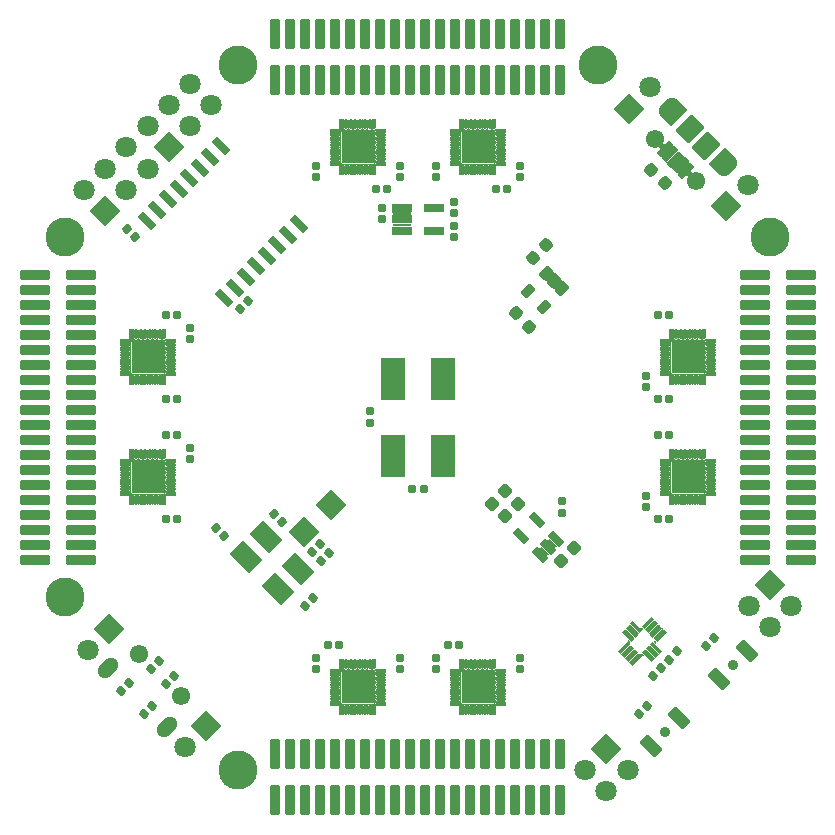
<source format=gbr>
G04 #@! TF.GenerationSoftware,KiCad,Pcbnew,5.99.0-unknown-243631a095~131~ubuntu18.04.1*
G04 #@! TF.CreationDate,2021-09-04T20:13:22+03:00*
G04 #@! TF.ProjectId,FreeEEG128-alpha,46726565-4545-4473-9132-382d616c7068,rev?*
G04 #@! TF.SameCoordinates,Original*
G04 #@! TF.FileFunction,Soldermask,Top*
G04 #@! TF.FilePolarity,Negative*
%FSLAX46Y46*%
G04 Gerber Fmt 4.6, Leading zero omitted, Abs format (unit mm)*
G04 Created by KiCad (PCBNEW 5.99.0-unknown-243631a095~131~ubuntu18.04.1) date 2021-09-04 20:13:22*
%MOMM*%
%LPD*%
G01*
G04 APERTURE LIST*
G04 Aperture macros list*
%AMRoundRect*
0 Rectangle with rounded corners*
0 $1 Rounding radius*
0 $2 $3 $4 $5 $6 $7 $8 $9 X,Y pos of 4 corners*
0 Add a 4 corners polygon primitive as box body*
4,1,4,$2,$3,$4,$5,$6,$7,$8,$9,$2,$3,0*
0 Add four circle primitives for the rounded corners*
1,1,$1+$1,$2,$3*
1,1,$1+$1,$4,$5*
1,1,$1+$1,$6,$7*
1,1,$1+$1,$8,$9*
0 Add four rect primitives between the rounded corners*
20,1,$1+$1,$2,$3,$4,$5,0*
20,1,$1+$1,$4,$5,$6,$7,0*
20,1,$1+$1,$6,$7,$8,$9,0*
20,1,$1+$1,$8,$9,$2,$3,0*%
%AMHorizOval*
0 Thick line with rounded ends*
0 $1 width*
0 $2 $3 position (X,Y) of the first rounded end (center of the circle)*
0 $4 $5 position (X,Y) of the second rounded end (center of the circle)*
0 Add line between two ends*
20,1,$1,$2,$3,$4,$5,0*
0 Add two circle primitives to create the rounded ends*
1,1,$1,$2,$3*
1,1,$1,$4,$5*%
%AMFreePoly0*
4,1,28,0.298806,0.147118,0.334161,0.132473,0.350706,0.121418,0.421417,0.050708,0.428886,0.032675,0.432473,0.034161,0.447118,-0.001194,0.451000,-0.020711,0.451000,-0.050000,0.447118,-0.069517,0.432473,-0.104872,0.404872,-0.132473,0.369517,-0.147118,0.350000,-0.151000,-0.350000,-0.151000,-0.369517,-0.147118,-0.404872,-0.132473,-0.432473,-0.104872,-0.447118,-0.069517,-0.451000,-0.050000,
-0.451000,0.050000,-0.447118,0.069517,-0.432473,0.104872,-0.404872,0.132473,-0.369517,0.147118,-0.350000,0.151000,0.279289,0.151000,0.298806,0.147118,0.298806,0.147118,$1*%
%AMFreePoly1*
4,1,28,0.369517,0.147118,0.404872,0.132473,0.432473,0.104872,0.447118,0.069517,0.451000,0.050000,0.451000,0.020711,0.447117,0.001192,0.444604,-0.004874,0.432473,-0.034161,0.421417,-0.050708,0.350706,-0.121418,0.334161,-0.132473,0.298806,-0.147118,0.279289,-0.151000,-0.350000,-0.151000,-0.369517,-0.147118,-0.404872,-0.132473,-0.432473,-0.104872,-0.447118,-0.069517,-0.451000,-0.050000,
-0.451000,0.050000,-0.447118,0.069517,-0.432473,0.104872,-0.404872,0.132473,-0.369517,0.147118,-0.350000,0.151000,0.350000,0.151000,0.369517,0.147118,0.369517,0.147118,$1*%
%AMFreePoly2*
4,1,29,0.069517,0.447118,0.104872,0.432473,0.132473,0.404872,0.147118,0.369517,0.151000,0.350000,0.151000,-0.350000,0.147118,-0.369517,0.132473,-0.404872,0.104872,-0.432473,0.069517,-0.447118,0.050000,-0.451000,-0.050000,-0.451000,-0.069517,-0.447118,-0.104872,-0.432473,-0.132473,-0.404872,-0.147118,-0.369517,-0.151000,-0.350000,-0.151000,0.279289,-0.147118,0.298806,-0.132473,0.334161,
-0.121418,0.350706,-0.050708,0.421417,-0.034160,0.432474,-0.023804,0.436763,-0.023804,0.436762,0.001193,0.447117,0.020711,0.451000,0.050000,0.451000,0.069517,0.447118,0.069517,0.447118,$1*%
%AMFreePoly3*
4,1,28,-0.001194,0.447118,0.034161,0.432473,0.050706,0.421418,0.121417,0.350708,0.128886,0.332675,0.132473,0.334161,0.147118,0.298806,0.151000,0.279289,0.151000,-0.350000,0.147118,-0.369517,0.132473,-0.404872,0.104872,-0.432473,0.069517,-0.447118,0.050000,-0.451000,-0.050000,-0.451000,-0.069517,-0.447118,-0.104872,-0.432473,-0.132473,-0.404872,-0.147118,-0.369517,-0.151000,-0.350000,
-0.151000,0.350000,-0.147118,0.369517,-0.132473,0.404872,-0.104872,0.432473,-0.069517,0.447118,-0.050000,0.451000,-0.020711,0.451000,-0.001194,0.447118,-0.001194,0.447118,$1*%
%AMFreePoly4*
4,1,29,0.369517,0.147118,0.404872,0.132473,0.432473,0.104872,0.447118,0.069517,0.451000,0.050000,0.451000,-0.050000,0.447118,-0.069517,0.432473,-0.104872,0.404872,-0.132473,0.369517,-0.147118,0.350000,-0.151000,-0.279289,-0.151000,-0.298807,-0.147117,-0.323804,-0.136762,-0.323804,-0.136763,-0.334160,-0.132474,-0.350708,-0.121417,-0.421418,-0.050706,-0.432473,-0.034161,-0.447118,0.001194,
-0.451000,0.020711,-0.451000,0.050000,-0.447118,0.069517,-0.432473,0.104872,-0.404872,0.132473,-0.369517,0.147118,-0.350000,0.151000,0.350000,0.151000,0.369517,0.147118,0.369517,0.147118,$1*%
%AMFreePoly5*
4,1,29,0.369517,0.147118,0.404872,0.132473,0.432473,0.104872,0.447118,0.069517,0.451000,0.050000,0.451000,-0.050000,0.447118,-0.069517,0.432473,-0.104872,0.404872,-0.132473,0.369517,-0.147118,0.350000,-0.151000,-0.350000,-0.151000,-0.369517,-0.147118,-0.404872,-0.132473,-0.432473,-0.104872,-0.447118,-0.069517,-0.451000,-0.050000,-0.451000,-0.020711,-0.447118,-0.001194,-0.432473,0.034161,
-0.421418,0.050706,-0.350708,0.121417,-0.334160,0.132474,-0.323804,0.136763,-0.323804,0.136762,-0.298807,0.147117,-0.279289,0.151000,0.350000,0.151000,0.369517,0.147118,0.369517,0.147118,$1*%
%AMFreePoly6*
4,1,28,0.069517,0.447118,0.104872,0.432473,0.132473,0.404872,0.147118,0.369517,0.151000,0.350000,0.151000,-0.279289,0.147118,-0.298806,0.138539,-0.319517,0.132473,-0.334162,0.121417,-0.350708,0.050706,-0.421418,0.034161,-0.432473,-0.001194,-0.447118,-0.020711,-0.451000,-0.050000,-0.451000,-0.069517,-0.447118,-0.104872,-0.432473,-0.132473,-0.404872,-0.147118,-0.369517,-0.151000,-0.350000,
-0.151000,0.350000,-0.147118,0.369517,-0.132473,0.404872,-0.104872,0.432473,-0.069517,0.447118,-0.050000,0.451000,0.050000,0.451000,0.069517,0.447118,0.069517,0.447118,$1*%
%AMFreePoly7*
4,1,29,0.069517,0.447118,0.104872,0.432473,0.132473,0.404872,0.147118,0.369517,0.151000,0.350000,0.151000,-0.350000,0.147118,-0.369517,0.132473,-0.404872,0.104872,-0.432473,0.069517,-0.447118,0.050000,-0.451000,0.020711,-0.451000,0.001193,-0.447117,-0.023804,-0.436762,-0.023804,-0.436763,-0.034160,-0.432474,-0.050708,-0.421417,-0.121418,-0.350706,-0.132473,-0.334161,-0.147118,-0.298806,
-0.151000,-0.279289,-0.151000,0.350000,-0.147118,0.369517,-0.132473,0.404872,-0.104872,0.432473,-0.069517,0.447118,-0.050000,0.451000,0.050000,0.451000,0.069517,0.447118,0.069517,0.447118,$1*%
G04 Aperture macros list end*
%ADD10RoundRect,0.051000X-0.291682X-0.468458X0.468458X0.291682X0.291682X0.468458X-0.468458X-0.291682X0*%
%ADD11RoundRect,0.051000X0.291682X-0.468458X0.468458X-0.291682X-0.291682X0.468458X-0.468458X0.291682X0*%
%ADD12RoundRect,0.198500X-0.226274X-0.017678X-0.017678X-0.226274X0.226274X0.017678X0.017678X0.226274X0*%
%ADD13RoundRect,0.198500X0.017678X-0.226274X0.226274X-0.017678X-0.017678X0.226274X-0.226274X0.017678X0*%
%ADD14RoundRect,0.269750X0.026517X-0.335876X0.335876X-0.026517X-0.026517X0.335876X-0.335876X0.026517X0*%
%ADD15RoundRect,0.051000X0.000000X-1.202082X1.202082X0.000000X0.000000X1.202082X-1.202082X0.000000X0*%
%ADD16HorizOval,1.802000X0.000000X0.000000X0.000000X0.000000X0*%
%ADD17RoundRect,0.198500X-0.017678X0.226274X-0.226274X0.017678X0.017678X-0.226274X0.226274X-0.017678X0*%
%ADD18RoundRect,0.051000X0.144957X0.604576X-0.604576X-0.144957X-0.144957X-0.604576X0.604576X0.144957X0*%
%ADD19RoundRect,0.051000X1.336432X-0.275772X-0.275772X1.336432X-1.336432X0.275772X0.275772X-1.336432X0*%
%ADD20RoundRect,0.198500X0.226274X0.017678X0.017678X0.226274X-0.226274X-0.017678X-0.017678X-0.226274X0*%
%ADD21RoundRect,0.269750X-0.335876X-0.026517X-0.026517X-0.335876X0.335876X0.026517X0.026517X0.335876X0*%
%ADD22RoundRect,0.051000X0.618718X0.335876X0.335876X0.618718X-0.618718X-0.335876X-0.335876X-0.618718X0*%
%ADD23RoundRect,0.051000X1.096016X0.247487X0.247487X1.096016X-1.096016X-0.247487X-0.247487X-1.096016X0*%
%ADD24C,1.552000*%
%ADD25HorizOval,1.302000X-0.247487X-0.247487X0.247487X0.247487X0*%
%ADD26RoundRect,0.051000X1.202082X0.141421X0.141421X1.202082X-1.202082X-0.141421X-0.141421X-1.202082X0*%
%ADD27HorizOval,1.302000X0.247487X0.247487X-0.247487X-0.247487X0*%
%ADD28C,0.902000*%
%ADD29RoundRect,0.051000X-0.282843X0.919239X-0.919239X0.282843X0.282843X-0.919239X0.919239X-0.282843X0*%
%ADD30RoundRect,0.051000X-0.017678X1.255115X-1.255115X0.017678X0.017678X-1.255115X1.255115X-0.017678X0*%
%ADD31RoundRect,0.051000X0.000000X1.202082X-1.202082X0.000000X0.000000X-1.202082X1.202082X0.000000X0*%
%ADD32HorizOval,1.802000X0.000000X0.000000X0.000000X0.000000X0*%
%ADD33RoundRect,0.051000X1.000000X-1.750000X1.000000X1.750000X-1.000000X1.750000X-1.000000X-1.750000X0*%
%ADD34RoundRect,0.051000X0.282843X-0.919239X0.919239X-0.282843X-0.282843X0.919239X-0.919239X0.282843X0*%
%ADD35RoundRect,0.269750X0.335876X0.026517X0.026517X0.335876X-0.335876X-0.026517X-0.026517X-0.335876X0*%
%ADD36RoundRect,0.051000X-1.202082X0.000000X0.000000X-1.202082X1.202082X0.000000X0.000000X1.202082X0*%
%ADD37HorizOval,1.802000X0.000000X0.000000X0.000000X0.000000X0*%
%ADD38RoundRect,0.051000X0.742462X-0.318198X-0.318198X0.742462X-0.742462X0.318198X0.318198X-0.742462X0*%
%ADD39RoundRect,0.051000X1.202082X0.000000X0.000000X1.202082X-1.202082X0.000000X0.000000X-1.202082X0*%
%ADD40HorizOval,1.802000X0.000000X0.000000X0.000000X0.000000X0*%
%ADD41RoundRect,0.191000X-0.170000X0.140000X-0.170000X-0.140000X0.170000X-0.140000X0.170000X0.140000X0*%
%ADD42RoundRect,0.051000X-1.200000X-0.370000X1.200000X-0.370000X1.200000X0.370000X-1.200000X0.370000X0*%
%ADD43RoundRect,0.191000X0.140000X0.170000X-0.140000X0.170000X-0.140000X-0.170000X0.140000X-0.170000X0*%
%ADD44RoundRect,0.191000X-0.140000X-0.170000X0.140000X-0.170000X0.140000X0.170000X-0.140000X0.170000X0*%
%ADD45FreePoly0,180.000000*%
%ADD46RoundRect,0.101000X0.350000X0.050000X-0.350000X0.050000X-0.350000X-0.050000X0.350000X-0.050000X0*%
%ADD47FreePoly1,180.000000*%
%ADD48FreePoly2,180.000000*%
%ADD49RoundRect,0.101000X0.050000X0.350000X-0.050000X0.350000X-0.050000X-0.350000X0.050000X-0.350000X0*%
%ADD50FreePoly3,180.000000*%
%ADD51FreePoly4,180.000000*%
%ADD52FreePoly5,180.000000*%
%ADD53FreePoly6,180.000000*%
%ADD54FreePoly7,180.000000*%
%ADD55RoundRect,0.051000X1.325000X1.325000X-1.325000X1.325000X-1.325000X-1.325000X1.325000X-1.325000X0*%
%ADD56RoundRect,0.191000X0.170000X-0.140000X0.170000X0.140000X-0.170000X0.140000X-0.170000X-0.140000X0*%
%ADD57FreePoly0,270.000000*%
%ADD58RoundRect,0.101000X-0.050000X0.350000X-0.050000X-0.350000X0.050000X-0.350000X0.050000X0.350000X0*%
%ADD59FreePoly1,270.000000*%
%ADD60FreePoly2,270.000000*%
%ADD61RoundRect,0.101000X-0.350000X0.050000X-0.350000X-0.050000X0.350000X-0.050000X0.350000X0.050000X0*%
%ADD62FreePoly3,270.000000*%
%ADD63FreePoly4,270.000000*%
%ADD64FreePoly5,270.000000*%
%ADD65FreePoly6,270.000000*%
%ADD66FreePoly7,270.000000*%
%ADD67RoundRect,0.051000X-1.325000X1.325000X-1.325000X-1.325000X1.325000X-1.325000X1.325000X1.325000X0*%
%ADD68C,3.302000*%
%ADD69RoundRect,0.186000X-0.185000X0.135000X-0.185000X-0.135000X0.185000X-0.135000X0.185000X0.135000X0*%
%ADD70RoundRect,0.051000X-0.370000X1.200000X-0.370000X-1.200000X0.370000X-1.200000X0.370000X1.200000X0*%
%ADD71RoundRect,0.276000X0.335876X0.017678X0.017678X0.335876X-0.335876X-0.017678X-0.017678X-0.335876X0*%
%ADD72FreePoly0,0.000000*%
%ADD73RoundRect,0.101000X-0.350000X-0.050000X0.350000X-0.050000X0.350000X0.050000X-0.350000X0.050000X0*%
%ADD74FreePoly1,0.000000*%
%ADD75FreePoly2,0.000000*%
%ADD76RoundRect,0.101000X-0.050000X-0.350000X0.050000X-0.350000X0.050000X0.350000X-0.050000X0.350000X0*%
%ADD77FreePoly3,0.000000*%
%ADD78FreePoly4,0.000000*%
%ADD79FreePoly5,0.000000*%
%ADD80FreePoly6,0.000000*%
%ADD81FreePoly7,0.000000*%
%ADD82RoundRect,0.051000X-1.325000X-1.325000X1.325000X-1.325000X1.325000X1.325000X-1.325000X1.325000X0*%
%ADD83RoundRect,0.051000X-0.780000X-0.325000X0.780000X-0.325000X0.780000X0.325000X-0.780000X0.325000X0*%
%ADD84FreePoly0,90.000000*%
%ADD85RoundRect,0.101000X0.050000X-0.350000X0.050000X0.350000X-0.050000X0.350000X-0.050000X-0.350000X0*%
%ADD86FreePoly1,90.000000*%
%ADD87FreePoly2,90.000000*%
%ADD88RoundRect,0.101000X0.350000X-0.050000X0.350000X0.050000X-0.350000X0.050000X-0.350000X-0.050000X0*%
%ADD89FreePoly3,90.000000*%
%ADD90FreePoly4,90.000000*%
%ADD91FreePoly5,90.000000*%
%ADD92FreePoly6,90.000000*%
%ADD93FreePoly7,90.000000*%
%ADD94RoundRect,0.051000X1.325000X-1.325000X1.325000X1.325000X-1.325000X1.325000X-1.325000X-1.325000X0*%
%ADD95RoundRect,0.276000X-0.017678X0.335876X-0.335876X0.017678X0.017678X-0.335876X0.335876X-0.017678X0*%
%ADD96RoundRect,0.201000X0.468458X-0.256326X-0.256326X0.468458X-0.468458X0.256326X0.256326X-0.468458X0*%
%ADD97RoundRect,0.051000X0.370000X-1.200000X0.370000X1.200000X-0.370000X1.200000X-0.370000X-1.200000X0*%
%ADD98RoundRect,0.051000X1.200000X0.370000X-1.200000X0.370000X-1.200000X-0.370000X1.200000X-0.370000X0*%
%ADD99RoundRect,0.186000X0.135000X0.185000X-0.135000X0.185000X-0.135000X-0.185000X0.135000X-0.185000X0*%
G04 APERTURE END LIST*
D10*
X17431002Y-19506752D03*
X17784556Y-19860305D03*
X18138109Y-20213858D03*
X18491662Y-20567412D03*
D11*
X19499290Y-20213858D03*
X19852843Y-19860305D03*
X20206396Y-19506752D03*
D10*
X20559950Y-18499124D03*
X20206396Y-18145571D03*
X19852843Y-17792018D03*
X19499290Y-17438464D03*
D11*
X18491662Y-17792018D03*
X18138109Y-18145571D03*
X17784556Y-18499124D03*
D12*
X-24599947Y15963947D03*
X-23914053Y15278053D03*
D13*
X-9512347Y-16014747D03*
X-8826453Y-15328853D03*
D14*
X9730153Y13463953D03*
X10843847Y14577647D03*
D13*
X18707053Y-25107947D03*
X19392947Y-24422053D03*
X-23202947Y-25107947D03*
X-22517053Y-24422053D03*
D15*
X17888949Y26143949D03*
D16*
X19685000Y27940000D03*
D17*
X-21882053Y-20612053D03*
X-22567947Y-21297947D03*
X-7505653Y-11493453D03*
X-8191547Y-12179347D03*
D18*
X12244569Y10887094D03*
X11572817Y11558845D03*
X10901066Y12230597D03*
X9345431Y10674962D03*
X10688934Y9331459D03*
D13*
X24422053Y-19392947D03*
X25107947Y-18707053D03*
D19*
X-10126969Y-12813975D03*
X-12813975Y-10126969D03*
X-14511031Y-11824025D03*
X-11824025Y-14511031D03*
D20*
X-16421053Y-10020347D03*
X-17106947Y-9334453D03*
D21*
X19788553Y20953047D03*
X20902247Y19839353D03*
D22*
X22745095Y20887874D03*
X22285476Y21347493D03*
X21825856Y21807112D03*
X21366237Y22266732D03*
X20906618Y22726351D03*
D23*
X21684435Y25766910D03*
D24*
X23593623Y20039345D03*
D25*
X26209918Y21241427D03*
D26*
X23027938Y24423407D03*
D24*
X20058089Y23574879D03*
D26*
X24442151Y23009194D03*
D23*
X25785654Y21665691D03*
D27*
X21260171Y26191174D03*
D15*
X26143949Y17888949D03*
D16*
X27940000Y19685000D03*
D28*
X20955000Y-26670000D03*
D29*
X22157082Y-25467918D03*
X19752918Y-27872082D03*
D30*
X-7340600Y-7391400D03*
X-9638698Y-9689498D03*
D31*
X-17888949Y-26143949D03*
D32*
X-19685000Y-27940000D03*
D33*
X2100000Y-3250000D03*
X2100000Y3250000D03*
X-2100000Y3250000D03*
X-2100000Y-3250000D03*
D17*
X-20612053Y-21882053D03*
X-21297947Y-22567947D03*
D13*
X19922529Y-21885885D03*
X20608423Y-21199991D03*
D17*
X-8267653Y-10756853D03*
X-8953547Y-11442747D03*
D31*
X-26143949Y-17888949D03*
D32*
X-27940000Y-19685000D03*
D28*
X26670000Y-20955000D03*
D34*
X25467918Y-22157082D03*
X27872082Y-19752918D03*
D17*
X21983747Y-19824653D03*
X21297853Y-20510547D03*
D20*
X-11468053Y-8851947D03*
X-12153947Y-8166053D03*
D35*
X9446847Y7684181D03*
X8333153Y8797875D03*
D36*
X15983949Y-28048949D03*
D37*
X17780000Y-29845000D03*
X14187898Y-29845000D03*
X15983949Y-31641051D03*
D13*
X-25107947Y-23202947D03*
X-24422053Y-22517053D03*
D38*
X-16365043Y10078864D03*
X-15467017Y10976889D03*
X-14568992Y11874915D03*
X-13670966Y12772941D03*
X-12772941Y13670966D03*
X-11874915Y14568992D03*
X-10976889Y15467017D03*
X-10078864Y16365043D03*
X-16654957Y22941136D03*
X-17552983Y22043111D03*
X-18451008Y21145085D03*
X-19349034Y20247059D03*
X-20247059Y19349034D03*
X-21145085Y18451008D03*
X-22043111Y17552983D03*
X-22941136Y16654957D03*
D13*
X-15074947Y9182053D03*
X-14389053Y9867947D03*
D39*
X-21063949Y22860000D03*
D40*
X-22860000Y24656051D03*
X-19267898Y24656051D03*
X-21063949Y26452102D03*
X-17471847Y26452102D03*
X-19267898Y28248154D03*
D36*
X29845000Y-14187898D03*
D37*
X31641051Y-15983949D03*
X28048949Y-15983949D03*
X29845000Y-17780000D03*
D39*
X-26452102Y17471846D03*
D40*
X-28248153Y19267897D03*
X-24656051Y19267897D03*
X-26452102Y21063948D03*
X-22860000Y21063948D03*
X-24656051Y22860000D03*
D41*
X19304000Y-6632000D03*
X19304000Y-7592000D03*
D42*
X28530000Y12065000D03*
X32430000Y12065000D03*
X28530000Y10795000D03*
X32430000Y10795000D03*
X28530000Y9525000D03*
X32430000Y9525000D03*
X28530000Y8255000D03*
X32430000Y8255000D03*
X28530000Y6985000D03*
X32430000Y6985000D03*
X28530000Y5715000D03*
X32430000Y5715000D03*
X28530000Y4445000D03*
X32430000Y4445000D03*
X28530000Y3175000D03*
X32430000Y3175000D03*
X28530000Y1905000D03*
X32430000Y1905000D03*
X28530000Y635000D03*
X32430000Y635000D03*
X28530000Y-635000D03*
X32430000Y-635000D03*
X28530000Y-1905000D03*
X32430000Y-1905000D03*
X28530000Y-3175000D03*
X32430000Y-3175000D03*
X28530000Y-4445000D03*
X32430000Y-4445000D03*
X28530000Y-5715000D03*
X32430000Y-5715000D03*
X28530000Y-6985000D03*
X32430000Y-6985000D03*
X28530000Y-8255000D03*
X32430000Y-8255000D03*
X28530000Y-9525000D03*
X32430000Y-9525000D03*
X28530000Y-10795000D03*
X32430000Y-10795000D03*
X28530000Y-12065000D03*
X32430000Y-12065000D03*
D43*
X3528000Y-19304000D03*
X2568000Y-19304000D03*
X21308000Y1524000D03*
X20348000Y1524000D03*
X21308000Y-8636000D03*
X20348000Y-8636000D03*
D44*
X-21308000Y-1524000D03*
X-20348000Y-1524000D03*
D45*
X24810000Y3680000D03*
D46*
X24810000Y4080000D03*
X24810000Y4480000D03*
X24810000Y4880000D03*
X24810000Y5280000D03*
X24810000Y5680000D03*
X24810000Y6080000D03*
D47*
X24810000Y6480000D03*
D48*
X24260000Y7030000D03*
D49*
X23860000Y7030000D03*
X23460000Y7030000D03*
X23060000Y7030000D03*
X22660000Y7030000D03*
X22260000Y7030000D03*
X21860000Y7030000D03*
D50*
X21460000Y7030000D03*
D51*
X20910000Y6480000D03*
D46*
X20910000Y6080000D03*
X20910000Y5680000D03*
X20910000Y5280000D03*
X20910000Y4880000D03*
X20910000Y4480000D03*
X20910000Y4080000D03*
D52*
X20910000Y3680000D03*
D53*
X21460000Y3130000D03*
D49*
X21860000Y3130000D03*
X22260000Y3130000D03*
X22660000Y3130000D03*
X23060000Y3130000D03*
X23460000Y3130000D03*
X23860000Y3130000D03*
D54*
X24260000Y3130000D03*
D55*
X22860000Y5080000D03*
D56*
X-19304000Y-3528000D03*
X-19304000Y-2568000D03*
D44*
X6632000Y19304000D03*
X7592000Y19304000D03*
X-21308000Y1524000D03*
X-20348000Y1524000D03*
X-21308000Y8636000D03*
X-20348000Y8636000D03*
D57*
X-3680000Y24810000D03*
D58*
X-4080000Y24810000D03*
X-4480000Y24810000D03*
X-4880000Y24810000D03*
X-5280000Y24810000D03*
X-5680000Y24810000D03*
X-6080000Y24810000D03*
D59*
X-6480000Y24810000D03*
D60*
X-7030000Y24260000D03*
D61*
X-7030000Y23860000D03*
X-7030000Y23460000D03*
X-7030000Y23060000D03*
X-7030000Y22660000D03*
X-7030000Y22260000D03*
X-7030000Y21860000D03*
D62*
X-7030000Y21460000D03*
D63*
X-6480000Y20910000D03*
D58*
X-6080000Y20910000D03*
X-5680000Y20910000D03*
X-5280000Y20910000D03*
X-4880000Y20910000D03*
X-4480000Y20910000D03*
X-4080000Y20910000D03*
D64*
X-3680000Y20910000D03*
D65*
X-3130000Y21460000D03*
D61*
X-3130000Y21860000D03*
X-3130000Y22260000D03*
X-3130000Y22660000D03*
X-3130000Y23060000D03*
X-3130000Y23460000D03*
X-3130000Y23860000D03*
D66*
X-3130000Y24260000D03*
D67*
X-5080000Y22860000D03*
D44*
X-3528000Y19304000D03*
X-2568000Y19304000D03*
D68*
X29845000Y15240000D03*
D41*
X3048000Y18260000D03*
X3048000Y17300000D03*
X-8636000Y21308000D03*
X-8636000Y20348000D03*
D69*
X-4064000Y510000D03*
X-4064000Y-510000D03*
D56*
X-1524000Y-21308000D03*
X-1524000Y-20348000D03*
X1524000Y-21308000D03*
X1524000Y-20348000D03*
D68*
X-29845000Y-15240000D03*
X-15240000Y29845000D03*
D41*
X8636000Y21308000D03*
X8636000Y20348000D03*
X19304000Y3528000D03*
X19304000Y2568000D03*
D68*
X15240000Y29845000D03*
D70*
X12065000Y-28530000D03*
X12065000Y-32430000D03*
X10795000Y-28530000D03*
X10795000Y-32430000D03*
X9525000Y-28530000D03*
X9525000Y-32430000D03*
X8255000Y-28530000D03*
X8255000Y-32430000D03*
X6985000Y-28530000D03*
X6985000Y-32430000D03*
X5715000Y-28530000D03*
X5715000Y-32430000D03*
X4445000Y-28530000D03*
X4445000Y-32430000D03*
X3175000Y-28530000D03*
X3175000Y-32430000D03*
X1905000Y-28530000D03*
X1905000Y-32430000D03*
X635000Y-28530000D03*
X635000Y-32430000D03*
X-635000Y-28530000D03*
X-635000Y-32430000D03*
X-1905000Y-28530000D03*
X-1905000Y-32430000D03*
X-3175000Y-28530000D03*
X-3175000Y-32430000D03*
X-4445000Y-28530000D03*
X-4445000Y-32430000D03*
X-5715000Y-28530000D03*
X-5715000Y-32430000D03*
X-6985000Y-28530000D03*
X-6985000Y-32430000D03*
X-8255000Y-28530000D03*
X-8255000Y-32430000D03*
X-9525000Y-28530000D03*
X-9525000Y-32430000D03*
X-10795000Y-28530000D03*
X-10795000Y-32430000D03*
X-12065000Y-28530000D03*
X-12065000Y-32430000D03*
D41*
X-1524000Y21308000D03*
X-1524000Y20348000D03*
D45*
X24810000Y-6480000D03*
D46*
X24810000Y-6080000D03*
X24810000Y-5680000D03*
X24810000Y-5280000D03*
X24810000Y-4880000D03*
X24810000Y-4480000D03*
X24810000Y-4080000D03*
D47*
X24810000Y-3680000D03*
D48*
X24260000Y-3130000D03*
D49*
X23860000Y-3130000D03*
X23460000Y-3130000D03*
X23060000Y-3130000D03*
X22660000Y-3130000D03*
X22260000Y-3130000D03*
X21860000Y-3130000D03*
D50*
X21460000Y-3130000D03*
D51*
X20910000Y-3680000D03*
D46*
X20910000Y-4080000D03*
X20910000Y-4480000D03*
X20910000Y-4880000D03*
X20910000Y-5280000D03*
X20910000Y-5680000D03*
X20910000Y-6080000D03*
D52*
X20910000Y-6480000D03*
D53*
X21460000Y-7030000D03*
D49*
X21860000Y-7030000D03*
X22260000Y-7030000D03*
X22660000Y-7030000D03*
X23060000Y-7030000D03*
X23460000Y-7030000D03*
X23860000Y-7030000D03*
D54*
X24260000Y-7030000D03*
D55*
X22860000Y-5080000D03*
D56*
X-19304000Y6632000D03*
X-19304000Y7592000D03*
D71*
X7406008Y-8396608D03*
X6309992Y-7300592D03*
D68*
X-15240000Y-29845000D03*
D72*
X-24810000Y-3680000D03*
D73*
X-24810000Y-4080000D03*
X-24810000Y-4480000D03*
X-24810000Y-4880000D03*
X-24810000Y-5280000D03*
X-24810000Y-5680000D03*
X-24810000Y-6080000D03*
D74*
X-24810000Y-6480000D03*
D75*
X-24260000Y-7030000D03*
D76*
X-23860000Y-7030000D03*
X-23460000Y-7030000D03*
X-23060000Y-7030000D03*
X-22660000Y-7030000D03*
X-22260000Y-7030000D03*
X-21860000Y-7030000D03*
D77*
X-21460000Y-7030000D03*
D78*
X-20910000Y-6480000D03*
D73*
X-20910000Y-6080000D03*
X-20910000Y-5680000D03*
X-20910000Y-5280000D03*
X-20910000Y-4880000D03*
X-20910000Y-4480000D03*
X-20910000Y-4080000D03*
D79*
X-20910000Y-3680000D03*
D80*
X-21460000Y-3130000D03*
D76*
X-21860000Y-3130000D03*
X-22260000Y-3130000D03*
X-22660000Y-3130000D03*
X-23060000Y-3130000D03*
X-23460000Y-3130000D03*
X-23860000Y-3130000D03*
D81*
X-24260000Y-3130000D03*
D82*
X-22860000Y-5080000D03*
D56*
X3048000Y15268000D03*
X3048000Y16228000D03*
D44*
X-21308000Y-8636000D03*
X-20348000Y-8636000D03*
D83*
X-1350000Y17714000D03*
X-1350000Y16764000D03*
X-1350000Y15814000D03*
X1350000Y15814000D03*
X1350000Y17714000D03*
D56*
X-8636000Y-21308000D03*
X-8636000Y-20348000D03*
D84*
X-6480000Y-24810000D03*
D85*
X-6080000Y-24810000D03*
X-5680000Y-24810000D03*
X-5280000Y-24810000D03*
X-4880000Y-24810000D03*
X-4480000Y-24810000D03*
X-4080000Y-24810000D03*
D86*
X-3680000Y-24810000D03*
D87*
X-3130000Y-24260000D03*
D88*
X-3130000Y-23860000D03*
X-3130000Y-23460000D03*
X-3130000Y-23060000D03*
X-3130000Y-22660000D03*
X-3130000Y-22260000D03*
X-3130000Y-21860000D03*
D89*
X-3130000Y-21460000D03*
D90*
X-3680000Y-20910000D03*
D85*
X-4080000Y-20910000D03*
X-4480000Y-20910000D03*
X-4880000Y-20910000D03*
X-5280000Y-20910000D03*
X-5680000Y-20910000D03*
X-6080000Y-20910000D03*
D91*
X-6480000Y-20910000D03*
D92*
X-7030000Y-21460000D03*
D88*
X-7030000Y-21860000D03*
X-7030000Y-22260000D03*
X-7030000Y-22660000D03*
X-7030000Y-23060000D03*
X-7030000Y-23460000D03*
X-7030000Y-23860000D03*
D93*
X-7030000Y-24260000D03*
D94*
X-5080000Y-22860000D03*
D95*
X13197208Y-11059792D03*
X12101192Y-12155808D03*
D69*
X12192000Y-7110000D03*
X12192000Y-8130000D03*
D96*
X10343383Y-11686885D03*
X11015134Y-11015134D03*
X11686885Y-10343383D03*
X10078217Y-8734715D03*
X8734715Y-10078217D03*
D43*
X-6632000Y-19304000D03*
X-7592000Y-19304000D03*
D56*
X8636000Y-21308000D03*
X8636000Y-20348000D03*
D43*
X21308000Y8636000D03*
X20348000Y8636000D03*
D68*
X-29845000Y15240000D03*
D72*
X-24810000Y6480000D03*
D73*
X-24810000Y6080000D03*
X-24810000Y5680000D03*
X-24810000Y5280000D03*
X-24810000Y4880000D03*
X-24810000Y4480000D03*
X-24810000Y4080000D03*
D74*
X-24810000Y3680000D03*
D75*
X-24260000Y3130000D03*
D76*
X-23860000Y3130000D03*
X-23460000Y3130000D03*
X-23060000Y3130000D03*
X-22660000Y3130000D03*
X-22260000Y3130000D03*
X-21860000Y3130000D03*
D77*
X-21460000Y3130000D03*
D78*
X-20910000Y3680000D03*
D73*
X-20910000Y4080000D03*
X-20910000Y4480000D03*
X-20910000Y4880000D03*
X-20910000Y5280000D03*
X-20910000Y5680000D03*
X-20910000Y6080000D03*
D79*
X-20910000Y6480000D03*
D80*
X-21460000Y7030000D03*
D76*
X-21860000Y7030000D03*
X-22260000Y7030000D03*
X-22660000Y7030000D03*
X-23060000Y7030000D03*
X-23460000Y7030000D03*
X-23860000Y7030000D03*
D81*
X-24260000Y7030000D03*
D82*
X-22860000Y5080000D03*
D41*
X1524000Y21308000D03*
X1524000Y20348000D03*
X-3048000Y17752000D03*
X-3048000Y16792000D03*
D57*
X6480000Y24810000D03*
D58*
X6080000Y24810000D03*
X5680000Y24810000D03*
X5280000Y24810000D03*
X4880000Y24810000D03*
X4480000Y24810000D03*
X4080000Y24810000D03*
D59*
X3680000Y24810000D03*
D60*
X3130000Y24260000D03*
D61*
X3130000Y23860000D03*
X3130000Y23460000D03*
X3130000Y23060000D03*
X3130000Y22660000D03*
X3130000Y22260000D03*
X3130000Y21860000D03*
D62*
X3130000Y21460000D03*
D63*
X3680000Y20910000D03*
D58*
X4080000Y20910000D03*
X4480000Y20910000D03*
X4880000Y20910000D03*
X5280000Y20910000D03*
X5680000Y20910000D03*
X6080000Y20910000D03*
D64*
X6480000Y20910000D03*
D65*
X7030000Y21460000D03*
D61*
X7030000Y21860000D03*
X7030000Y22260000D03*
X7030000Y22660000D03*
X7030000Y23060000D03*
X7030000Y23460000D03*
X7030000Y23860000D03*
D66*
X7030000Y24260000D03*
D67*
X5080000Y22860000D03*
D71*
X8472808Y-7329808D03*
X7376792Y-6233792D03*
D84*
X3680000Y-24810000D03*
D85*
X4080000Y-24810000D03*
X4480000Y-24810000D03*
X4880000Y-24810000D03*
X5280000Y-24810000D03*
X5680000Y-24810000D03*
X6080000Y-24810000D03*
D86*
X6480000Y-24810000D03*
D87*
X7030000Y-24260000D03*
D88*
X7030000Y-23860000D03*
X7030000Y-23460000D03*
X7030000Y-23060000D03*
X7030000Y-22660000D03*
X7030000Y-22260000D03*
X7030000Y-21860000D03*
D89*
X7030000Y-21460000D03*
D90*
X6480000Y-20910000D03*
D85*
X6080000Y-20910000D03*
X5680000Y-20910000D03*
X5280000Y-20910000D03*
X4880000Y-20910000D03*
X4480000Y-20910000D03*
X4080000Y-20910000D03*
D91*
X3680000Y-20910000D03*
D92*
X3130000Y-21460000D03*
D88*
X3130000Y-21860000D03*
X3130000Y-22260000D03*
X3130000Y-22660000D03*
X3130000Y-23060000D03*
X3130000Y-23460000D03*
X3130000Y-23860000D03*
D93*
X3130000Y-24260000D03*
D94*
X5080000Y-22860000D03*
D97*
X-12065000Y28530000D03*
X-12065000Y32430000D03*
X-10795000Y28530000D03*
X-10795000Y32430000D03*
X-9525000Y28530000D03*
X-9525000Y32430000D03*
X-8255000Y28530000D03*
X-8255000Y32430000D03*
X-6985000Y28530000D03*
X-6985000Y32430000D03*
X-5715000Y28530000D03*
X-5715000Y32430000D03*
X-4445000Y28530000D03*
X-4445000Y32430000D03*
X-3175000Y28530000D03*
X-3175000Y32430000D03*
X-1905000Y28530000D03*
X-1905000Y32430000D03*
X-635000Y28530000D03*
X-635000Y32430000D03*
X635000Y28530000D03*
X635000Y32430000D03*
X1905000Y28530000D03*
X1905000Y32430000D03*
X3175000Y28530000D03*
X3175000Y32430000D03*
X4445000Y28530000D03*
X4445000Y32430000D03*
X5715000Y28530000D03*
X5715000Y32430000D03*
X6985000Y28530000D03*
X6985000Y32430000D03*
X8255000Y28530000D03*
X8255000Y32430000D03*
X9525000Y28530000D03*
X9525000Y32430000D03*
X10795000Y28530000D03*
X10795000Y32430000D03*
X12065000Y28530000D03*
X12065000Y32430000D03*
D98*
X-28530000Y-12065000D03*
X-32430000Y-12065000D03*
X-28530000Y-10795000D03*
X-32430000Y-10795000D03*
X-28530000Y-9525000D03*
X-32430000Y-9525000D03*
X-28530000Y-8255000D03*
X-32430000Y-8255000D03*
X-28530000Y-6985000D03*
X-32430000Y-6985000D03*
X-28530000Y-5715000D03*
X-32430000Y-5715000D03*
X-28530000Y-4445000D03*
X-32430000Y-4445000D03*
X-28530000Y-3175000D03*
X-32430000Y-3175000D03*
X-28530000Y-1905000D03*
X-32430000Y-1905000D03*
X-28530000Y-635000D03*
X-32430000Y-635000D03*
X-28530000Y635000D03*
X-32430000Y635000D03*
X-28530000Y1905000D03*
X-32430000Y1905000D03*
X-28530000Y3175000D03*
X-32430000Y3175000D03*
X-28530000Y4445000D03*
X-32430000Y4445000D03*
X-28530000Y5715000D03*
X-32430000Y5715000D03*
X-28530000Y6985000D03*
X-32430000Y6985000D03*
X-28530000Y8255000D03*
X-32430000Y8255000D03*
X-28530000Y9525000D03*
X-32430000Y9525000D03*
X-28530000Y10795000D03*
X-32430000Y10795000D03*
X-28530000Y12065000D03*
X-32430000Y12065000D03*
D99*
X510000Y-6096000D03*
X-510000Y-6096000D03*
D43*
X21308000Y-1524000D03*
X20348000Y-1524000D03*
D24*
X-23593623Y-20058089D03*
D25*
X-21260171Y-26209918D03*
D24*
X-20058089Y-23593623D03*
D27*
X-26209918Y-21260171D03*
G36*
X3806016Y-20492138D02*
G01*
X3811425Y-20495752D01*
X3877789Y-20516532D01*
X3948589Y-20495743D01*
X3953983Y-20492139D01*
X3955979Y-20492008D01*
X3957090Y-20493671D01*
X3956757Y-20494913D01*
X3938573Y-20522128D01*
X3931000Y-20560199D01*
X3931000Y-21259801D01*
X3938573Y-21297872D01*
X3960024Y-21329976D01*
X3992128Y-21351427D01*
X4030199Y-21359000D01*
X4129801Y-21359000D01*
X4167872Y-21351427D01*
X4199976Y-21329976D01*
X4221427Y-21297872D01*
X4229000Y-21259801D01*
X4229000Y-20560199D01*
X4221427Y-20522128D01*
X4203243Y-20494913D01*
X4203112Y-20492917D01*
X4204775Y-20491806D01*
X4206017Y-20492139D01*
X4211425Y-20495752D01*
X4277788Y-20516532D01*
X4348589Y-20495743D01*
X4353983Y-20492139D01*
X4355979Y-20492008D01*
X4357090Y-20493671D01*
X4356757Y-20494913D01*
X4338573Y-20522128D01*
X4331000Y-20560199D01*
X4331000Y-21259801D01*
X4338573Y-21297872D01*
X4360024Y-21329976D01*
X4392128Y-21351427D01*
X4430199Y-21359000D01*
X4529801Y-21359000D01*
X4567872Y-21351427D01*
X4599976Y-21329976D01*
X4621427Y-21297872D01*
X4629000Y-21259801D01*
X4629000Y-20560199D01*
X4621427Y-20522128D01*
X4603243Y-20494913D01*
X4603112Y-20492917D01*
X4604775Y-20491806D01*
X4606017Y-20492139D01*
X4611425Y-20495752D01*
X4677788Y-20516532D01*
X4748589Y-20495743D01*
X4753983Y-20492139D01*
X4755979Y-20492008D01*
X4757090Y-20493671D01*
X4756757Y-20494913D01*
X4738573Y-20522128D01*
X4731000Y-20560199D01*
X4731000Y-21259801D01*
X4738573Y-21297872D01*
X4760024Y-21329976D01*
X4792128Y-21351427D01*
X4830199Y-21359000D01*
X4929801Y-21359000D01*
X4967872Y-21351427D01*
X4999976Y-21329976D01*
X5021427Y-21297872D01*
X5029000Y-21259801D01*
X5029000Y-20560199D01*
X5021427Y-20522128D01*
X5003243Y-20494913D01*
X5003112Y-20492917D01*
X5004775Y-20491806D01*
X5006017Y-20492139D01*
X5011425Y-20495752D01*
X5077788Y-20516532D01*
X5148589Y-20495743D01*
X5153983Y-20492139D01*
X5155979Y-20492008D01*
X5157090Y-20493671D01*
X5156757Y-20494913D01*
X5138573Y-20522128D01*
X5131000Y-20560199D01*
X5131000Y-21259801D01*
X5138573Y-21297872D01*
X5160024Y-21329976D01*
X5192128Y-21351427D01*
X5230199Y-21359000D01*
X5329801Y-21359000D01*
X5367872Y-21351427D01*
X5399976Y-21329976D01*
X5421427Y-21297872D01*
X5429000Y-21259801D01*
X5429000Y-20560199D01*
X5421427Y-20522128D01*
X5403243Y-20494913D01*
X5403112Y-20492917D01*
X5404775Y-20491806D01*
X5406017Y-20492139D01*
X5411425Y-20495752D01*
X5477788Y-20516532D01*
X5548589Y-20495743D01*
X5553983Y-20492139D01*
X5555979Y-20492008D01*
X5557090Y-20493671D01*
X5556757Y-20494913D01*
X5538573Y-20522128D01*
X5531000Y-20560199D01*
X5531000Y-21259801D01*
X5538573Y-21297872D01*
X5560024Y-21329976D01*
X5592128Y-21351427D01*
X5630199Y-21359000D01*
X5729801Y-21359000D01*
X5767872Y-21351427D01*
X5799976Y-21329976D01*
X5821427Y-21297872D01*
X5829000Y-21259801D01*
X5829000Y-20560199D01*
X5821427Y-20522128D01*
X5803243Y-20494913D01*
X5803112Y-20492917D01*
X5804775Y-20491806D01*
X5806017Y-20492139D01*
X5811425Y-20495752D01*
X5877788Y-20516532D01*
X5948589Y-20495743D01*
X5953983Y-20492139D01*
X5955979Y-20492008D01*
X5957090Y-20493671D01*
X5956757Y-20494913D01*
X5938573Y-20522128D01*
X5931000Y-20560199D01*
X5931000Y-21259801D01*
X5938573Y-21297872D01*
X5960024Y-21329976D01*
X5992128Y-21351427D01*
X6030199Y-21359000D01*
X6129801Y-21359000D01*
X6167872Y-21351427D01*
X6199976Y-21329976D01*
X6221427Y-21297872D01*
X6229000Y-21259801D01*
X6229000Y-20560199D01*
X6221427Y-20522128D01*
X6203243Y-20494913D01*
X6203112Y-20492917D01*
X6204775Y-20491806D01*
X6206017Y-20492139D01*
X6211423Y-20495751D01*
X6277787Y-20516532D01*
X6348587Y-20495743D01*
X6353986Y-20492136D01*
X6355982Y-20492005D01*
X6357093Y-20493668D01*
X6356760Y-20494910D01*
X6349300Y-20506075D01*
X6334806Y-20541065D01*
X6331000Y-20560199D01*
X6331000Y-21259801D01*
X6334806Y-21278935D01*
X6349300Y-21313925D01*
X6360024Y-21329975D01*
X6376075Y-21340700D01*
X6411065Y-21355194D01*
X6430199Y-21359000D01*
X6459090Y-21359000D01*
X6478224Y-21355194D01*
X6513214Y-21340700D01*
X6529432Y-21329864D01*
X6599863Y-21259434D01*
X6610701Y-21243213D01*
X6614914Y-21233041D01*
X6614914Y-21233039D01*
X6625193Y-21208225D01*
X6629000Y-21189090D01*
X6629000Y-21184001D01*
X6630000Y-21182269D01*
X6632000Y-21182269D01*
X6632919Y-21183438D01*
X6652596Y-21250453D01*
X6704999Y-21295859D01*
X6756424Y-21307046D01*
X6757904Y-21308391D01*
X6757479Y-21310345D01*
X6755999Y-21311000D01*
X6750910Y-21311000D01*
X6731776Y-21314806D01*
X6696782Y-21329302D01*
X6680566Y-21340137D01*
X6610136Y-21410568D01*
X6599300Y-21426786D01*
X6584806Y-21461776D01*
X6581000Y-21480910D01*
X6581000Y-21509801D01*
X6584806Y-21528935D01*
X6599300Y-21563925D01*
X6610024Y-21579975D01*
X6626075Y-21590700D01*
X6661065Y-21605194D01*
X6680199Y-21609000D01*
X7379801Y-21609000D01*
X7398935Y-21605194D01*
X7433925Y-21590700D01*
X7445088Y-21583242D01*
X7447084Y-21583111D01*
X7448195Y-21584774D01*
X7447862Y-21586016D01*
X7444248Y-21591425D01*
X7423468Y-21657789D01*
X7444257Y-21728589D01*
X7447861Y-21733983D01*
X7447992Y-21735979D01*
X7446329Y-21737090D01*
X7445087Y-21736757D01*
X7417872Y-21718573D01*
X7379801Y-21711000D01*
X6680199Y-21711000D01*
X6642128Y-21718573D01*
X6610024Y-21740024D01*
X6588573Y-21772128D01*
X6581000Y-21810199D01*
X6581000Y-21909801D01*
X6588573Y-21947872D01*
X6610024Y-21979976D01*
X6642128Y-22001427D01*
X6680199Y-22009000D01*
X7379801Y-22009000D01*
X7417872Y-22001427D01*
X7445087Y-21983243D01*
X7447083Y-21983112D01*
X7448194Y-21984775D01*
X7447861Y-21986017D01*
X7444248Y-21991425D01*
X7423468Y-22057788D01*
X7444257Y-22128589D01*
X7447861Y-22133983D01*
X7447992Y-22135979D01*
X7446329Y-22137090D01*
X7445087Y-22136757D01*
X7417872Y-22118573D01*
X7379801Y-22111000D01*
X6680199Y-22111000D01*
X6642128Y-22118573D01*
X6610024Y-22140024D01*
X6588573Y-22172128D01*
X6581000Y-22210199D01*
X6581000Y-22309801D01*
X6588573Y-22347872D01*
X6610024Y-22379976D01*
X6642128Y-22401427D01*
X6680199Y-22409000D01*
X7379801Y-22409000D01*
X7417872Y-22401427D01*
X7445087Y-22383243D01*
X7447083Y-22383112D01*
X7448194Y-22384775D01*
X7447861Y-22386017D01*
X7444248Y-22391425D01*
X7423468Y-22457788D01*
X7444257Y-22528589D01*
X7447861Y-22533983D01*
X7447992Y-22535979D01*
X7446329Y-22537090D01*
X7445087Y-22536757D01*
X7417872Y-22518573D01*
X7379801Y-22511000D01*
X6680199Y-22511000D01*
X6642128Y-22518573D01*
X6610024Y-22540024D01*
X6588573Y-22572128D01*
X6581000Y-22610199D01*
X6581000Y-22709801D01*
X6588573Y-22747872D01*
X6610024Y-22779976D01*
X6642128Y-22801427D01*
X6680199Y-22809000D01*
X7379801Y-22809000D01*
X7417872Y-22801427D01*
X7445087Y-22783243D01*
X7447083Y-22783112D01*
X7448194Y-22784775D01*
X7447861Y-22786017D01*
X7444248Y-22791425D01*
X7423468Y-22857788D01*
X7444257Y-22928589D01*
X7447861Y-22933983D01*
X7447992Y-22935979D01*
X7446329Y-22937090D01*
X7445087Y-22936757D01*
X7417872Y-22918573D01*
X7379801Y-22911000D01*
X6680199Y-22911000D01*
X6642128Y-22918573D01*
X6610024Y-22940024D01*
X6588573Y-22972128D01*
X6581000Y-23010199D01*
X6581000Y-23109801D01*
X6588573Y-23147872D01*
X6610024Y-23179976D01*
X6642128Y-23201427D01*
X6680199Y-23209000D01*
X7379801Y-23209000D01*
X7417872Y-23201427D01*
X7445087Y-23183243D01*
X7447083Y-23183112D01*
X7448194Y-23184775D01*
X7447861Y-23186017D01*
X7444248Y-23191425D01*
X7423468Y-23257788D01*
X7444257Y-23328589D01*
X7447861Y-23333983D01*
X7447992Y-23335979D01*
X7446329Y-23337090D01*
X7445087Y-23336757D01*
X7417872Y-23318573D01*
X7379801Y-23311000D01*
X6680199Y-23311000D01*
X6642128Y-23318573D01*
X6610024Y-23340024D01*
X6588573Y-23372128D01*
X6581000Y-23410199D01*
X6581000Y-23509801D01*
X6588573Y-23547872D01*
X6610024Y-23579976D01*
X6642128Y-23601427D01*
X6680199Y-23609000D01*
X7379801Y-23609000D01*
X7417872Y-23601427D01*
X7445087Y-23583243D01*
X7447083Y-23583112D01*
X7448194Y-23584775D01*
X7447861Y-23586017D01*
X7444248Y-23591425D01*
X7423468Y-23657788D01*
X7444257Y-23728589D01*
X7447861Y-23733983D01*
X7447992Y-23735979D01*
X7446329Y-23737090D01*
X7445087Y-23736757D01*
X7417872Y-23718573D01*
X7379801Y-23711000D01*
X6680199Y-23711000D01*
X6642128Y-23718573D01*
X6610024Y-23740024D01*
X6588573Y-23772128D01*
X6581000Y-23810199D01*
X6581000Y-23909801D01*
X6588573Y-23947872D01*
X6610024Y-23979976D01*
X6642128Y-24001427D01*
X6680199Y-24009000D01*
X7379801Y-24009000D01*
X7417872Y-24001427D01*
X7445087Y-23983243D01*
X7447083Y-23983112D01*
X7448194Y-23984775D01*
X7447861Y-23986017D01*
X7444249Y-23991423D01*
X7423468Y-24057787D01*
X7444257Y-24128587D01*
X7447864Y-24133986D01*
X7447995Y-24135982D01*
X7446332Y-24137093D01*
X7445090Y-24136760D01*
X7433925Y-24129300D01*
X7398935Y-24114806D01*
X7379801Y-24111000D01*
X6680199Y-24111000D01*
X6661065Y-24114806D01*
X6626075Y-24129300D01*
X6610025Y-24140024D01*
X6599300Y-24156075D01*
X6584806Y-24191065D01*
X6581000Y-24210199D01*
X6581000Y-24239090D01*
X6584807Y-24258225D01*
X6595086Y-24283039D01*
X6595086Y-24283041D01*
X6599299Y-24293213D01*
X6610137Y-24309434D01*
X6680568Y-24379864D01*
X6696786Y-24390700D01*
X6731776Y-24405194D01*
X6750910Y-24409000D01*
X6755999Y-24409000D01*
X6757731Y-24410000D01*
X6757731Y-24412000D01*
X6756562Y-24412919D01*
X6689547Y-24432596D01*
X6644141Y-24484999D01*
X6632954Y-24536424D01*
X6631609Y-24537904D01*
X6629655Y-24537479D01*
X6629000Y-24535999D01*
X6629000Y-24530910D01*
X6625194Y-24511776D01*
X6610700Y-24476786D01*
X6599864Y-24460568D01*
X6529434Y-24390137D01*
X6513214Y-24379300D01*
X6484109Y-24367244D01*
X6478226Y-24364807D01*
X6459090Y-24361000D01*
X6430199Y-24361000D01*
X6411065Y-24364806D01*
X6376075Y-24379300D01*
X6360025Y-24390024D01*
X6349300Y-24406075D01*
X6334806Y-24441065D01*
X6331000Y-24460199D01*
X6331000Y-25159801D01*
X6334806Y-25178935D01*
X6349300Y-25213925D01*
X6356758Y-25225088D01*
X6356889Y-25227084D01*
X6355226Y-25228195D01*
X6353984Y-25227862D01*
X6348575Y-25224248D01*
X6282211Y-25203468D01*
X6211411Y-25224257D01*
X6206017Y-25227861D01*
X6204021Y-25227992D01*
X6202910Y-25226329D01*
X6203243Y-25225087D01*
X6221427Y-25197872D01*
X6229000Y-25159801D01*
X6229000Y-24460199D01*
X6221427Y-24422128D01*
X6199976Y-24390024D01*
X6167872Y-24368573D01*
X6129801Y-24361000D01*
X6030199Y-24361000D01*
X5992128Y-24368573D01*
X5960024Y-24390024D01*
X5938573Y-24422128D01*
X5931000Y-24460199D01*
X5931000Y-25159801D01*
X5938573Y-25197872D01*
X5956757Y-25225087D01*
X5956888Y-25227083D01*
X5955225Y-25228194D01*
X5953983Y-25227861D01*
X5948575Y-25224248D01*
X5882212Y-25203468D01*
X5811411Y-25224257D01*
X5806017Y-25227861D01*
X5804021Y-25227992D01*
X5802910Y-25226329D01*
X5803243Y-25225087D01*
X5821427Y-25197872D01*
X5829000Y-25159801D01*
X5829000Y-24460199D01*
X5821427Y-24422128D01*
X5799976Y-24390024D01*
X5767872Y-24368573D01*
X5729801Y-24361000D01*
X5630199Y-24361000D01*
X5592128Y-24368573D01*
X5560024Y-24390024D01*
X5538573Y-24422128D01*
X5531000Y-24460199D01*
X5531000Y-25159801D01*
X5538573Y-25197872D01*
X5556757Y-25225087D01*
X5556888Y-25227083D01*
X5555225Y-25228194D01*
X5553983Y-25227861D01*
X5548575Y-25224248D01*
X5482212Y-25203468D01*
X5411411Y-25224257D01*
X5406017Y-25227861D01*
X5404021Y-25227992D01*
X5402910Y-25226329D01*
X5403243Y-25225087D01*
X5421427Y-25197872D01*
X5429000Y-25159801D01*
X5429000Y-24460199D01*
X5421427Y-24422128D01*
X5399976Y-24390024D01*
X5367872Y-24368573D01*
X5329801Y-24361000D01*
X5230199Y-24361000D01*
X5192128Y-24368573D01*
X5160024Y-24390024D01*
X5138573Y-24422128D01*
X5131000Y-24460199D01*
X5131000Y-25159801D01*
X5138573Y-25197872D01*
X5156757Y-25225087D01*
X5156888Y-25227083D01*
X5155225Y-25228194D01*
X5153983Y-25227861D01*
X5148575Y-25224248D01*
X5082212Y-25203468D01*
X5011411Y-25224257D01*
X5006017Y-25227861D01*
X5004021Y-25227992D01*
X5002910Y-25226329D01*
X5003243Y-25225087D01*
X5021427Y-25197872D01*
X5029000Y-25159801D01*
X5029000Y-24460199D01*
X5021427Y-24422128D01*
X4999976Y-24390024D01*
X4967872Y-24368573D01*
X4929801Y-24361000D01*
X4830199Y-24361000D01*
X4792128Y-24368573D01*
X4760024Y-24390024D01*
X4738573Y-24422128D01*
X4731000Y-24460199D01*
X4731000Y-25159801D01*
X4738573Y-25197872D01*
X4756757Y-25225087D01*
X4756888Y-25227083D01*
X4755225Y-25228194D01*
X4753983Y-25227861D01*
X4748575Y-25224248D01*
X4682212Y-25203468D01*
X4611411Y-25224257D01*
X4606017Y-25227861D01*
X4604021Y-25227992D01*
X4602910Y-25226329D01*
X4603243Y-25225087D01*
X4621427Y-25197872D01*
X4629000Y-25159801D01*
X4629000Y-24460199D01*
X4621427Y-24422128D01*
X4599976Y-24390024D01*
X4567872Y-24368573D01*
X4529801Y-24361000D01*
X4430199Y-24361000D01*
X4392128Y-24368573D01*
X4360024Y-24390024D01*
X4338573Y-24422128D01*
X4331000Y-24460199D01*
X4331000Y-25159801D01*
X4338573Y-25197872D01*
X4356757Y-25225087D01*
X4356888Y-25227083D01*
X4355225Y-25228194D01*
X4353983Y-25227861D01*
X4348575Y-25224248D01*
X4282212Y-25203468D01*
X4211411Y-25224257D01*
X4206017Y-25227861D01*
X4204021Y-25227992D01*
X4202910Y-25226329D01*
X4203243Y-25225087D01*
X4221427Y-25197872D01*
X4229000Y-25159801D01*
X4229000Y-24460199D01*
X4221427Y-24422128D01*
X4199976Y-24390024D01*
X4167872Y-24368573D01*
X4129801Y-24361000D01*
X4030199Y-24361000D01*
X3992128Y-24368573D01*
X3960024Y-24390024D01*
X3938573Y-24422128D01*
X3931000Y-24460199D01*
X3931000Y-25159801D01*
X3938573Y-25197872D01*
X3956757Y-25225087D01*
X3956888Y-25227083D01*
X3955225Y-25228194D01*
X3953983Y-25227861D01*
X3948577Y-25224249D01*
X3882213Y-25203468D01*
X3811413Y-25224257D01*
X3806014Y-25227864D01*
X3804018Y-25227995D01*
X3802907Y-25226332D01*
X3803240Y-25225090D01*
X3810700Y-25213925D01*
X3825194Y-25178935D01*
X3829000Y-25159801D01*
X3829000Y-24460199D01*
X3825194Y-24441065D01*
X3810700Y-24406075D01*
X3799976Y-24390025D01*
X3783925Y-24379300D01*
X3748935Y-24364806D01*
X3729801Y-24361000D01*
X3700910Y-24361000D01*
X3681776Y-24364806D01*
X3646782Y-24379302D01*
X3630566Y-24390137D01*
X3560136Y-24460568D01*
X3549300Y-24476786D01*
X3534806Y-24511776D01*
X3531000Y-24530910D01*
X3531000Y-24535999D01*
X3530000Y-24537731D01*
X3528000Y-24537731D01*
X3527081Y-24536562D01*
X3507404Y-24469547D01*
X3455001Y-24424141D01*
X3403576Y-24412954D01*
X3402096Y-24411609D01*
X3402521Y-24409655D01*
X3404001Y-24409000D01*
X3409090Y-24409000D01*
X3428224Y-24405194D01*
X3463214Y-24390700D01*
X3479432Y-24379864D01*
X3549863Y-24309434D01*
X3560701Y-24293213D01*
X3564914Y-24283041D01*
X3564914Y-24283039D01*
X3575193Y-24258225D01*
X3579000Y-24239090D01*
X3579000Y-24210199D01*
X3575194Y-24191065D01*
X3560700Y-24156075D01*
X3549976Y-24140025D01*
X3533925Y-24129300D01*
X3498935Y-24114806D01*
X3479801Y-24111000D01*
X2780199Y-24111000D01*
X2761065Y-24114806D01*
X2726075Y-24129300D01*
X2714912Y-24136758D01*
X2712916Y-24136889D01*
X2711805Y-24135226D01*
X2712138Y-24133984D01*
X2715752Y-24128575D01*
X2736532Y-24062211D01*
X2715743Y-23991411D01*
X2712139Y-23986017D01*
X2712008Y-23984021D01*
X2713671Y-23982910D01*
X2714913Y-23983243D01*
X2742128Y-24001427D01*
X2780199Y-24009000D01*
X3479801Y-24009000D01*
X3517872Y-24001427D01*
X3549976Y-23979976D01*
X3571427Y-23947872D01*
X3579000Y-23909801D01*
X3579000Y-23810199D01*
X3571427Y-23772128D01*
X3549976Y-23740024D01*
X3517872Y-23718573D01*
X3479801Y-23711000D01*
X2780199Y-23711000D01*
X2742128Y-23718573D01*
X2714913Y-23736757D01*
X2712917Y-23736888D01*
X2711806Y-23735225D01*
X2712139Y-23733983D01*
X2715752Y-23728575D01*
X2736532Y-23662212D01*
X2715743Y-23591411D01*
X2712139Y-23586017D01*
X2712008Y-23584021D01*
X2713671Y-23582910D01*
X2714913Y-23583243D01*
X2742128Y-23601427D01*
X2780199Y-23609000D01*
X3479801Y-23609000D01*
X3517872Y-23601427D01*
X3549976Y-23579976D01*
X3571427Y-23547872D01*
X3579000Y-23509801D01*
X3579000Y-23410199D01*
X3571427Y-23372128D01*
X3549976Y-23340024D01*
X3517872Y-23318573D01*
X3479801Y-23311000D01*
X2780199Y-23311000D01*
X2742128Y-23318573D01*
X2714913Y-23336757D01*
X2712917Y-23336888D01*
X2711806Y-23335225D01*
X2712139Y-23333983D01*
X2715752Y-23328575D01*
X2736532Y-23262212D01*
X2715743Y-23191411D01*
X2712139Y-23186017D01*
X2712008Y-23184021D01*
X2713671Y-23182910D01*
X2714913Y-23183243D01*
X2742128Y-23201427D01*
X2780199Y-23209000D01*
X3479801Y-23209000D01*
X3517872Y-23201427D01*
X3549976Y-23179976D01*
X3571427Y-23147872D01*
X3579000Y-23109801D01*
X3579000Y-23010199D01*
X3571427Y-22972128D01*
X3549976Y-22940024D01*
X3517872Y-22918573D01*
X3479801Y-22911000D01*
X2780199Y-22911000D01*
X2742128Y-22918573D01*
X2714913Y-22936757D01*
X2712917Y-22936888D01*
X2711806Y-22935225D01*
X2712139Y-22933983D01*
X2715752Y-22928575D01*
X2736532Y-22862212D01*
X2715743Y-22791411D01*
X2712139Y-22786017D01*
X2712008Y-22784021D01*
X2713671Y-22782910D01*
X2714913Y-22783243D01*
X2742128Y-22801427D01*
X2780199Y-22809000D01*
X3479801Y-22809000D01*
X3517872Y-22801427D01*
X3549976Y-22779976D01*
X3571427Y-22747872D01*
X3579000Y-22709801D01*
X3579000Y-22610199D01*
X3571427Y-22572128D01*
X3549976Y-22540024D01*
X3517872Y-22518573D01*
X3479801Y-22511000D01*
X2780199Y-22511000D01*
X2742128Y-22518573D01*
X2714913Y-22536757D01*
X2712917Y-22536888D01*
X2711806Y-22535225D01*
X2712139Y-22533983D01*
X2715752Y-22528575D01*
X2736532Y-22462212D01*
X2715743Y-22391411D01*
X2712139Y-22386017D01*
X2712008Y-22384021D01*
X2713671Y-22382910D01*
X2714913Y-22383243D01*
X2742128Y-22401427D01*
X2780199Y-22409000D01*
X3479801Y-22409000D01*
X3517872Y-22401427D01*
X3549976Y-22379976D01*
X3571427Y-22347872D01*
X3579000Y-22309801D01*
X3579000Y-22210199D01*
X3571427Y-22172128D01*
X3549976Y-22140024D01*
X3517872Y-22118573D01*
X3479801Y-22111000D01*
X2780199Y-22111000D01*
X2742128Y-22118573D01*
X2714913Y-22136757D01*
X2712917Y-22136888D01*
X2711806Y-22135225D01*
X2712139Y-22133983D01*
X2715752Y-22128575D01*
X2736532Y-22062212D01*
X2715743Y-21991411D01*
X2712139Y-21986017D01*
X2712008Y-21984021D01*
X2713671Y-21982910D01*
X2714913Y-21983243D01*
X2742128Y-22001427D01*
X2780199Y-22009000D01*
X3479801Y-22009000D01*
X3517872Y-22001427D01*
X3549976Y-21979976D01*
X3571427Y-21947872D01*
X3579000Y-21909801D01*
X3579000Y-21810199D01*
X3571427Y-21772128D01*
X3549976Y-21740024D01*
X3517872Y-21718573D01*
X3479801Y-21711000D01*
X2780199Y-21711000D01*
X2742128Y-21718573D01*
X2714913Y-21736757D01*
X2712917Y-21736888D01*
X2711806Y-21735225D01*
X2712139Y-21733983D01*
X2715751Y-21728577D01*
X2736532Y-21662213D01*
X2715743Y-21591413D01*
X2712136Y-21586014D01*
X2712005Y-21584018D01*
X2713668Y-21582907D01*
X2714910Y-21583240D01*
X2726075Y-21590700D01*
X2761065Y-21605194D01*
X2780199Y-21609000D01*
X3479801Y-21609000D01*
X3498935Y-21605194D01*
X3533925Y-21590700D01*
X3549975Y-21579976D01*
X3560700Y-21563925D01*
X3572599Y-21535199D01*
X3706000Y-21535199D01*
X3706000Y-24184801D01*
X3709767Y-24203738D01*
X3720380Y-24219620D01*
X3736262Y-24230233D01*
X3755199Y-24234000D01*
X6404801Y-24234000D01*
X6423738Y-24230233D01*
X6439620Y-24219620D01*
X6450233Y-24203738D01*
X6454000Y-24184801D01*
X6454000Y-21535199D01*
X6450233Y-21516262D01*
X6439620Y-21500380D01*
X6423738Y-21489767D01*
X6404801Y-21486000D01*
X3755199Y-21486000D01*
X3736262Y-21489767D01*
X3720380Y-21500380D01*
X3709767Y-21516262D01*
X3706000Y-21535199D01*
X3572599Y-21535199D01*
X3575194Y-21528935D01*
X3579000Y-21509801D01*
X3579000Y-21480910D01*
X3575194Y-21461776D01*
X3560700Y-21426786D01*
X3549864Y-21410568D01*
X3479434Y-21340137D01*
X3463215Y-21329300D01*
X3448752Y-21323309D01*
X3428224Y-21314806D01*
X3409090Y-21311000D01*
X3404001Y-21311000D01*
X3402269Y-21310000D01*
X3402269Y-21308000D01*
X3403438Y-21307081D01*
X3470453Y-21287404D01*
X3515859Y-21235001D01*
X3527046Y-21183576D01*
X3528391Y-21182096D01*
X3530345Y-21182521D01*
X3531000Y-21184001D01*
X3531000Y-21189090D01*
X3534807Y-21208225D01*
X3545086Y-21233039D01*
X3545086Y-21233041D01*
X3549299Y-21243213D01*
X3560137Y-21259434D01*
X3630568Y-21329864D01*
X3646786Y-21340700D01*
X3681776Y-21355194D01*
X3700910Y-21359000D01*
X3729801Y-21359000D01*
X3748935Y-21355194D01*
X3783925Y-21340700D01*
X3799975Y-21329976D01*
X3810700Y-21313925D01*
X3825194Y-21278935D01*
X3829000Y-21259801D01*
X3829000Y-20560199D01*
X3825194Y-20541065D01*
X3810700Y-20506075D01*
X3803242Y-20494912D01*
X3803111Y-20492916D01*
X3804774Y-20491805D01*
X3806016Y-20492138D01*
G37*
G36*
X-6353984Y-20492138D02*
G01*
X-6348575Y-20495752D01*
X-6282211Y-20516532D01*
X-6211411Y-20495743D01*
X-6206017Y-20492139D01*
X-6204021Y-20492008D01*
X-6202910Y-20493671D01*
X-6203243Y-20494913D01*
X-6221427Y-20522128D01*
X-6229000Y-20560199D01*
X-6229000Y-21259801D01*
X-6221427Y-21297872D01*
X-6199976Y-21329976D01*
X-6167872Y-21351427D01*
X-6129801Y-21359000D01*
X-6030199Y-21359000D01*
X-5992128Y-21351427D01*
X-5960024Y-21329976D01*
X-5938573Y-21297872D01*
X-5931000Y-21259801D01*
X-5931000Y-20560199D01*
X-5938573Y-20522128D01*
X-5956757Y-20494913D01*
X-5956888Y-20492917D01*
X-5955225Y-20491806D01*
X-5953983Y-20492139D01*
X-5948575Y-20495752D01*
X-5882212Y-20516532D01*
X-5811411Y-20495743D01*
X-5806017Y-20492139D01*
X-5804021Y-20492008D01*
X-5802910Y-20493671D01*
X-5803243Y-20494913D01*
X-5821427Y-20522128D01*
X-5829000Y-20560199D01*
X-5829000Y-21259801D01*
X-5821427Y-21297872D01*
X-5799976Y-21329976D01*
X-5767872Y-21351427D01*
X-5729801Y-21359000D01*
X-5630199Y-21359000D01*
X-5592128Y-21351427D01*
X-5560024Y-21329976D01*
X-5538573Y-21297872D01*
X-5531000Y-21259801D01*
X-5531000Y-20560199D01*
X-5538573Y-20522128D01*
X-5556757Y-20494913D01*
X-5556888Y-20492917D01*
X-5555225Y-20491806D01*
X-5553983Y-20492139D01*
X-5548575Y-20495752D01*
X-5482212Y-20516532D01*
X-5411411Y-20495743D01*
X-5406017Y-20492139D01*
X-5404021Y-20492008D01*
X-5402910Y-20493671D01*
X-5403243Y-20494913D01*
X-5421427Y-20522128D01*
X-5429000Y-20560199D01*
X-5429000Y-21259801D01*
X-5421427Y-21297872D01*
X-5399976Y-21329976D01*
X-5367872Y-21351427D01*
X-5329801Y-21359000D01*
X-5230199Y-21359000D01*
X-5192128Y-21351427D01*
X-5160024Y-21329976D01*
X-5138573Y-21297872D01*
X-5131000Y-21259801D01*
X-5131000Y-20560199D01*
X-5138573Y-20522128D01*
X-5156757Y-20494913D01*
X-5156888Y-20492917D01*
X-5155225Y-20491806D01*
X-5153983Y-20492139D01*
X-5148575Y-20495752D01*
X-5082212Y-20516532D01*
X-5011411Y-20495743D01*
X-5006017Y-20492139D01*
X-5004021Y-20492008D01*
X-5002910Y-20493671D01*
X-5003243Y-20494913D01*
X-5021427Y-20522128D01*
X-5029000Y-20560199D01*
X-5029000Y-21259801D01*
X-5021427Y-21297872D01*
X-4999976Y-21329976D01*
X-4967872Y-21351427D01*
X-4929801Y-21359000D01*
X-4830199Y-21359000D01*
X-4792128Y-21351427D01*
X-4760024Y-21329976D01*
X-4738573Y-21297872D01*
X-4731000Y-21259801D01*
X-4731000Y-20560199D01*
X-4738573Y-20522128D01*
X-4756757Y-20494913D01*
X-4756888Y-20492917D01*
X-4755225Y-20491806D01*
X-4753983Y-20492139D01*
X-4748575Y-20495752D01*
X-4682212Y-20516532D01*
X-4611411Y-20495743D01*
X-4606017Y-20492139D01*
X-4604021Y-20492008D01*
X-4602910Y-20493671D01*
X-4603243Y-20494913D01*
X-4621427Y-20522128D01*
X-4629000Y-20560199D01*
X-4629000Y-21259801D01*
X-4621427Y-21297872D01*
X-4599976Y-21329976D01*
X-4567872Y-21351427D01*
X-4529801Y-21359000D01*
X-4430199Y-21359000D01*
X-4392128Y-21351427D01*
X-4360024Y-21329976D01*
X-4338573Y-21297872D01*
X-4331000Y-21259801D01*
X-4331000Y-20560199D01*
X-4338573Y-20522128D01*
X-4356757Y-20494913D01*
X-4356888Y-20492917D01*
X-4355225Y-20491806D01*
X-4353983Y-20492139D01*
X-4348575Y-20495752D01*
X-4282212Y-20516532D01*
X-4211411Y-20495743D01*
X-4206017Y-20492139D01*
X-4204021Y-20492008D01*
X-4202910Y-20493671D01*
X-4203243Y-20494913D01*
X-4221427Y-20522128D01*
X-4229000Y-20560199D01*
X-4229000Y-21259801D01*
X-4221427Y-21297872D01*
X-4199976Y-21329976D01*
X-4167872Y-21351427D01*
X-4129801Y-21359000D01*
X-4030199Y-21359000D01*
X-3992128Y-21351427D01*
X-3960024Y-21329976D01*
X-3938573Y-21297872D01*
X-3931000Y-21259801D01*
X-3931000Y-20560199D01*
X-3938573Y-20522128D01*
X-3956757Y-20494913D01*
X-3956888Y-20492917D01*
X-3955225Y-20491806D01*
X-3953983Y-20492139D01*
X-3948577Y-20495751D01*
X-3882213Y-20516532D01*
X-3811413Y-20495743D01*
X-3806014Y-20492136D01*
X-3804018Y-20492005D01*
X-3802907Y-20493668D01*
X-3803240Y-20494910D01*
X-3810700Y-20506075D01*
X-3825194Y-20541065D01*
X-3829000Y-20560199D01*
X-3829000Y-21259801D01*
X-3825194Y-21278935D01*
X-3810700Y-21313925D01*
X-3799976Y-21329975D01*
X-3783925Y-21340700D01*
X-3748935Y-21355194D01*
X-3729801Y-21359000D01*
X-3700910Y-21359000D01*
X-3681776Y-21355194D01*
X-3646786Y-21340700D01*
X-3630568Y-21329864D01*
X-3560137Y-21259434D01*
X-3549299Y-21243213D01*
X-3545086Y-21233041D01*
X-3545086Y-21233039D01*
X-3534807Y-21208225D01*
X-3531000Y-21189090D01*
X-3531000Y-21184001D01*
X-3530000Y-21182269D01*
X-3528000Y-21182269D01*
X-3527081Y-21183438D01*
X-3507404Y-21250453D01*
X-3455001Y-21295859D01*
X-3403576Y-21307046D01*
X-3402096Y-21308391D01*
X-3402521Y-21310345D01*
X-3404001Y-21311000D01*
X-3409090Y-21311000D01*
X-3428224Y-21314806D01*
X-3463218Y-21329302D01*
X-3479434Y-21340137D01*
X-3549864Y-21410568D01*
X-3560700Y-21426786D01*
X-3575194Y-21461776D01*
X-3579000Y-21480910D01*
X-3579000Y-21509801D01*
X-3575194Y-21528935D01*
X-3560700Y-21563925D01*
X-3549976Y-21579975D01*
X-3533925Y-21590700D01*
X-3498935Y-21605194D01*
X-3479801Y-21609000D01*
X-2780199Y-21609000D01*
X-2761065Y-21605194D01*
X-2726075Y-21590700D01*
X-2714912Y-21583242D01*
X-2712916Y-21583111D01*
X-2711805Y-21584774D01*
X-2712138Y-21586016D01*
X-2715752Y-21591425D01*
X-2736532Y-21657789D01*
X-2715743Y-21728589D01*
X-2712139Y-21733983D01*
X-2712008Y-21735979D01*
X-2713671Y-21737090D01*
X-2714913Y-21736757D01*
X-2742128Y-21718573D01*
X-2780199Y-21711000D01*
X-3479801Y-21711000D01*
X-3517872Y-21718573D01*
X-3549976Y-21740024D01*
X-3571427Y-21772128D01*
X-3579000Y-21810199D01*
X-3579000Y-21909801D01*
X-3571427Y-21947872D01*
X-3549976Y-21979976D01*
X-3517872Y-22001427D01*
X-3479801Y-22009000D01*
X-2780199Y-22009000D01*
X-2742128Y-22001427D01*
X-2714913Y-21983243D01*
X-2712917Y-21983112D01*
X-2711806Y-21984775D01*
X-2712139Y-21986017D01*
X-2715752Y-21991425D01*
X-2736532Y-22057788D01*
X-2715743Y-22128589D01*
X-2712139Y-22133983D01*
X-2712008Y-22135979D01*
X-2713671Y-22137090D01*
X-2714913Y-22136757D01*
X-2742128Y-22118573D01*
X-2780199Y-22111000D01*
X-3479801Y-22111000D01*
X-3517872Y-22118573D01*
X-3549976Y-22140024D01*
X-3571427Y-22172128D01*
X-3579000Y-22210199D01*
X-3579000Y-22309801D01*
X-3571427Y-22347872D01*
X-3549976Y-22379976D01*
X-3517872Y-22401427D01*
X-3479801Y-22409000D01*
X-2780199Y-22409000D01*
X-2742128Y-22401427D01*
X-2714913Y-22383243D01*
X-2712917Y-22383112D01*
X-2711806Y-22384775D01*
X-2712139Y-22386017D01*
X-2715752Y-22391425D01*
X-2736532Y-22457788D01*
X-2715743Y-22528589D01*
X-2712139Y-22533983D01*
X-2712008Y-22535979D01*
X-2713671Y-22537090D01*
X-2714913Y-22536757D01*
X-2742128Y-22518573D01*
X-2780199Y-22511000D01*
X-3479801Y-22511000D01*
X-3517872Y-22518573D01*
X-3549976Y-22540024D01*
X-3571427Y-22572128D01*
X-3579000Y-22610199D01*
X-3579000Y-22709801D01*
X-3571427Y-22747872D01*
X-3549976Y-22779976D01*
X-3517872Y-22801427D01*
X-3479801Y-22809000D01*
X-2780199Y-22809000D01*
X-2742128Y-22801427D01*
X-2714913Y-22783243D01*
X-2712917Y-22783112D01*
X-2711806Y-22784775D01*
X-2712139Y-22786017D01*
X-2715752Y-22791425D01*
X-2736532Y-22857788D01*
X-2715743Y-22928589D01*
X-2712139Y-22933983D01*
X-2712008Y-22935979D01*
X-2713671Y-22937090D01*
X-2714913Y-22936757D01*
X-2742128Y-22918573D01*
X-2780199Y-22911000D01*
X-3479801Y-22911000D01*
X-3517872Y-22918573D01*
X-3549976Y-22940024D01*
X-3571427Y-22972128D01*
X-3579000Y-23010199D01*
X-3579000Y-23109801D01*
X-3571427Y-23147872D01*
X-3549976Y-23179976D01*
X-3517872Y-23201427D01*
X-3479801Y-23209000D01*
X-2780199Y-23209000D01*
X-2742128Y-23201427D01*
X-2714913Y-23183243D01*
X-2712917Y-23183112D01*
X-2711806Y-23184775D01*
X-2712139Y-23186017D01*
X-2715752Y-23191425D01*
X-2736532Y-23257788D01*
X-2715743Y-23328589D01*
X-2712139Y-23333983D01*
X-2712008Y-23335979D01*
X-2713671Y-23337090D01*
X-2714913Y-23336757D01*
X-2742128Y-23318573D01*
X-2780199Y-23311000D01*
X-3479801Y-23311000D01*
X-3517872Y-23318573D01*
X-3549976Y-23340024D01*
X-3571427Y-23372128D01*
X-3579000Y-23410199D01*
X-3579000Y-23509801D01*
X-3571427Y-23547872D01*
X-3549976Y-23579976D01*
X-3517872Y-23601427D01*
X-3479801Y-23609000D01*
X-2780199Y-23609000D01*
X-2742128Y-23601427D01*
X-2714913Y-23583243D01*
X-2712917Y-23583112D01*
X-2711806Y-23584775D01*
X-2712139Y-23586017D01*
X-2715752Y-23591425D01*
X-2736532Y-23657788D01*
X-2715743Y-23728589D01*
X-2712139Y-23733983D01*
X-2712008Y-23735979D01*
X-2713671Y-23737090D01*
X-2714913Y-23736757D01*
X-2742128Y-23718573D01*
X-2780199Y-23711000D01*
X-3479801Y-23711000D01*
X-3517872Y-23718573D01*
X-3549976Y-23740024D01*
X-3571427Y-23772128D01*
X-3579000Y-23810199D01*
X-3579000Y-23909801D01*
X-3571427Y-23947872D01*
X-3549976Y-23979976D01*
X-3517872Y-24001427D01*
X-3479801Y-24009000D01*
X-2780199Y-24009000D01*
X-2742128Y-24001427D01*
X-2714913Y-23983243D01*
X-2712917Y-23983112D01*
X-2711806Y-23984775D01*
X-2712139Y-23986017D01*
X-2715751Y-23991423D01*
X-2736532Y-24057787D01*
X-2715743Y-24128587D01*
X-2712136Y-24133986D01*
X-2712005Y-24135982D01*
X-2713668Y-24137093D01*
X-2714910Y-24136760D01*
X-2726075Y-24129300D01*
X-2761065Y-24114806D01*
X-2780199Y-24111000D01*
X-3479801Y-24111000D01*
X-3498935Y-24114806D01*
X-3533925Y-24129300D01*
X-3549975Y-24140024D01*
X-3560700Y-24156075D01*
X-3575194Y-24191065D01*
X-3579000Y-24210199D01*
X-3579000Y-24239090D01*
X-3575193Y-24258225D01*
X-3564914Y-24283039D01*
X-3564914Y-24283041D01*
X-3560701Y-24293213D01*
X-3549863Y-24309434D01*
X-3479432Y-24379864D01*
X-3463214Y-24390700D01*
X-3428224Y-24405194D01*
X-3409090Y-24409000D01*
X-3404001Y-24409000D01*
X-3402269Y-24410000D01*
X-3402269Y-24412000D01*
X-3403438Y-24412919D01*
X-3470453Y-24432596D01*
X-3515859Y-24484999D01*
X-3527046Y-24536424D01*
X-3528391Y-24537904D01*
X-3530345Y-24537479D01*
X-3531000Y-24535999D01*
X-3531000Y-24530910D01*
X-3534806Y-24511776D01*
X-3549300Y-24476786D01*
X-3560136Y-24460568D01*
X-3630566Y-24390137D01*
X-3646786Y-24379300D01*
X-3675891Y-24367244D01*
X-3681774Y-24364807D01*
X-3700910Y-24361000D01*
X-3729801Y-24361000D01*
X-3748935Y-24364806D01*
X-3783925Y-24379300D01*
X-3799975Y-24390024D01*
X-3810700Y-24406075D01*
X-3825194Y-24441065D01*
X-3829000Y-24460199D01*
X-3829000Y-25159801D01*
X-3825194Y-25178935D01*
X-3810700Y-25213925D01*
X-3803242Y-25225088D01*
X-3803111Y-25227084D01*
X-3804774Y-25228195D01*
X-3806016Y-25227862D01*
X-3811425Y-25224248D01*
X-3877789Y-25203468D01*
X-3948589Y-25224257D01*
X-3953983Y-25227861D01*
X-3955979Y-25227992D01*
X-3957090Y-25226329D01*
X-3956757Y-25225087D01*
X-3938573Y-25197872D01*
X-3931000Y-25159801D01*
X-3931000Y-24460199D01*
X-3938573Y-24422128D01*
X-3960024Y-24390024D01*
X-3992128Y-24368573D01*
X-4030199Y-24361000D01*
X-4129801Y-24361000D01*
X-4167872Y-24368573D01*
X-4199976Y-24390024D01*
X-4221427Y-24422128D01*
X-4229000Y-24460199D01*
X-4229000Y-25159801D01*
X-4221427Y-25197872D01*
X-4203243Y-25225087D01*
X-4203112Y-25227083D01*
X-4204775Y-25228194D01*
X-4206017Y-25227861D01*
X-4211425Y-25224248D01*
X-4277788Y-25203468D01*
X-4348589Y-25224257D01*
X-4353983Y-25227861D01*
X-4355979Y-25227992D01*
X-4357090Y-25226329D01*
X-4356757Y-25225087D01*
X-4338573Y-25197872D01*
X-4331000Y-25159801D01*
X-4331000Y-24460199D01*
X-4338573Y-24422128D01*
X-4360024Y-24390024D01*
X-4392128Y-24368573D01*
X-4430199Y-24361000D01*
X-4529801Y-24361000D01*
X-4567872Y-24368573D01*
X-4599976Y-24390024D01*
X-4621427Y-24422128D01*
X-4629000Y-24460199D01*
X-4629000Y-25159801D01*
X-4621427Y-25197872D01*
X-4603243Y-25225087D01*
X-4603112Y-25227083D01*
X-4604775Y-25228194D01*
X-4606017Y-25227861D01*
X-4611425Y-25224248D01*
X-4677788Y-25203468D01*
X-4748589Y-25224257D01*
X-4753983Y-25227861D01*
X-4755979Y-25227992D01*
X-4757090Y-25226329D01*
X-4756757Y-25225087D01*
X-4738573Y-25197872D01*
X-4731000Y-25159801D01*
X-4731000Y-24460199D01*
X-4738573Y-24422128D01*
X-4760024Y-24390024D01*
X-4792128Y-24368573D01*
X-4830199Y-24361000D01*
X-4929801Y-24361000D01*
X-4967872Y-24368573D01*
X-4999976Y-24390024D01*
X-5021427Y-24422128D01*
X-5029000Y-24460199D01*
X-5029000Y-25159801D01*
X-5021427Y-25197872D01*
X-5003243Y-25225087D01*
X-5003112Y-25227083D01*
X-5004775Y-25228194D01*
X-5006017Y-25227861D01*
X-5011425Y-25224248D01*
X-5077788Y-25203468D01*
X-5148589Y-25224257D01*
X-5153983Y-25227861D01*
X-5155979Y-25227992D01*
X-5157090Y-25226329D01*
X-5156757Y-25225087D01*
X-5138573Y-25197872D01*
X-5131000Y-25159801D01*
X-5131000Y-24460199D01*
X-5138573Y-24422128D01*
X-5160024Y-24390024D01*
X-5192128Y-24368573D01*
X-5230199Y-24361000D01*
X-5329801Y-24361000D01*
X-5367872Y-24368573D01*
X-5399976Y-24390024D01*
X-5421427Y-24422128D01*
X-5429000Y-24460199D01*
X-5429000Y-25159801D01*
X-5421427Y-25197872D01*
X-5403243Y-25225087D01*
X-5403112Y-25227083D01*
X-5404775Y-25228194D01*
X-5406017Y-25227861D01*
X-5411425Y-25224248D01*
X-5477788Y-25203468D01*
X-5548589Y-25224257D01*
X-5553983Y-25227861D01*
X-5555979Y-25227992D01*
X-5557090Y-25226329D01*
X-5556757Y-25225087D01*
X-5538573Y-25197872D01*
X-5531000Y-25159801D01*
X-5531000Y-24460199D01*
X-5538573Y-24422128D01*
X-5560024Y-24390024D01*
X-5592128Y-24368573D01*
X-5630199Y-24361000D01*
X-5729801Y-24361000D01*
X-5767872Y-24368573D01*
X-5799976Y-24390024D01*
X-5821427Y-24422128D01*
X-5829000Y-24460199D01*
X-5829000Y-25159801D01*
X-5821427Y-25197872D01*
X-5803243Y-25225087D01*
X-5803112Y-25227083D01*
X-5804775Y-25228194D01*
X-5806017Y-25227861D01*
X-5811425Y-25224248D01*
X-5877788Y-25203468D01*
X-5948589Y-25224257D01*
X-5953983Y-25227861D01*
X-5955979Y-25227992D01*
X-5957090Y-25226329D01*
X-5956757Y-25225087D01*
X-5938573Y-25197872D01*
X-5931000Y-25159801D01*
X-5931000Y-24460199D01*
X-5938573Y-24422128D01*
X-5960024Y-24390024D01*
X-5992128Y-24368573D01*
X-6030199Y-24361000D01*
X-6129801Y-24361000D01*
X-6167872Y-24368573D01*
X-6199976Y-24390024D01*
X-6221427Y-24422128D01*
X-6229000Y-24460199D01*
X-6229000Y-25159801D01*
X-6221427Y-25197872D01*
X-6203243Y-25225087D01*
X-6203112Y-25227083D01*
X-6204775Y-25228194D01*
X-6206017Y-25227861D01*
X-6211423Y-25224249D01*
X-6277787Y-25203468D01*
X-6348587Y-25224257D01*
X-6353986Y-25227864D01*
X-6355982Y-25227995D01*
X-6357093Y-25226332D01*
X-6356760Y-25225090D01*
X-6349300Y-25213925D01*
X-6334806Y-25178935D01*
X-6331000Y-25159801D01*
X-6331000Y-24460199D01*
X-6334806Y-24441065D01*
X-6349300Y-24406075D01*
X-6360024Y-24390025D01*
X-6376075Y-24379300D01*
X-6411065Y-24364806D01*
X-6430199Y-24361000D01*
X-6459090Y-24361000D01*
X-6478224Y-24364806D01*
X-6513218Y-24379302D01*
X-6529434Y-24390137D01*
X-6599864Y-24460568D01*
X-6610700Y-24476786D01*
X-6625194Y-24511776D01*
X-6629000Y-24530910D01*
X-6629000Y-24535999D01*
X-6630000Y-24537731D01*
X-6632000Y-24537731D01*
X-6632919Y-24536562D01*
X-6652596Y-24469547D01*
X-6704999Y-24424141D01*
X-6756424Y-24412954D01*
X-6757904Y-24411609D01*
X-6757479Y-24409655D01*
X-6755999Y-24409000D01*
X-6750910Y-24409000D01*
X-6731776Y-24405194D01*
X-6696786Y-24390700D01*
X-6680568Y-24379864D01*
X-6610137Y-24309434D01*
X-6599299Y-24293213D01*
X-6595086Y-24283041D01*
X-6595086Y-24283039D01*
X-6584807Y-24258225D01*
X-6581000Y-24239090D01*
X-6581000Y-24210199D01*
X-6584806Y-24191065D01*
X-6599300Y-24156075D01*
X-6610024Y-24140025D01*
X-6626075Y-24129300D01*
X-6661065Y-24114806D01*
X-6680199Y-24111000D01*
X-7379801Y-24111000D01*
X-7398935Y-24114806D01*
X-7433925Y-24129300D01*
X-7445088Y-24136758D01*
X-7447084Y-24136889D01*
X-7448195Y-24135226D01*
X-7447862Y-24133984D01*
X-7444248Y-24128575D01*
X-7423468Y-24062211D01*
X-7444257Y-23991411D01*
X-7447861Y-23986017D01*
X-7447992Y-23984021D01*
X-7446329Y-23982910D01*
X-7445087Y-23983243D01*
X-7417872Y-24001427D01*
X-7379801Y-24009000D01*
X-6680199Y-24009000D01*
X-6642128Y-24001427D01*
X-6610024Y-23979976D01*
X-6588573Y-23947872D01*
X-6581000Y-23909801D01*
X-6581000Y-23810199D01*
X-6588573Y-23772128D01*
X-6610024Y-23740024D01*
X-6642128Y-23718573D01*
X-6680199Y-23711000D01*
X-7379801Y-23711000D01*
X-7417872Y-23718573D01*
X-7445087Y-23736757D01*
X-7447083Y-23736888D01*
X-7448194Y-23735225D01*
X-7447861Y-23733983D01*
X-7444248Y-23728575D01*
X-7423468Y-23662212D01*
X-7444257Y-23591411D01*
X-7447861Y-23586017D01*
X-7447992Y-23584021D01*
X-7446329Y-23582910D01*
X-7445087Y-23583243D01*
X-7417872Y-23601427D01*
X-7379801Y-23609000D01*
X-6680199Y-23609000D01*
X-6642128Y-23601427D01*
X-6610024Y-23579976D01*
X-6588573Y-23547872D01*
X-6581000Y-23509801D01*
X-6581000Y-23410199D01*
X-6588573Y-23372128D01*
X-6610024Y-23340024D01*
X-6642128Y-23318573D01*
X-6680199Y-23311000D01*
X-7379801Y-23311000D01*
X-7417872Y-23318573D01*
X-7445087Y-23336757D01*
X-7447083Y-23336888D01*
X-7448194Y-23335225D01*
X-7447861Y-23333983D01*
X-7444248Y-23328575D01*
X-7423468Y-23262212D01*
X-7444257Y-23191411D01*
X-7447861Y-23186017D01*
X-7447992Y-23184021D01*
X-7446329Y-23182910D01*
X-7445087Y-23183243D01*
X-7417872Y-23201427D01*
X-7379801Y-23209000D01*
X-6680199Y-23209000D01*
X-6642128Y-23201427D01*
X-6610024Y-23179976D01*
X-6588573Y-23147872D01*
X-6581000Y-23109801D01*
X-6581000Y-23010199D01*
X-6588573Y-22972128D01*
X-6610024Y-22940024D01*
X-6642128Y-22918573D01*
X-6680199Y-22911000D01*
X-7379801Y-22911000D01*
X-7417872Y-22918573D01*
X-7445087Y-22936757D01*
X-7447083Y-22936888D01*
X-7448194Y-22935225D01*
X-7447861Y-22933983D01*
X-7444248Y-22928575D01*
X-7423468Y-22862212D01*
X-7444257Y-22791411D01*
X-7447861Y-22786017D01*
X-7447992Y-22784021D01*
X-7446329Y-22782910D01*
X-7445087Y-22783243D01*
X-7417872Y-22801427D01*
X-7379801Y-22809000D01*
X-6680199Y-22809000D01*
X-6642128Y-22801427D01*
X-6610024Y-22779976D01*
X-6588573Y-22747872D01*
X-6581000Y-22709801D01*
X-6581000Y-22610199D01*
X-6588573Y-22572128D01*
X-6610024Y-22540024D01*
X-6642128Y-22518573D01*
X-6680199Y-22511000D01*
X-7379801Y-22511000D01*
X-7417872Y-22518573D01*
X-7445087Y-22536757D01*
X-7447083Y-22536888D01*
X-7448194Y-22535225D01*
X-7447861Y-22533983D01*
X-7444248Y-22528575D01*
X-7423468Y-22462212D01*
X-7444257Y-22391411D01*
X-7447861Y-22386017D01*
X-7447992Y-22384021D01*
X-7446329Y-22382910D01*
X-7445087Y-22383243D01*
X-7417872Y-22401427D01*
X-7379801Y-22409000D01*
X-6680199Y-22409000D01*
X-6642128Y-22401427D01*
X-6610024Y-22379976D01*
X-6588573Y-22347872D01*
X-6581000Y-22309801D01*
X-6581000Y-22210199D01*
X-6588573Y-22172128D01*
X-6610024Y-22140024D01*
X-6642128Y-22118573D01*
X-6680199Y-22111000D01*
X-7379801Y-22111000D01*
X-7417872Y-22118573D01*
X-7445087Y-22136757D01*
X-7447083Y-22136888D01*
X-7448194Y-22135225D01*
X-7447861Y-22133983D01*
X-7444248Y-22128575D01*
X-7423468Y-22062212D01*
X-7444257Y-21991411D01*
X-7447861Y-21986017D01*
X-7447992Y-21984021D01*
X-7446329Y-21982910D01*
X-7445087Y-21983243D01*
X-7417872Y-22001427D01*
X-7379801Y-22009000D01*
X-6680199Y-22009000D01*
X-6642128Y-22001427D01*
X-6610024Y-21979976D01*
X-6588573Y-21947872D01*
X-6581000Y-21909801D01*
X-6581000Y-21810199D01*
X-6588573Y-21772128D01*
X-6610024Y-21740024D01*
X-6642128Y-21718573D01*
X-6680199Y-21711000D01*
X-7379801Y-21711000D01*
X-7417872Y-21718573D01*
X-7445087Y-21736757D01*
X-7447083Y-21736888D01*
X-7448194Y-21735225D01*
X-7447861Y-21733983D01*
X-7444249Y-21728577D01*
X-7423468Y-21662213D01*
X-7444257Y-21591413D01*
X-7447864Y-21586014D01*
X-7447995Y-21584018D01*
X-7446332Y-21582907D01*
X-7445090Y-21583240D01*
X-7433925Y-21590700D01*
X-7398935Y-21605194D01*
X-7379801Y-21609000D01*
X-6680199Y-21609000D01*
X-6661065Y-21605194D01*
X-6626075Y-21590700D01*
X-6610025Y-21579976D01*
X-6599300Y-21563925D01*
X-6587401Y-21535199D01*
X-6454000Y-21535199D01*
X-6454000Y-24184801D01*
X-6450233Y-24203738D01*
X-6439620Y-24219620D01*
X-6423738Y-24230233D01*
X-6404801Y-24234000D01*
X-3755199Y-24234000D01*
X-3736262Y-24230233D01*
X-3720380Y-24219620D01*
X-3709767Y-24203738D01*
X-3706000Y-24184801D01*
X-3706000Y-21535199D01*
X-3709767Y-21516262D01*
X-3720380Y-21500380D01*
X-3736262Y-21489767D01*
X-3755199Y-21486000D01*
X-6404801Y-21486000D01*
X-6423738Y-21489767D01*
X-6439620Y-21500380D01*
X-6450233Y-21516262D01*
X-6454000Y-21535199D01*
X-6587401Y-21535199D01*
X-6584806Y-21528935D01*
X-6581000Y-21509801D01*
X-6581000Y-21480910D01*
X-6584806Y-21461776D01*
X-6599300Y-21426786D01*
X-6610136Y-21410568D01*
X-6680566Y-21340137D01*
X-6696785Y-21329300D01*
X-6711248Y-21323309D01*
X-6731776Y-21314806D01*
X-6750910Y-21311000D01*
X-6755999Y-21311000D01*
X-6757731Y-21310000D01*
X-6757731Y-21308000D01*
X-6756562Y-21307081D01*
X-6689547Y-21287404D01*
X-6644141Y-21235001D01*
X-6632954Y-21183576D01*
X-6631609Y-21182096D01*
X-6629655Y-21182521D01*
X-6629000Y-21184001D01*
X-6629000Y-21189090D01*
X-6625193Y-21208225D01*
X-6614914Y-21233039D01*
X-6614914Y-21233041D01*
X-6610701Y-21243213D01*
X-6599863Y-21259434D01*
X-6529432Y-21329864D01*
X-6513214Y-21340700D01*
X-6478224Y-21355194D01*
X-6459090Y-21359000D01*
X-6430199Y-21359000D01*
X-6411065Y-21355194D01*
X-6376075Y-21340700D01*
X-6360025Y-21329976D01*
X-6349300Y-21313925D01*
X-6334806Y-21278935D01*
X-6331000Y-21259801D01*
X-6331000Y-20560199D01*
X-6334806Y-20541065D01*
X-6349300Y-20506075D01*
X-6356758Y-20494912D01*
X-6356889Y-20492916D01*
X-6355226Y-20491805D01*
X-6353984Y-20492138D01*
G37*
G36*
X18657662Y-19926827D02*
G01*
X18658305Y-19927941D01*
X18661541Y-19944210D01*
X18663596Y-19943801D01*
X18665490Y-19944444D01*
X18665978Y-19945584D01*
X18668009Y-19968191D01*
X18710514Y-20022870D01*
X18760272Y-20040404D01*
X18761573Y-20041923D01*
X18761569Y-20042680D01*
X18761310Y-20043980D01*
X18777579Y-20047216D01*
X18779083Y-20048535D01*
X18778693Y-20050497D01*
X18777579Y-20051140D01*
X18764606Y-20053721D01*
X18748555Y-20064445D01*
X17988695Y-20824305D01*
X17977971Y-20840356D01*
X17975390Y-20853329D01*
X17974071Y-20854833D01*
X17972109Y-20854443D01*
X17971466Y-20853329D01*
X17968230Y-20837060D01*
X17966175Y-20837469D01*
X17964281Y-20836826D01*
X17963793Y-20835686D01*
X17961762Y-20813079D01*
X17919257Y-20758400D01*
X17869499Y-20740866D01*
X17868198Y-20739347D01*
X17868202Y-20738590D01*
X17868461Y-20737290D01*
X17852192Y-20734054D01*
X17850688Y-20732735D01*
X17851078Y-20730773D01*
X17852192Y-20730130D01*
X17865165Y-20727549D01*
X17881216Y-20716825D01*
X18641076Y-19956965D01*
X18651800Y-19940914D01*
X18654381Y-19927941D01*
X18655700Y-19926437D01*
X18657662Y-19926827D01*
G37*
G36*
X18304109Y-19573274D02*
G01*
X18304752Y-19574388D01*
X18307988Y-19590657D01*
X18310040Y-19590248D01*
X18311934Y-19590891D01*
X18312422Y-19592031D01*
X18314447Y-19614614D01*
X18356942Y-19669301D01*
X18406718Y-19686854D01*
X18408019Y-19688373D01*
X18408015Y-19689130D01*
X18407757Y-19690426D01*
X18424026Y-19693662D01*
X18425530Y-19694981D01*
X18425140Y-19696943D01*
X18424026Y-19697586D01*
X18411053Y-19700167D01*
X18395002Y-19710891D01*
X17635142Y-20470751D01*
X17624418Y-20486802D01*
X17621837Y-20499775D01*
X17620518Y-20501279D01*
X17618556Y-20500889D01*
X17617913Y-20499775D01*
X17614677Y-20483506D01*
X17612625Y-20483915D01*
X17610731Y-20483272D01*
X17610243Y-20482132D01*
X17608218Y-20459549D01*
X17565723Y-20404862D01*
X17515947Y-20387309D01*
X17514646Y-20385790D01*
X17514650Y-20385033D01*
X17514908Y-20383737D01*
X17498639Y-20380501D01*
X17497135Y-20379182D01*
X17497525Y-20377220D01*
X17498639Y-20376577D01*
X17511612Y-20373996D01*
X17527663Y-20363272D01*
X18287523Y-19603412D01*
X18298247Y-19587361D01*
X18300828Y-19574388D01*
X18302147Y-19572884D01*
X18304109Y-19573274D01*
G37*
G36*
X19335928Y-19573274D02*
G01*
X19336571Y-19574388D01*
X19339152Y-19587361D01*
X19349876Y-19603412D01*
X20109736Y-20363272D01*
X20125787Y-20373996D01*
X20138760Y-20376577D01*
X20140264Y-20377896D01*
X20139874Y-20379858D01*
X20138760Y-20380501D01*
X20122491Y-20383737D01*
X20122900Y-20385789D01*
X20122257Y-20387683D01*
X20121117Y-20388171D01*
X20098534Y-20390196D01*
X20043847Y-20432691D01*
X20026294Y-20482467D01*
X20024775Y-20483768D01*
X20024018Y-20483764D01*
X20022722Y-20483506D01*
X20019486Y-20499775D01*
X20018167Y-20501279D01*
X20016205Y-20500889D01*
X20015562Y-20499775D01*
X20012981Y-20486802D01*
X20002257Y-20470751D01*
X19242397Y-19710891D01*
X19226346Y-19700167D01*
X19213373Y-19697586D01*
X19211869Y-19696267D01*
X19212259Y-19694305D01*
X19213373Y-19693662D01*
X19229642Y-19690426D01*
X19229233Y-19688374D01*
X19229876Y-19686480D01*
X19231016Y-19685992D01*
X19253599Y-19683967D01*
X19308286Y-19641472D01*
X19325839Y-19591696D01*
X19327358Y-19590395D01*
X19328115Y-19590399D01*
X19329411Y-19590657D01*
X19332647Y-19574388D01*
X19333966Y-19572884D01*
X19335928Y-19573274D01*
G37*
G36*
X18983055Y-19930473D02*
G01*
X18983753Y-19931633D01*
X18985599Y-19940914D01*
X18996323Y-19956965D01*
X19225814Y-20186456D01*
X19226332Y-20188388D01*
X19224918Y-20189802D01*
X19223442Y-20189625D01*
X19162142Y-20156154D01*
X19093060Y-20161094D01*
X19037563Y-20202639D01*
X19015335Y-20252484D01*
X19011858Y-20269965D01*
X19010539Y-20271469D01*
X19008577Y-20271079D01*
X19007934Y-20269965D01*
X19005353Y-20256993D01*
X18994629Y-20240942D01*
X18818132Y-20064445D01*
X18806968Y-20056986D01*
X18806083Y-20055192D01*
X18807194Y-20053529D01*
X18808469Y-20053361D01*
X18824943Y-20056638D01*
X18825985Y-20055450D01*
X18827226Y-20055435D01*
X18856520Y-20064609D01*
X18923310Y-20046288D01*
X18969595Y-19994766D01*
X18979817Y-19931703D01*
X18981081Y-19930153D01*
X18983055Y-19930473D01*
G37*
G36*
X17950555Y-19219721D02*
G01*
X17951198Y-19220835D01*
X17954434Y-19237104D01*
X17956486Y-19236695D01*
X17958380Y-19237338D01*
X17958868Y-19238478D01*
X17960893Y-19261061D01*
X18003388Y-19315748D01*
X18053165Y-19333301D01*
X18054466Y-19334820D01*
X18054462Y-19335577D01*
X18054204Y-19336873D01*
X18070473Y-19340109D01*
X18071977Y-19341428D01*
X18071587Y-19343390D01*
X18070473Y-19344033D01*
X18057500Y-19346614D01*
X18041449Y-19357338D01*
X17281589Y-20117198D01*
X17270865Y-20133249D01*
X17268284Y-20146222D01*
X17266965Y-20147726D01*
X17265003Y-20147336D01*
X17264360Y-20146222D01*
X17261124Y-20129953D01*
X17259072Y-20130362D01*
X17257178Y-20129719D01*
X17256690Y-20128579D01*
X17254665Y-20105996D01*
X17212170Y-20051309D01*
X17162393Y-20033756D01*
X17161092Y-20032237D01*
X17161096Y-20031480D01*
X17161354Y-20030184D01*
X17145085Y-20026948D01*
X17143581Y-20025629D01*
X17143971Y-20023667D01*
X17145085Y-20023024D01*
X17158058Y-20020443D01*
X17174109Y-20009719D01*
X17933969Y-19249859D01*
X17944693Y-19233808D01*
X17947274Y-19220835D01*
X17948593Y-19219331D01*
X17950555Y-19219721D01*
G37*
G36*
X19689481Y-19219721D02*
G01*
X19690124Y-19220835D01*
X19692705Y-19233808D01*
X19703429Y-19249859D01*
X20463289Y-20009719D01*
X20479340Y-20020443D01*
X20492313Y-20023024D01*
X20493817Y-20024343D01*
X20493427Y-20026305D01*
X20492313Y-20026948D01*
X20476044Y-20030184D01*
X20476453Y-20032236D01*
X20475810Y-20034130D01*
X20474670Y-20034618D01*
X20452087Y-20036643D01*
X20397400Y-20079138D01*
X20379847Y-20128914D01*
X20378328Y-20130215D01*
X20377571Y-20130211D01*
X20376275Y-20129953D01*
X20373039Y-20146222D01*
X20371720Y-20147726D01*
X20369758Y-20147336D01*
X20369115Y-20146222D01*
X20366534Y-20133249D01*
X20355810Y-20117198D01*
X19595950Y-19357338D01*
X19579899Y-19346614D01*
X19566926Y-19344033D01*
X19565422Y-19342714D01*
X19565812Y-19340752D01*
X19566926Y-19340109D01*
X19583195Y-19336873D01*
X19582786Y-19334821D01*
X19583429Y-19332927D01*
X19584569Y-19332439D01*
X19607152Y-19330414D01*
X19661839Y-19287919D01*
X19679392Y-19238143D01*
X19680911Y-19236842D01*
X19681668Y-19236846D01*
X19682964Y-19237104D01*
X19686200Y-19220835D01*
X19687519Y-19219331D01*
X19689481Y-19219721D01*
G37*
G36*
X20049524Y-18814430D02*
G01*
X20056983Y-18825594D01*
X20233480Y-19002091D01*
X20249531Y-19012815D01*
X20262503Y-19015396D01*
X20264007Y-19016715D01*
X20263617Y-19018677D01*
X20262503Y-19019320D01*
X20245080Y-19022785D01*
X20183448Y-19055025D01*
X20149175Y-19115209D01*
X20152886Y-19184435D01*
X20182097Y-19230793D01*
X20182174Y-19232791D01*
X20180482Y-19233858D01*
X20178991Y-19233273D01*
X19949503Y-19003785D01*
X19933452Y-18993061D01*
X19920479Y-18990480D01*
X19918975Y-18989161D01*
X19919365Y-18987199D01*
X19920479Y-18986556D01*
X19927097Y-18985240D01*
X19927309Y-18985210D01*
X19979257Y-18980560D01*
X20033950Y-18938071D01*
X20056991Y-18872757D01*
X20047960Y-18834545D01*
X20048534Y-18832629D01*
X20049156Y-18832308D01*
X20045899Y-18815931D01*
X20046542Y-18814037D01*
X20048504Y-18813647D01*
X20049524Y-18814430D01*
G37*
G36*
X17811961Y-18772603D02*
G01*
X18041449Y-19002091D01*
X18057500Y-19012815D01*
X18070473Y-19015396D01*
X18071977Y-19016715D01*
X18071587Y-19018677D01*
X18070473Y-19019320D01*
X18063855Y-19020636D01*
X18063643Y-19020666D01*
X18011695Y-19025316D01*
X17957002Y-19067805D01*
X17933961Y-19133119D01*
X17942992Y-19171331D01*
X17942418Y-19173247D01*
X17941796Y-19173568D01*
X17945053Y-19189945D01*
X17944410Y-19191839D01*
X17942448Y-19192229D01*
X17941428Y-19191446D01*
X17933969Y-19180282D01*
X17757472Y-19003785D01*
X17741421Y-18993061D01*
X17728449Y-18990480D01*
X17726945Y-18989161D01*
X17727335Y-18987199D01*
X17728449Y-18986556D01*
X17745872Y-18983091D01*
X17807504Y-18950851D01*
X17841777Y-18890667D01*
X17838066Y-18821441D01*
X17808855Y-18775083D01*
X17808778Y-18773085D01*
X17810470Y-18772018D01*
X17811961Y-18772603D01*
G37*
G36*
X20725949Y-17858540D02*
G01*
X20726592Y-17859654D01*
X20729828Y-17875923D01*
X20731880Y-17875514D01*
X20733774Y-17876157D01*
X20734262Y-17877297D01*
X20736287Y-17899880D01*
X20778782Y-17954567D01*
X20828559Y-17972120D01*
X20829860Y-17973639D01*
X20829856Y-17974396D01*
X20829598Y-17975692D01*
X20845867Y-17978928D01*
X20847371Y-17980247D01*
X20846981Y-17982209D01*
X20845867Y-17982852D01*
X20832894Y-17985433D01*
X20816843Y-17996157D01*
X20056983Y-18756017D01*
X20046259Y-18772068D01*
X20043678Y-18785041D01*
X20042359Y-18786545D01*
X20040397Y-18786155D01*
X20039754Y-18785041D01*
X20036518Y-18768772D01*
X20034466Y-18769181D01*
X20032572Y-18768538D01*
X20032084Y-18767398D01*
X20030059Y-18744815D01*
X19987564Y-18690128D01*
X19937787Y-18672575D01*
X19936486Y-18671056D01*
X19936490Y-18670299D01*
X19936748Y-18669003D01*
X19920479Y-18665767D01*
X19918975Y-18664448D01*
X19919365Y-18662486D01*
X19920479Y-18661843D01*
X19933452Y-18659262D01*
X19949503Y-18648538D01*
X20709363Y-17888678D01*
X20720087Y-17872627D01*
X20722668Y-17859654D01*
X20723987Y-17858150D01*
X20725949Y-17858540D01*
G37*
G36*
X17621194Y-17858540D02*
G01*
X17621837Y-17859654D01*
X17624418Y-17872627D01*
X17635142Y-17888678D01*
X18395002Y-18648538D01*
X18411053Y-18659262D01*
X18424026Y-18661843D01*
X18425530Y-18663162D01*
X18425140Y-18665124D01*
X18424026Y-18665767D01*
X18407757Y-18669003D01*
X18408166Y-18671055D01*
X18407523Y-18672949D01*
X18406383Y-18673437D01*
X18383800Y-18675462D01*
X18329113Y-18717957D01*
X18311560Y-18767733D01*
X18310041Y-18769034D01*
X18309284Y-18769030D01*
X18307988Y-18768772D01*
X18304752Y-18785041D01*
X18303433Y-18786545D01*
X18301471Y-18786155D01*
X18300828Y-18785041D01*
X18298247Y-18772068D01*
X18287523Y-18756017D01*
X17527663Y-17996157D01*
X17511612Y-17985433D01*
X17498639Y-17982852D01*
X17497135Y-17981533D01*
X17497525Y-17979571D01*
X17498639Y-17978928D01*
X17514908Y-17975692D01*
X17514499Y-17973640D01*
X17515142Y-17971746D01*
X17516282Y-17971258D01*
X17538865Y-17969233D01*
X17593552Y-17926738D01*
X17611105Y-17876962D01*
X17612624Y-17875661D01*
X17613381Y-17875665D01*
X17614677Y-17875923D01*
X17617913Y-17859654D01*
X17619232Y-17858150D01*
X17621194Y-17858540D01*
G37*
G36*
X20372396Y-17504987D02*
G01*
X20373039Y-17506101D01*
X20376275Y-17522370D01*
X20378327Y-17521961D01*
X20380221Y-17522604D01*
X20380709Y-17523744D01*
X20382734Y-17546327D01*
X20425229Y-17601014D01*
X20475005Y-17618567D01*
X20476306Y-17620086D01*
X20476302Y-17620843D01*
X20476044Y-17622139D01*
X20492313Y-17625375D01*
X20493817Y-17626694D01*
X20493427Y-17628656D01*
X20492313Y-17629299D01*
X20479340Y-17631880D01*
X20463289Y-17642604D01*
X19703429Y-18402464D01*
X19692705Y-18418515D01*
X19690124Y-18431488D01*
X19688805Y-18432992D01*
X19686843Y-18432602D01*
X19686200Y-18431488D01*
X19682964Y-18415219D01*
X19680912Y-18415628D01*
X19679018Y-18414985D01*
X19678530Y-18413845D01*
X19676505Y-18391262D01*
X19634010Y-18336575D01*
X19584234Y-18319022D01*
X19582933Y-18317503D01*
X19582937Y-18316746D01*
X19583195Y-18315450D01*
X19566926Y-18312214D01*
X19565422Y-18310895D01*
X19565812Y-18308933D01*
X19566926Y-18308290D01*
X19579899Y-18305709D01*
X19595950Y-18294985D01*
X20355810Y-17535125D01*
X20366534Y-17519074D01*
X20369115Y-17506101D01*
X20370434Y-17504597D01*
X20372396Y-17504987D01*
G37*
G36*
X17974747Y-17504987D02*
G01*
X17975390Y-17506101D01*
X17977971Y-17519074D01*
X17988695Y-17535125D01*
X18748555Y-18294985D01*
X18764606Y-18305709D01*
X18777579Y-18308290D01*
X18779083Y-18309609D01*
X18778693Y-18311571D01*
X18777579Y-18312214D01*
X18761310Y-18315450D01*
X18761719Y-18317502D01*
X18761076Y-18319396D01*
X18759936Y-18319884D01*
X18737353Y-18321909D01*
X18682666Y-18364404D01*
X18665113Y-18414180D01*
X18663594Y-18415481D01*
X18662837Y-18415477D01*
X18661541Y-18415219D01*
X18658305Y-18431488D01*
X18656986Y-18432992D01*
X18655024Y-18432602D01*
X18654381Y-18431488D01*
X18651800Y-18418515D01*
X18641076Y-18402464D01*
X17881216Y-17642604D01*
X17865165Y-17631880D01*
X17852192Y-17629299D01*
X17850688Y-17627980D01*
X17851078Y-17626018D01*
X17852192Y-17625375D01*
X17868461Y-17622139D01*
X17868052Y-17620087D01*
X17868695Y-17618193D01*
X17869835Y-17617705D01*
X17892418Y-17615680D01*
X17947105Y-17573185D01*
X17964658Y-17523409D01*
X17966177Y-17522108D01*
X17966934Y-17522112D01*
X17968230Y-17522370D01*
X17971466Y-17506101D01*
X17972785Y-17504597D01*
X17974747Y-17504987D01*
G37*
G36*
X20018843Y-17151433D02*
G01*
X20019486Y-17152547D01*
X20022722Y-17168816D01*
X20024777Y-17168407D01*
X20026671Y-17169050D01*
X20027159Y-17170190D01*
X20029190Y-17192797D01*
X20071695Y-17247476D01*
X20121453Y-17265010D01*
X20122754Y-17266529D01*
X20122750Y-17267286D01*
X20122491Y-17268586D01*
X20138760Y-17271822D01*
X20140264Y-17273141D01*
X20139874Y-17275103D01*
X20138760Y-17275746D01*
X20125787Y-17278327D01*
X20109736Y-17289051D01*
X19349876Y-18048911D01*
X19339152Y-18064962D01*
X19336571Y-18077935D01*
X19335252Y-18079439D01*
X19333290Y-18079049D01*
X19332647Y-18077935D01*
X19329411Y-18061666D01*
X19327356Y-18062075D01*
X19325462Y-18061432D01*
X19324974Y-18060292D01*
X19322943Y-18037685D01*
X19280438Y-17983006D01*
X19230680Y-17965472D01*
X19229379Y-17963953D01*
X19229383Y-17963196D01*
X19229642Y-17961896D01*
X19213373Y-17958660D01*
X19211869Y-17957341D01*
X19212259Y-17955379D01*
X19213373Y-17954736D01*
X19226346Y-17952155D01*
X19242397Y-17941431D01*
X20002257Y-17181571D01*
X20012981Y-17165520D01*
X20015562Y-17152547D01*
X20016881Y-17151043D01*
X20018843Y-17151433D01*
G37*
G36*
X18982375Y-17734797D02*
G01*
X18983018Y-17735911D01*
X18985599Y-17748883D01*
X18996323Y-17764934D01*
X19172820Y-17941431D01*
X19183984Y-17948890D01*
X19184869Y-17950684D01*
X19183758Y-17952347D01*
X19182483Y-17952515D01*
X19166009Y-17949238D01*
X19164967Y-17950426D01*
X19163726Y-17950441D01*
X19134432Y-17941267D01*
X19067642Y-17959588D01*
X19021357Y-18011110D01*
X19011135Y-18074173D01*
X19009871Y-18075723D01*
X19007897Y-18075403D01*
X19007199Y-18074243D01*
X19005353Y-18064962D01*
X18994629Y-18048911D01*
X18765138Y-17819420D01*
X18764620Y-17817488D01*
X18766034Y-17816074D01*
X18767510Y-17816251D01*
X18828810Y-17849722D01*
X18897892Y-17844782D01*
X18953389Y-17803237D01*
X18975617Y-17753392D01*
X18979094Y-17735911D01*
X18980413Y-17734407D01*
X18982375Y-17734797D01*
G37*
G36*
X10411757Y-10905318D02*
G01*
X11124949Y-11618510D01*
X11125467Y-11620442D01*
X11124053Y-11621856D01*
X11122318Y-11621511D01*
X11122120Y-11621359D01*
X11057243Y-11596278D01*
X10989397Y-11610192D01*
X10939844Y-11658579D01*
X10924321Y-11726061D01*
X10949617Y-11793882D01*
X10949760Y-11794069D01*
X10950022Y-11796052D01*
X10948435Y-11797270D01*
X10946760Y-11796701D01*
X10233568Y-11083509D01*
X10233050Y-11081577D01*
X10234464Y-11080163D01*
X10236199Y-11080508D01*
X10236397Y-11080660D01*
X10301274Y-11105741D01*
X10369120Y-11091827D01*
X10418673Y-11043440D01*
X10434196Y-10975958D01*
X10408900Y-10908137D01*
X10408757Y-10907950D01*
X10408495Y-10905967D01*
X10410082Y-10904749D01*
X10411757Y-10905318D01*
G37*
G36*
X11083508Y-10233567D02*
G01*
X11796700Y-10946759D01*
X11797218Y-10948691D01*
X11795804Y-10950105D01*
X11794069Y-10949760D01*
X11793871Y-10949608D01*
X11728994Y-10924527D01*
X11661148Y-10938441D01*
X11611595Y-10986828D01*
X11596072Y-11054310D01*
X11621368Y-11122131D01*
X11621511Y-11122318D01*
X11621773Y-11124301D01*
X11620186Y-11125519D01*
X11618511Y-11124950D01*
X10905319Y-10411758D01*
X10904801Y-10409826D01*
X10906215Y-10408412D01*
X10907950Y-10408757D01*
X10908148Y-10408909D01*
X10973025Y-10433990D01*
X11040871Y-10420076D01*
X11090424Y-10371689D01*
X11105947Y-10304207D01*
X11080651Y-10236386D01*
X11080508Y-10236199D01*
X11080246Y-10234216D01*
X11081833Y-10232998D01*
X11083508Y-10233567D01*
G37*
G36*
X21586016Y-2712138D02*
G01*
X21591425Y-2715752D01*
X21657789Y-2736532D01*
X21728589Y-2715743D01*
X21733983Y-2712139D01*
X21735979Y-2712008D01*
X21737090Y-2713671D01*
X21736757Y-2714913D01*
X21718573Y-2742128D01*
X21711000Y-2780199D01*
X21711000Y-3479801D01*
X21718573Y-3517872D01*
X21740024Y-3549976D01*
X21772128Y-3571427D01*
X21810199Y-3579000D01*
X21909801Y-3579000D01*
X21947872Y-3571427D01*
X21979976Y-3549976D01*
X22001427Y-3517872D01*
X22009000Y-3479801D01*
X22009000Y-2780199D01*
X22001427Y-2742128D01*
X21983243Y-2714913D01*
X21983112Y-2712917D01*
X21984775Y-2711806D01*
X21986017Y-2712139D01*
X21991425Y-2715752D01*
X22057788Y-2736532D01*
X22128589Y-2715743D01*
X22133983Y-2712139D01*
X22135979Y-2712008D01*
X22137090Y-2713671D01*
X22136757Y-2714913D01*
X22118573Y-2742128D01*
X22111000Y-2780199D01*
X22111000Y-3479801D01*
X22118573Y-3517872D01*
X22140024Y-3549976D01*
X22172128Y-3571427D01*
X22210199Y-3579000D01*
X22309801Y-3579000D01*
X22347872Y-3571427D01*
X22379976Y-3549976D01*
X22401427Y-3517872D01*
X22409000Y-3479801D01*
X22409000Y-2780199D01*
X22401427Y-2742128D01*
X22383243Y-2714913D01*
X22383112Y-2712917D01*
X22384775Y-2711806D01*
X22386017Y-2712139D01*
X22391425Y-2715752D01*
X22457788Y-2736532D01*
X22528589Y-2715743D01*
X22533983Y-2712139D01*
X22535979Y-2712008D01*
X22537090Y-2713671D01*
X22536757Y-2714913D01*
X22518573Y-2742128D01*
X22511000Y-2780199D01*
X22511000Y-3479801D01*
X22518573Y-3517872D01*
X22540024Y-3549976D01*
X22572128Y-3571427D01*
X22610199Y-3579000D01*
X22709801Y-3579000D01*
X22747872Y-3571427D01*
X22779976Y-3549976D01*
X22801427Y-3517872D01*
X22809000Y-3479801D01*
X22809000Y-2780199D01*
X22801427Y-2742128D01*
X22783243Y-2714913D01*
X22783112Y-2712917D01*
X22784775Y-2711806D01*
X22786017Y-2712139D01*
X22791425Y-2715752D01*
X22857788Y-2736532D01*
X22928589Y-2715743D01*
X22933983Y-2712139D01*
X22935979Y-2712008D01*
X22937090Y-2713671D01*
X22936757Y-2714913D01*
X22918573Y-2742128D01*
X22911000Y-2780199D01*
X22911000Y-3479801D01*
X22918573Y-3517872D01*
X22940024Y-3549976D01*
X22972128Y-3571427D01*
X23010199Y-3579000D01*
X23109801Y-3579000D01*
X23147872Y-3571427D01*
X23179976Y-3549976D01*
X23201427Y-3517872D01*
X23209000Y-3479801D01*
X23209000Y-2780199D01*
X23201427Y-2742128D01*
X23183243Y-2714913D01*
X23183112Y-2712917D01*
X23184775Y-2711806D01*
X23186017Y-2712139D01*
X23191425Y-2715752D01*
X23257788Y-2736532D01*
X23328589Y-2715743D01*
X23333983Y-2712139D01*
X23335979Y-2712008D01*
X23337090Y-2713671D01*
X23336757Y-2714913D01*
X23318573Y-2742128D01*
X23311000Y-2780199D01*
X23311000Y-3479801D01*
X23318573Y-3517872D01*
X23340024Y-3549976D01*
X23372128Y-3571427D01*
X23410199Y-3579000D01*
X23509801Y-3579000D01*
X23547872Y-3571427D01*
X23579976Y-3549976D01*
X23601427Y-3517872D01*
X23609000Y-3479801D01*
X23609000Y-2780199D01*
X23601427Y-2742128D01*
X23583243Y-2714913D01*
X23583112Y-2712917D01*
X23584775Y-2711806D01*
X23586017Y-2712139D01*
X23591425Y-2715752D01*
X23657788Y-2736532D01*
X23728589Y-2715743D01*
X23733983Y-2712139D01*
X23735979Y-2712008D01*
X23737090Y-2713671D01*
X23736757Y-2714913D01*
X23718573Y-2742128D01*
X23711000Y-2780199D01*
X23711000Y-3479801D01*
X23718573Y-3517872D01*
X23740024Y-3549976D01*
X23772128Y-3571427D01*
X23810199Y-3579000D01*
X23909801Y-3579000D01*
X23947872Y-3571427D01*
X23979976Y-3549976D01*
X24001427Y-3517872D01*
X24009000Y-3479801D01*
X24009000Y-2780199D01*
X24001427Y-2742128D01*
X23983243Y-2714913D01*
X23983112Y-2712917D01*
X23984775Y-2711806D01*
X23986017Y-2712139D01*
X23991423Y-2715751D01*
X24057787Y-2736532D01*
X24128587Y-2715743D01*
X24133986Y-2712136D01*
X24135982Y-2712005D01*
X24137093Y-2713668D01*
X24136760Y-2714910D01*
X24129300Y-2726075D01*
X24114806Y-2761065D01*
X24111000Y-2780199D01*
X24111000Y-3479801D01*
X24114806Y-3498935D01*
X24129300Y-3533925D01*
X24140024Y-3549975D01*
X24156075Y-3560700D01*
X24191065Y-3575194D01*
X24210199Y-3579000D01*
X24239090Y-3579000D01*
X24258225Y-3575193D01*
X24283039Y-3564914D01*
X24283041Y-3564914D01*
X24293213Y-3560701D01*
X24309434Y-3549863D01*
X24379864Y-3479432D01*
X24390700Y-3463214D01*
X24405194Y-3428224D01*
X24409000Y-3409090D01*
X24409000Y-3404001D01*
X24410000Y-3402269D01*
X24412000Y-3402269D01*
X24412919Y-3403438D01*
X24432596Y-3470453D01*
X24484999Y-3515859D01*
X24536424Y-3527046D01*
X24537904Y-3528391D01*
X24537479Y-3530345D01*
X24535999Y-3531000D01*
X24530910Y-3531000D01*
X24511776Y-3534806D01*
X24476786Y-3549300D01*
X24460568Y-3560136D01*
X24390137Y-3630566D01*
X24379300Y-3646786D01*
X24367244Y-3675891D01*
X24364807Y-3681774D01*
X24361000Y-3700910D01*
X24361000Y-3729801D01*
X24364806Y-3748935D01*
X24379300Y-3783925D01*
X24390024Y-3799975D01*
X24406075Y-3810700D01*
X24441065Y-3825194D01*
X24460199Y-3829000D01*
X25159801Y-3829000D01*
X25178935Y-3825194D01*
X25213925Y-3810700D01*
X25225088Y-3803242D01*
X25227084Y-3803111D01*
X25228195Y-3804774D01*
X25227862Y-3806016D01*
X25224248Y-3811425D01*
X25203468Y-3877789D01*
X25224257Y-3948589D01*
X25227861Y-3953983D01*
X25227992Y-3955979D01*
X25226329Y-3957090D01*
X25225087Y-3956757D01*
X25197872Y-3938573D01*
X25159801Y-3931000D01*
X24460199Y-3931000D01*
X24422128Y-3938573D01*
X24390024Y-3960024D01*
X24368573Y-3992128D01*
X24361000Y-4030199D01*
X24361000Y-4129801D01*
X24368573Y-4167872D01*
X24390024Y-4199976D01*
X24422128Y-4221427D01*
X24460199Y-4229000D01*
X25159801Y-4229000D01*
X25197872Y-4221427D01*
X25225087Y-4203243D01*
X25227083Y-4203112D01*
X25228194Y-4204775D01*
X25227861Y-4206017D01*
X25224248Y-4211425D01*
X25203468Y-4277788D01*
X25224257Y-4348589D01*
X25227861Y-4353983D01*
X25227992Y-4355979D01*
X25226329Y-4357090D01*
X25225087Y-4356757D01*
X25197872Y-4338573D01*
X25159801Y-4331000D01*
X24460199Y-4331000D01*
X24422128Y-4338573D01*
X24390024Y-4360024D01*
X24368573Y-4392128D01*
X24361000Y-4430199D01*
X24361000Y-4529801D01*
X24368573Y-4567872D01*
X24390024Y-4599976D01*
X24422128Y-4621427D01*
X24460199Y-4629000D01*
X25159801Y-4629000D01*
X25197872Y-4621427D01*
X25225087Y-4603243D01*
X25227083Y-4603112D01*
X25228194Y-4604775D01*
X25227861Y-4606017D01*
X25224248Y-4611425D01*
X25203468Y-4677788D01*
X25224257Y-4748589D01*
X25227861Y-4753983D01*
X25227992Y-4755979D01*
X25226329Y-4757090D01*
X25225087Y-4756757D01*
X25197872Y-4738573D01*
X25159801Y-4731000D01*
X24460199Y-4731000D01*
X24422128Y-4738573D01*
X24390024Y-4760024D01*
X24368573Y-4792128D01*
X24361000Y-4830199D01*
X24361000Y-4929801D01*
X24368573Y-4967872D01*
X24390024Y-4999976D01*
X24422128Y-5021427D01*
X24460199Y-5029000D01*
X25159801Y-5029000D01*
X25197872Y-5021427D01*
X25225087Y-5003243D01*
X25227083Y-5003112D01*
X25228194Y-5004775D01*
X25227861Y-5006017D01*
X25224248Y-5011425D01*
X25203468Y-5077788D01*
X25224257Y-5148589D01*
X25227861Y-5153983D01*
X25227992Y-5155979D01*
X25226329Y-5157090D01*
X25225087Y-5156757D01*
X25197872Y-5138573D01*
X25159801Y-5131000D01*
X24460199Y-5131000D01*
X24422128Y-5138573D01*
X24390024Y-5160024D01*
X24368573Y-5192128D01*
X24361000Y-5230199D01*
X24361000Y-5329801D01*
X24368573Y-5367872D01*
X24390024Y-5399976D01*
X24422128Y-5421427D01*
X24460199Y-5429000D01*
X25159801Y-5429000D01*
X25197872Y-5421427D01*
X25225087Y-5403243D01*
X25227083Y-5403112D01*
X25228194Y-5404775D01*
X25227861Y-5406017D01*
X25224248Y-5411425D01*
X25203468Y-5477788D01*
X25224257Y-5548589D01*
X25227861Y-5553983D01*
X25227992Y-5555979D01*
X25226329Y-5557090D01*
X25225087Y-5556757D01*
X25197872Y-5538573D01*
X25159801Y-5531000D01*
X24460199Y-5531000D01*
X24422128Y-5538573D01*
X24390024Y-5560024D01*
X24368573Y-5592128D01*
X24361000Y-5630199D01*
X24361000Y-5729801D01*
X24368573Y-5767872D01*
X24390024Y-5799976D01*
X24422128Y-5821427D01*
X24460199Y-5829000D01*
X25159801Y-5829000D01*
X25197872Y-5821427D01*
X25225087Y-5803243D01*
X25227083Y-5803112D01*
X25228194Y-5804775D01*
X25227861Y-5806017D01*
X25224248Y-5811425D01*
X25203468Y-5877788D01*
X25224257Y-5948589D01*
X25227861Y-5953983D01*
X25227992Y-5955979D01*
X25226329Y-5957090D01*
X25225087Y-5956757D01*
X25197872Y-5938573D01*
X25159801Y-5931000D01*
X24460199Y-5931000D01*
X24422128Y-5938573D01*
X24390024Y-5960024D01*
X24368573Y-5992128D01*
X24361000Y-6030199D01*
X24361000Y-6129801D01*
X24368573Y-6167872D01*
X24390024Y-6199976D01*
X24422128Y-6221427D01*
X24460199Y-6229000D01*
X25159801Y-6229000D01*
X25197872Y-6221427D01*
X25225087Y-6203243D01*
X25227083Y-6203112D01*
X25228194Y-6204775D01*
X25227861Y-6206017D01*
X25224249Y-6211423D01*
X25203468Y-6277787D01*
X25224257Y-6348587D01*
X25227864Y-6353986D01*
X25227995Y-6355982D01*
X25226332Y-6357093D01*
X25225090Y-6356760D01*
X25213925Y-6349300D01*
X25178935Y-6334806D01*
X25159801Y-6331000D01*
X24460199Y-6331000D01*
X24441065Y-6334806D01*
X24406075Y-6349300D01*
X24390025Y-6360024D01*
X24379300Y-6376075D01*
X24364806Y-6411065D01*
X24361000Y-6430199D01*
X24361000Y-6459090D01*
X24364806Y-6478224D01*
X24379301Y-6513217D01*
X24390137Y-6529434D01*
X24460568Y-6599864D01*
X24476786Y-6610700D01*
X24511776Y-6625194D01*
X24530910Y-6629000D01*
X24535999Y-6629000D01*
X24537731Y-6630000D01*
X24537731Y-6632000D01*
X24536562Y-6632919D01*
X24469547Y-6652596D01*
X24424141Y-6704999D01*
X24412954Y-6756424D01*
X24411609Y-6757904D01*
X24409655Y-6757479D01*
X24409000Y-6755999D01*
X24409000Y-6750910D01*
X24405194Y-6731776D01*
X24390700Y-6696786D01*
X24379864Y-6680568D01*
X24309434Y-6610137D01*
X24293213Y-6599299D01*
X24283041Y-6595086D01*
X24283039Y-6595086D01*
X24258225Y-6584807D01*
X24239090Y-6581000D01*
X24210199Y-6581000D01*
X24191065Y-6584806D01*
X24156075Y-6599300D01*
X24140025Y-6610024D01*
X24129300Y-6626075D01*
X24114806Y-6661065D01*
X24111000Y-6680199D01*
X24111000Y-7379801D01*
X24114806Y-7398935D01*
X24129300Y-7433925D01*
X24136758Y-7445088D01*
X24136889Y-7447084D01*
X24135226Y-7448195D01*
X24133984Y-7447862D01*
X24128575Y-7444248D01*
X24062211Y-7423468D01*
X23991411Y-7444257D01*
X23986017Y-7447861D01*
X23984021Y-7447992D01*
X23982910Y-7446329D01*
X23983243Y-7445087D01*
X24001427Y-7417872D01*
X24009000Y-7379801D01*
X24009000Y-6680199D01*
X24001427Y-6642128D01*
X23979976Y-6610024D01*
X23947872Y-6588573D01*
X23909801Y-6581000D01*
X23810199Y-6581000D01*
X23772128Y-6588573D01*
X23740024Y-6610024D01*
X23718573Y-6642128D01*
X23711000Y-6680199D01*
X23711000Y-7379801D01*
X23718573Y-7417872D01*
X23736757Y-7445087D01*
X23736888Y-7447083D01*
X23735225Y-7448194D01*
X23733983Y-7447861D01*
X23728575Y-7444248D01*
X23662212Y-7423468D01*
X23591411Y-7444257D01*
X23586017Y-7447861D01*
X23584021Y-7447992D01*
X23582910Y-7446329D01*
X23583243Y-7445087D01*
X23601427Y-7417872D01*
X23609000Y-7379801D01*
X23609000Y-6680199D01*
X23601427Y-6642128D01*
X23579976Y-6610024D01*
X23547872Y-6588573D01*
X23509801Y-6581000D01*
X23410199Y-6581000D01*
X23372128Y-6588573D01*
X23340024Y-6610024D01*
X23318573Y-6642128D01*
X23311000Y-6680199D01*
X23311000Y-7379801D01*
X23318573Y-7417872D01*
X23336757Y-7445087D01*
X23336888Y-7447083D01*
X23335225Y-7448194D01*
X23333983Y-7447861D01*
X23328575Y-7444248D01*
X23262212Y-7423468D01*
X23191411Y-7444257D01*
X23186017Y-7447861D01*
X23184021Y-7447992D01*
X23182910Y-7446329D01*
X23183243Y-7445087D01*
X23201427Y-7417872D01*
X23209000Y-7379801D01*
X23209000Y-6680199D01*
X23201427Y-6642128D01*
X23179976Y-6610024D01*
X23147872Y-6588573D01*
X23109801Y-6581000D01*
X23010199Y-6581000D01*
X22972128Y-6588573D01*
X22940024Y-6610024D01*
X22918573Y-6642128D01*
X22911000Y-6680199D01*
X22911000Y-7379801D01*
X22918573Y-7417872D01*
X22936757Y-7445087D01*
X22936888Y-7447083D01*
X22935225Y-7448194D01*
X22933983Y-7447861D01*
X22928575Y-7444248D01*
X22862212Y-7423468D01*
X22791411Y-7444257D01*
X22786017Y-7447861D01*
X22784021Y-7447992D01*
X22782910Y-7446329D01*
X22783243Y-7445087D01*
X22801427Y-7417872D01*
X22809000Y-7379801D01*
X22809000Y-6680199D01*
X22801427Y-6642128D01*
X22779976Y-6610024D01*
X22747872Y-6588573D01*
X22709801Y-6581000D01*
X22610199Y-6581000D01*
X22572128Y-6588573D01*
X22540024Y-6610024D01*
X22518573Y-6642128D01*
X22511000Y-6680199D01*
X22511000Y-7379801D01*
X22518573Y-7417872D01*
X22536757Y-7445087D01*
X22536888Y-7447083D01*
X22535225Y-7448194D01*
X22533983Y-7447861D01*
X22528575Y-7444248D01*
X22462212Y-7423468D01*
X22391411Y-7444257D01*
X22386017Y-7447861D01*
X22384021Y-7447992D01*
X22382910Y-7446329D01*
X22383243Y-7445087D01*
X22401427Y-7417872D01*
X22409000Y-7379801D01*
X22409000Y-6680199D01*
X22401427Y-6642128D01*
X22379976Y-6610024D01*
X22347872Y-6588573D01*
X22309801Y-6581000D01*
X22210199Y-6581000D01*
X22172128Y-6588573D01*
X22140024Y-6610024D01*
X22118573Y-6642128D01*
X22111000Y-6680199D01*
X22111000Y-7379801D01*
X22118573Y-7417872D01*
X22136757Y-7445087D01*
X22136888Y-7447083D01*
X22135225Y-7448194D01*
X22133983Y-7447861D01*
X22128575Y-7444248D01*
X22062212Y-7423468D01*
X21991411Y-7444257D01*
X21986017Y-7447861D01*
X21984021Y-7447992D01*
X21982910Y-7446329D01*
X21983243Y-7445087D01*
X22001427Y-7417872D01*
X22009000Y-7379801D01*
X22009000Y-6680199D01*
X22001427Y-6642128D01*
X21979976Y-6610024D01*
X21947872Y-6588573D01*
X21909801Y-6581000D01*
X21810199Y-6581000D01*
X21772128Y-6588573D01*
X21740024Y-6610024D01*
X21718573Y-6642128D01*
X21711000Y-6680199D01*
X21711000Y-7379801D01*
X21718573Y-7417872D01*
X21736757Y-7445087D01*
X21736888Y-7447083D01*
X21735225Y-7448194D01*
X21733983Y-7447861D01*
X21728577Y-7444249D01*
X21662213Y-7423468D01*
X21591413Y-7444257D01*
X21586014Y-7447864D01*
X21584018Y-7447995D01*
X21582907Y-7446332D01*
X21583240Y-7445090D01*
X21590700Y-7433925D01*
X21605194Y-7398935D01*
X21609000Y-7379801D01*
X21609000Y-6680199D01*
X21605194Y-6661065D01*
X21590700Y-6626075D01*
X21579976Y-6610025D01*
X21563925Y-6599300D01*
X21528935Y-6584806D01*
X21509801Y-6581000D01*
X21480910Y-6581000D01*
X21461776Y-6584806D01*
X21426786Y-6599300D01*
X21410568Y-6610136D01*
X21340137Y-6680566D01*
X21329300Y-6696785D01*
X21323309Y-6711248D01*
X21314806Y-6731776D01*
X21311000Y-6750910D01*
X21311000Y-6755999D01*
X21310000Y-6757731D01*
X21308000Y-6757731D01*
X21307081Y-6756562D01*
X21287404Y-6689547D01*
X21235001Y-6644141D01*
X21183576Y-6632954D01*
X21182096Y-6631609D01*
X21182521Y-6629655D01*
X21184001Y-6629000D01*
X21189090Y-6629000D01*
X21208225Y-6625193D01*
X21233039Y-6614914D01*
X21233041Y-6614914D01*
X21243213Y-6610701D01*
X21259434Y-6599863D01*
X21329864Y-6529432D01*
X21340700Y-6513214D01*
X21355194Y-6478224D01*
X21359000Y-6459090D01*
X21359000Y-6430199D01*
X21355194Y-6411065D01*
X21340700Y-6376075D01*
X21329976Y-6360025D01*
X21313925Y-6349300D01*
X21278935Y-6334806D01*
X21259801Y-6331000D01*
X20560199Y-6331000D01*
X20541065Y-6334806D01*
X20506075Y-6349300D01*
X20494912Y-6356758D01*
X20492916Y-6356889D01*
X20491805Y-6355226D01*
X20492138Y-6353984D01*
X20495752Y-6348575D01*
X20516532Y-6282211D01*
X20495743Y-6211411D01*
X20492139Y-6206017D01*
X20492008Y-6204021D01*
X20493671Y-6202910D01*
X20494913Y-6203243D01*
X20522128Y-6221427D01*
X20560199Y-6229000D01*
X21259801Y-6229000D01*
X21297872Y-6221427D01*
X21329976Y-6199976D01*
X21351427Y-6167872D01*
X21359000Y-6129801D01*
X21359000Y-6030199D01*
X21351427Y-5992128D01*
X21329976Y-5960024D01*
X21297872Y-5938573D01*
X21259801Y-5931000D01*
X20560199Y-5931000D01*
X20522128Y-5938573D01*
X20494913Y-5956757D01*
X20492917Y-5956888D01*
X20491806Y-5955225D01*
X20492139Y-5953983D01*
X20495752Y-5948575D01*
X20516532Y-5882212D01*
X20495743Y-5811411D01*
X20492139Y-5806017D01*
X20492008Y-5804021D01*
X20493671Y-5802910D01*
X20494913Y-5803243D01*
X20522128Y-5821427D01*
X20560199Y-5829000D01*
X21259801Y-5829000D01*
X21297872Y-5821427D01*
X21329976Y-5799976D01*
X21351427Y-5767872D01*
X21359000Y-5729801D01*
X21359000Y-5630199D01*
X21351427Y-5592128D01*
X21329976Y-5560024D01*
X21297872Y-5538573D01*
X21259801Y-5531000D01*
X20560199Y-5531000D01*
X20522128Y-5538573D01*
X20494913Y-5556757D01*
X20492917Y-5556888D01*
X20491806Y-5555225D01*
X20492139Y-5553983D01*
X20495752Y-5548575D01*
X20516532Y-5482212D01*
X20495743Y-5411411D01*
X20492139Y-5406017D01*
X20492008Y-5404021D01*
X20493671Y-5402910D01*
X20494913Y-5403243D01*
X20522128Y-5421427D01*
X20560199Y-5429000D01*
X21259801Y-5429000D01*
X21297872Y-5421427D01*
X21329976Y-5399976D01*
X21351427Y-5367872D01*
X21359000Y-5329801D01*
X21359000Y-5230199D01*
X21351427Y-5192128D01*
X21329976Y-5160024D01*
X21297872Y-5138573D01*
X21259801Y-5131000D01*
X20560199Y-5131000D01*
X20522128Y-5138573D01*
X20494913Y-5156757D01*
X20492917Y-5156888D01*
X20491806Y-5155225D01*
X20492139Y-5153983D01*
X20495752Y-5148575D01*
X20516532Y-5082212D01*
X20495743Y-5011411D01*
X20492139Y-5006017D01*
X20492008Y-5004021D01*
X20493671Y-5002910D01*
X20494913Y-5003243D01*
X20522128Y-5021427D01*
X20560199Y-5029000D01*
X21259801Y-5029000D01*
X21297872Y-5021427D01*
X21329976Y-4999976D01*
X21351427Y-4967872D01*
X21359000Y-4929801D01*
X21359000Y-4830199D01*
X21351427Y-4792128D01*
X21329976Y-4760024D01*
X21297872Y-4738573D01*
X21259801Y-4731000D01*
X20560199Y-4731000D01*
X20522128Y-4738573D01*
X20494913Y-4756757D01*
X20492917Y-4756888D01*
X20491806Y-4755225D01*
X20492139Y-4753983D01*
X20495752Y-4748575D01*
X20516532Y-4682212D01*
X20495743Y-4611411D01*
X20492139Y-4606017D01*
X20492008Y-4604021D01*
X20493671Y-4602910D01*
X20494913Y-4603243D01*
X20522128Y-4621427D01*
X20560199Y-4629000D01*
X21259801Y-4629000D01*
X21297872Y-4621427D01*
X21329976Y-4599976D01*
X21351427Y-4567872D01*
X21359000Y-4529801D01*
X21359000Y-4430199D01*
X21351427Y-4392128D01*
X21329976Y-4360024D01*
X21297872Y-4338573D01*
X21259801Y-4331000D01*
X20560199Y-4331000D01*
X20522128Y-4338573D01*
X20494913Y-4356757D01*
X20492917Y-4356888D01*
X20491806Y-4355225D01*
X20492139Y-4353983D01*
X20495752Y-4348575D01*
X20516532Y-4282212D01*
X20495743Y-4211411D01*
X20492139Y-4206017D01*
X20492008Y-4204021D01*
X20493671Y-4202910D01*
X20494913Y-4203243D01*
X20522128Y-4221427D01*
X20560199Y-4229000D01*
X21259801Y-4229000D01*
X21297872Y-4221427D01*
X21329976Y-4199976D01*
X21351427Y-4167872D01*
X21359000Y-4129801D01*
X21359000Y-4030199D01*
X21351427Y-3992128D01*
X21329976Y-3960024D01*
X21297872Y-3938573D01*
X21259801Y-3931000D01*
X20560199Y-3931000D01*
X20522128Y-3938573D01*
X20494913Y-3956757D01*
X20492917Y-3956888D01*
X20491806Y-3955225D01*
X20492139Y-3953983D01*
X20495751Y-3948577D01*
X20516532Y-3882213D01*
X20495743Y-3811413D01*
X20492136Y-3806014D01*
X20492005Y-3804018D01*
X20493668Y-3802907D01*
X20494910Y-3803240D01*
X20506075Y-3810700D01*
X20541065Y-3825194D01*
X20560199Y-3829000D01*
X21259801Y-3829000D01*
X21278935Y-3825194D01*
X21313925Y-3810700D01*
X21329975Y-3799976D01*
X21340700Y-3783925D01*
X21352599Y-3755199D01*
X21486000Y-3755199D01*
X21486000Y-6404801D01*
X21489767Y-6423738D01*
X21500380Y-6439620D01*
X21516262Y-6450233D01*
X21535199Y-6454000D01*
X24184801Y-6454000D01*
X24203738Y-6450233D01*
X24219620Y-6439620D01*
X24230233Y-6423738D01*
X24234000Y-6404801D01*
X24234000Y-3755199D01*
X24230233Y-3736262D01*
X24219620Y-3720380D01*
X24203738Y-3709767D01*
X24184801Y-3706000D01*
X21535199Y-3706000D01*
X21516262Y-3709767D01*
X21500380Y-3720380D01*
X21489767Y-3736262D01*
X21486000Y-3755199D01*
X21352599Y-3755199D01*
X21355194Y-3748935D01*
X21359000Y-3729801D01*
X21359000Y-3700910D01*
X21355194Y-3681776D01*
X21340700Y-3646786D01*
X21329864Y-3630568D01*
X21259434Y-3560137D01*
X21243213Y-3549299D01*
X21233041Y-3545086D01*
X21233039Y-3545086D01*
X21208225Y-3534807D01*
X21189090Y-3531000D01*
X21184001Y-3531000D01*
X21182269Y-3530000D01*
X21182269Y-3528000D01*
X21183438Y-3527081D01*
X21250453Y-3507404D01*
X21295859Y-3455001D01*
X21307046Y-3403576D01*
X21308391Y-3402096D01*
X21310345Y-3402521D01*
X21311000Y-3404001D01*
X21311000Y-3409090D01*
X21314806Y-3428224D01*
X21329301Y-3463217D01*
X21340137Y-3479434D01*
X21410568Y-3549864D01*
X21426786Y-3560700D01*
X21461776Y-3575194D01*
X21480910Y-3579000D01*
X21509801Y-3579000D01*
X21528935Y-3575194D01*
X21563925Y-3560700D01*
X21579975Y-3549976D01*
X21590700Y-3533925D01*
X21605194Y-3498935D01*
X21609000Y-3479801D01*
X21609000Y-2780199D01*
X21605194Y-2761065D01*
X21590700Y-2726075D01*
X21583242Y-2714912D01*
X21583111Y-2712916D01*
X21584774Y-2711805D01*
X21586016Y-2712138D01*
G37*
G36*
X-24133984Y-2712138D02*
G01*
X-24128575Y-2715752D01*
X-24062211Y-2736532D01*
X-23991411Y-2715743D01*
X-23986017Y-2712139D01*
X-23984021Y-2712008D01*
X-23982910Y-2713671D01*
X-23983243Y-2714913D01*
X-24001427Y-2742128D01*
X-24009000Y-2780199D01*
X-24009000Y-3479801D01*
X-24001427Y-3517872D01*
X-23979976Y-3549976D01*
X-23947872Y-3571427D01*
X-23909801Y-3579000D01*
X-23810199Y-3579000D01*
X-23772128Y-3571427D01*
X-23740024Y-3549976D01*
X-23718573Y-3517872D01*
X-23711000Y-3479801D01*
X-23711000Y-2780199D01*
X-23718573Y-2742128D01*
X-23736757Y-2714913D01*
X-23736888Y-2712917D01*
X-23735225Y-2711806D01*
X-23733983Y-2712139D01*
X-23728575Y-2715752D01*
X-23662212Y-2736532D01*
X-23591411Y-2715743D01*
X-23586017Y-2712139D01*
X-23584021Y-2712008D01*
X-23582910Y-2713671D01*
X-23583243Y-2714913D01*
X-23601427Y-2742128D01*
X-23609000Y-2780199D01*
X-23609000Y-3479801D01*
X-23601427Y-3517872D01*
X-23579976Y-3549976D01*
X-23547872Y-3571427D01*
X-23509801Y-3579000D01*
X-23410199Y-3579000D01*
X-23372128Y-3571427D01*
X-23340024Y-3549976D01*
X-23318573Y-3517872D01*
X-23311000Y-3479801D01*
X-23311000Y-2780199D01*
X-23318573Y-2742128D01*
X-23336757Y-2714913D01*
X-23336888Y-2712917D01*
X-23335225Y-2711806D01*
X-23333983Y-2712139D01*
X-23328575Y-2715752D01*
X-23262212Y-2736532D01*
X-23191411Y-2715743D01*
X-23186017Y-2712139D01*
X-23184021Y-2712008D01*
X-23182910Y-2713671D01*
X-23183243Y-2714913D01*
X-23201427Y-2742128D01*
X-23209000Y-2780199D01*
X-23209000Y-3479801D01*
X-23201427Y-3517872D01*
X-23179976Y-3549976D01*
X-23147872Y-3571427D01*
X-23109801Y-3579000D01*
X-23010199Y-3579000D01*
X-22972128Y-3571427D01*
X-22940024Y-3549976D01*
X-22918573Y-3517872D01*
X-22911000Y-3479801D01*
X-22911000Y-2780199D01*
X-22918573Y-2742128D01*
X-22936757Y-2714913D01*
X-22936888Y-2712917D01*
X-22935225Y-2711806D01*
X-22933983Y-2712139D01*
X-22928575Y-2715752D01*
X-22862212Y-2736532D01*
X-22791411Y-2715743D01*
X-22786017Y-2712139D01*
X-22784021Y-2712008D01*
X-22782910Y-2713671D01*
X-22783243Y-2714913D01*
X-22801427Y-2742128D01*
X-22809000Y-2780199D01*
X-22809000Y-3479801D01*
X-22801427Y-3517872D01*
X-22779976Y-3549976D01*
X-22747872Y-3571427D01*
X-22709801Y-3579000D01*
X-22610199Y-3579000D01*
X-22572128Y-3571427D01*
X-22540024Y-3549976D01*
X-22518573Y-3517872D01*
X-22511000Y-3479801D01*
X-22511000Y-2780199D01*
X-22518573Y-2742128D01*
X-22536757Y-2714913D01*
X-22536888Y-2712917D01*
X-22535225Y-2711806D01*
X-22533983Y-2712139D01*
X-22528575Y-2715752D01*
X-22462212Y-2736532D01*
X-22391411Y-2715743D01*
X-22386017Y-2712139D01*
X-22384021Y-2712008D01*
X-22382910Y-2713671D01*
X-22383243Y-2714913D01*
X-22401427Y-2742128D01*
X-22409000Y-2780199D01*
X-22409000Y-3479801D01*
X-22401427Y-3517872D01*
X-22379976Y-3549976D01*
X-22347872Y-3571427D01*
X-22309801Y-3579000D01*
X-22210199Y-3579000D01*
X-22172128Y-3571427D01*
X-22140024Y-3549976D01*
X-22118573Y-3517872D01*
X-22111000Y-3479801D01*
X-22111000Y-2780199D01*
X-22118573Y-2742128D01*
X-22136757Y-2714913D01*
X-22136888Y-2712917D01*
X-22135225Y-2711806D01*
X-22133983Y-2712139D01*
X-22128575Y-2715752D01*
X-22062212Y-2736532D01*
X-21991411Y-2715743D01*
X-21986017Y-2712139D01*
X-21984021Y-2712008D01*
X-21982910Y-2713671D01*
X-21983243Y-2714913D01*
X-22001427Y-2742128D01*
X-22009000Y-2780199D01*
X-22009000Y-3479801D01*
X-22001427Y-3517872D01*
X-21979976Y-3549976D01*
X-21947872Y-3571427D01*
X-21909801Y-3579000D01*
X-21810199Y-3579000D01*
X-21772128Y-3571427D01*
X-21740024Y-3549976D01*
X-21718573Y-3517872D01*
X-21711000Y-3479801D01*
X-21711000Y-2780199D01*
X-21718573Y-2742128D01*
X-21736757Y-2714913D01*
X-21736888Y-2712917D01*
X-21735225Y-2711806D01*
X-21733983Y-2712139D01*
X-21728577Y-2715751D01*
X-21662213Y-2736532D01*
X-21591413Y-2715743D01*
X-21586014Y-2712136D01*
X-21584018Y-2712005D01*
X-21582907Y-2713668D01*
X-21583240Y-2714910D01*
X-21590700Y-2726075D01*
X-21605194Y-2761065D01*
X-21609000Y-2780199D01*
X-21609000Y-3479801D01*
X-21605194Y-3498935D01*
X-21590700Y-3533925D01*
X-21579976Y-3549975D01*
X-21563925Y-3560700D01*
X-21528935Y-3575194D01*
X-21509801Y-3579000D01*
X-21480910Y-3579000D01*
X-21461776Y-3575194D01*
X-21426786Y-3560700D01*
X-21410568Y-3549864D01*
X-21340137Y-3479434D01*
X-21329300Y-3463215D01*
X-21323309Y-3448752D01*
X-21314806Y-3428224D01*
X-21311000Y-3409090D01*
X-21311000Y-3404001D01*
X-21310000Y-3402269D01*
X-21308000Y-3402269D01*
X-21307081Y-3403438D01*
X-21287404Y-3470453D01*
X-21235001Y-3515859D01*
X-21183576Y-3527046D01*
X-21182096Y-3528391D01*
X-21182521Y-3530345D01*
X-21184001Y-3531000D01*
X-21189090Y-3531000D01*
X-21208225Y-3534807D01*
X-21233039Y-3545086D01*
X-21233041Y-3545086D01*
X-21243213Y-3549299D01*
X-21259434Y-3560137D01*
X-21329864Y-3630568D01*
X-21340700Y-3646786D01*
X-21355194Y-3681776D01*
X-21359000Y-3700910D01*
X-21359000Y-3729801D01*
X-21355194Y-3748935D01*
X-21340700Y-3783925D01*
X-21329976Y-3799975D01*
X-21313925Y-3810700D01*
X-21278935Y-3825194D01*
X-21259801Y-3829000D01*
X-20560199Y-3829000D01*
X-20541065Y-3825194D01*
X-20506075Y-3810700D01*
X-20494912Y-3803242D01*
X-20492916Y-3803111D01*
X-20491805Y-3804774D01*
X-20492138Y-3806016D01*
X-20495752Y-3811425D01*
X-20516532Y-3877789D01*
X-20495743Y-3948589D01*
X-20492139Y-3953983D01*
X-20492008Y-3955979D01*
X-20493671Y-3957090D01*
X-20494913Y-3956757D01*
X-20522128Y-3938573D01*
X-20560199Y-3931000D01*
X-21259801Y-3931000D01*
X-21297872Y-3938573D01*
X-21329976Y-3960024D01*
X-21351427Y-3992128D01*
X-21359000Y-4030199D01*
X-21359000Y-4129801D01*
X-21351427Y-4167872D01*
X-21329976Y-4199976D01*
X-21297872Y-4221427D01*
X-21259801Y-4229000D01*
X-20560199Y-4229000D01*
X-20522128Y-4221427D01*
X-20494913Y-4203243D01*
X-20492917Y-4203112D01*
X-20491806Y-4204775D01*
X-20492139Y-4206017D01*
X-20495752Y-4211425D01*
X-20516532Y-4277788D01*
X-20495743Y-4348589D01*
X-20492139Y-4353983D01*
X-20492008Y-4355979D01*
X-20493671Y-4357090D01*
X-20494913Y-4356757D01*
X-20522128Y-4338573D01*
X-20560199Y-4331000D01*
X-21259801Y-4331000D01*
X-21297872Y-4338573D01*
X-21329976Y-4360024D01*
X-21351427Y-4392128D01*
X-21359000Y-4430199D01*
X-21359000Y-4529801D01*
X-21351427Y-4567872D01*
X-21329976Y-4599976D01*
X-21297872Y-4621427D01*
X-21259801Y-4629000D01*
X-20560199Y-4629000D01*
X-20522128Y-4621427D01*
X-20494913Y-4603243D01*
X-20492917Y-4603112D01*
X-20491806Y-4604775D01*
X-20492139Y-4606017D01*
X-20495752Y-4611425D01*
X-20516532Y-4677788D01*
X-20495743Y-4748589D01*
X-20492139Y-4753983D01*
X-20492008Y-4755979D01*
X-20493671Y-4757090D01*
X-20494913Y-4756757D01*
X-20522128Y-4738573D01*
X-20560199Y-4731000D01*
X-21259801Y-4731000D01*
X-21297872Y-4738573D01*
X-21329976Y-4760024D01*
X-21351427Y-4792128D01*
X-21359000Y-4830199D01*
X-21359000Y-4929801D01*
X-21351427Y-4967872D01*
X-21329976Y-4999976D01*
X-21297872Y-5021427D01*
X-21259801Y-5029000D01*
X-20560199Y-5029000D01*
X-20522128Y-5021427D01*
X-20494913Y-5003243D01*
X-20492917Y-5003112D01*
X-20491806Y-5004775D01*
X-20492139Y-5006017D01*
X-20495752Y-5011425D01*
X-20516532Y-5077788D01*
X-20495743Y-5148589D01*
X-20492139Y-5153983D01*
X-20492008Y-5155979D01*
X-20493671Y-5157090D01*
X-20494913Y-5156757D01*
X-20522128Y-5138573D01*
X-20560199Y-5131000D01*
X-21259801Y-5131000D01*
X-21297872Y-5138573D01*
X-21329976Y-5160024D01*
X-21351427Y-5192128D01*
X-21359000Y-5230199D01*
X-21359000Y-5329801D01*
X-21351427Y-5367872D01*
X-21329976Y-5399976D01*
X-21297872Y-5421427D01*
X-21259801Y-5429000D01*
X-20560199Y-5429000D01*
X-20522128Y-5421427D01*
X-20494913Y-5403243D01*
X-20492917Y-5403112D01*
X-20491806Y-5404775D01*
X-20492139Y-5406017D01*
X-20495752Y-5411425D01*
X-20516532Y-5477788D01*
X-20495743Y-5548589D01*
X-20492139Y-5553983D01*
X-20492008Y-5555979D01*
X-20493671Y-5557090D01*
X-20494913Y-5556757D01*
X-20522128Y-5538573D01*
X-20560199Y-5531000D01*
X-21259801Y-5531000D01*
X-21297872Y-5538573D01*
X-21329976Y-5560024D01*
X-21351427Y-5592128D01*
X-21359000Y-5630199D01*
X-21359000Y-5729801D01*
X-21351427Y-5767872D01*
X-21329976Y-5799976D01*
X-21297872Y-5821427D01*
X-21259801Y-5829000D01*
X-20560199Y-5829000D01*
X-20522128Y-5821427D01*
X-20494913Y-5803243D01*
X-20492917Y-5803112D01*
X-20491806Y-5804775D01*
X-20492139Y-5806017D01*
X-20495752Y-5811425D01*
X-20516532Y-5877788D01*
X-20495743Y-5948589D01*
X-20492139Y-5953983D01*
X-20492008Y-5955979D01*
X-20493671Y-5957090D01*
X-20494913Y-5956757D01*
X-20522128Y-5938573D01*
X-20560199Y-5931000D01*
X-21259801Y-5931000D01*
X-21297872Y-5938573D01*
X-21329976Y-5960024D01*
X-21351427Y-5992128D01*
X-21359000Y-6030199D01*
X-21359000Y-6129801D01*
X-21351427Y-6167872D01*
X-21329976Y-6199976D01*
X-21297872Y-6221427D01*
X-21259801Y-6229000D01*
X-20560199Y-6229000D01*
X-20522128Y-6221427D01*
X-20494913Y-6203243D01*
X-20492917Y-6203112D01*
X-20491806Y-6204775D01*
X-20492139Y-6206017D01*
X-20495751Y-6211423D01*
X-20516532Y-6277787D01*
X-20495743Y-6348587D01*
X-20492136Y-6353986D01*
X-20492005Y-6355982D01*
X-20493668Y-6357093D01*
X-20494910Y-6356760D01*
X-20506075Y-6349300D01*
X-20541065Y-6334806D01*
X-20560199Y-6331000D01*
X-21259801Y-6331000D01*
X-21278935Y-6334806D01*
X-21313925Y-6349300D01*
X-21329975Y-6360024D01*
X-21340700Y-6376075D01*
X-21355194Y-6411065D01*
X-21359000Y-6430199D01*
X-21359000Y-6459090D01*
X-21355194Y-6478224D01*
X-21340700Y-6513214D01*
X-21329864Y-6529432D01*
X-21259434Y-6599863D01*
X-21243213Y-6610701D01*
X-21233041Y-6614914D01*
X-21233039Y-6614914D01*
X-21208225Y-6625193D01*
X-21189090Y-6629000D01*
X-21184001Y-6629000D01*
X-21182269Y-6630000D01*
X-21182269Y-6632000D01*
X-21183438Y-6632919D01*
X-21250453Y-6652596D01*
X-21295859Y-6704999D01*
X-21307046Y-6756424D01*
X-21308391Y-6757904D01*
X-21310345Y-6757479D01*
X-21311000Y-6755999D01*
X-21311000Y-6750910D01*
X-21314806Y-6731776D01*
X-21329301Y-6696783D01*
X-21340137Y-6680566D01*
X-21410568Y-6610136D01*
X-21426786Y-6599300D01*
X-21461776Y-6584806D01*
X-21480910Y-6581000D01*
X-21509801Y-6581000D01*
X-21528935Y-6584806D01*
X-21563925Y-6599300D01*
X-21579975Y-6610024D01*
X-21590700Y-6626075D01*
X-21605194Y-6661065D01*
X-21609000Y-6680199D01*
X-21609000Y-7379801D01*
X-21605194Y-7398935D01*
X-21590700Y-7433925D01*
X-21583242Y-7445088D01*
X-21583111Y-7447084D01*
X-21584774Y-7448195D01*
X-21586016Y-7447862D01*
X-21591425Y-7444248D01*
X-21657789Y-7423468D01*
X-21728589Y-7444257D01*
X-21733983Y-7447861D01*
X-21735979Y-7447992D01*
X-21737090Y-7446329D01*
X-21736757Y-7445087D01*
X-21718573Y-7417872D01*
X-21711000Y-7379801D01*
X-21711000Y-6680199D01*
X-21718573Y-6642128D01*
X-21740024Y-6610024D01*
X-21772128Y-6588573D01*
X-21810199Y-6581000D01*
X-21909801Y-6581000D01*
X-21947872Y-6588573D01*
X-21979976Y-6610024D01*
X-22001427Y-6642128D01*
X-22009000Y-6680199D01*
X-22009000Y-7379801D01*
X-22001427Y-7417872D01*
X-21983243Y-7445087D01*
X-21983112Y-7447083D01*
X-21984775Y-7448194D01*
X-21986017Y-7447861D01*
X-21991425Y-7444248D01*
X-22057788Y-7423468D01*
X-22128589Y-7444257D01*
X-22133983Y-7447861D01*
X-22135979Y-7447992D01*
X-22137090Y-7446329D01*
X-22136757Y-7445087D01*
X-22118573Y-7417872D01*
X-22111000Y-7379801D01*
X-22111000Y-6680199D01*
X-22118573Y-6642128D01*
X-22140024Y-6610024D01*
X-22172128Y-6588573D01*
X-22210199Y-6581000D01*
X-22309801Y-6581000D01*
X-22347872Y-6588573D01*
X-22379976Y-6610024D01*
X-22401427Y-6642128D01*
X-22409000Y-6680199D01*
X-22409000Y-7379801D01*
X-22401427Y-7417872D01*
X-22383243Y-7445087D01*
X-22383112Y-7447083D01*
X-22384775Y-7448194D01*
X-22386017Y-7447861D01*
X-22391425Y-7444248D01*
X-22457788Y-7423468D01*
X-22528589Y-7444257D01*
X-22533983Y-7447861D01*
X-22535979Y-7447992D01*
X-22537090Y-7446329D01*
X-22536757Y-7445087D01*
X-22518573Y-7417872D01*
X-22511000Y-7379801D01*
X-22511000Y-6680199D01*
X-22518573Y-6642128D01*
X-22540024Y-6610024D01*
X-22572128Y-6588573D01*
X-22610199Y-6581000D01*
X-22709801Y-6581000D01*
X-22747872Y-6588573D01*
X-22779976Y-6610024D01*
X-22801427Y-6642128D01*
X-22809000Y-6680199D01*
X-22809000Y-7379801D01*
X-22801427Y-7417872D01*
X-22783243Y-7445087D01*
X-22783112Y-7447083D01*
X-22784775Y-7448194D01*
X-22786017Y-7447861D01*
X-22791425Y-7444248D01*
X-22857788Y-7423468D01*
X-22928589Y-7444257D01*
X-22933983Y-7447861D01*
X-22935979Y-7447992D01*
X-22937090Y-7446329D01*
X-22936757Y-7445087D01*
X-22918573Y-7417872D01*
X-22911000Y-7379801D01*
X-22911000Y-6680199D01*
X-22918573Y-6642128D01*
X-22940024Y-6610024D01*
X-22972128Y-6588573D01*
X-23010199Y-6581000D01*
X-23109801Y-6581000D01*
X-23147872Y-6588573D01*
X-23179976Y-6610024D01*
X-23201427Y-6642128D01*
X-23209000Y-6680199D01*
X-23209000Y-7379801D01*
X-23201427Y-7417872D01*
X-23183243Y-7445087D01*
X-23183112Y-7447083D01*
X-23184775Y-7448194D01*
X-23186017Y-7447861D01*
X-23191425Y-7444248D01*
X-23257788Y-7423468D01*
X-23328589Y-7444257D01*
X-23333983Y-7447861D01*
X-23335979Y-7447992D01*
X-23337090Y-7446329D01*
X-23336757Y-7445087D01*
X-23318573Y-7417872D01*
X-23311000Y-7379801D01*
X-23311000Y-6680199D01*
X-23318573Y-6642128D01*
X-23340024Y-6610024D01*
X-23372128Y-6588573D01*
X-23410199Y-6581000D01*
X-23509801Y-6581000D01*
X-23547872Y-6588573D01*
X-23579976Y-6610024D01*
X-23601427Y-6642128D01*
X-23609000Y-6680199D01*
X-23609000Y-7379801D01*
X-23601427Y-7417872D01*
X-23583243Y-7445087D01*
X-23583112Y-7447083D01*
X-23584775Y-7448194D01*
X-23586017Y-7447861D01*
X-23591425Y-7444248D01*
X-23657788Y-7423468D01*
X-23728589Y-7444257D01*
X-23733983Y-7447861D01*
X-23735979Y-7447992D01*
X-23737090Y-7446329D01*
X-23736757Y-7445087D01*
X-23718573Y-7417872D01*
X-23711000Y-7379801D01*
X-23711000Y-6680199D01*
X-23718573Y-6642128D01*
X-23740024Y-6610024D01*
X-23772128Y-6588573D01*
X-23810199Y-6581000D01*
X-23909801Y-6581000D01*
X-23947872Y-6588573D01*
X-23979976Y-6610024D01*
X-24001427Y-6642128D01*
X-24009000Y-6680199D01*
X-24009000Y-7379801D01*
X-24001427Y-7417872D01*
X-23983243Y-7445087D01*
X-23983112Y-7447083D01*
X-23984775Y-7448194D01*
X-23986017Y-7447861D01*
X-23991423Y-7444249D01*
X-24057787Y-7423468D01*
X-24128587Y-7444257D01*
X-24133986Y-7447864D01*
X-24135982Y-7447995D01*
X-24137093Y-7446332D01*
X-24136760Y-7445090D01*
X-24129300Y-7433925D01*
X-24114806Y-7398935D01*
X-24111000Y-7379801D01*
X-24111000Y-6680199D01*
X-24114806Y-6661065D01*
X-24129300Y-6626075D01*
X-24140024Y-6610025D01*
X-24156075Y-6599300D01*
X-24191065Y-6584806D01*
X-24210199Y-6581000D01*
X-24239090Y-6581000D01*
X-24258225Y-6584807D01*
X-24283039Y-6595086D01*
X-24283041Y-6595086D01*
X-24293213Y-6599299D01*
X-24309434Y-6610137D01*
X-24379864Y-6680568D01*
X-24390700Y-6696786D01*
X-24405194Y-6731776D01*
X-24409000Y-6750910D01*
X-24409000Y-6755999D01*
X-24410000Y-6757731D01*
X-24412000Y-6757731D01*
X-24412919Y-6756562D01*
X-24432596Y-6689547D01*
X-24484999Y-6644141D01*
X-24536424Y-6632954D01*
X-24537904Y-6631609D01*
X-24537479Y-6629655D01*
X-24535999Y-6629000D01*
X-24530910Y-6629000D01*
X-24511776Y-6625194D01*
X-24476786Y-6610700D01*
X-24460568Y-6599864D01*
X-24390137Y-6529434D01*
X-24379300Y-6513214D01*
X-24367244Y-6484109D01*
X-24364807Y-6478226D01*
X-24361000Y-6459090D01*
X-24361000Y-6430199D01*
X-24364806Y-6411065D01*
X-24379300Y-6376075D01*
X-24390024Y-6360025D01*
X-24406075Y-6349300D01*
X-24441065Y-6334806D01*
X-24460199Y-6331000D01*
X-25159801Y-6331000D01*
X-25178935Y-6334806D01*
X-25213925Y-6349300D01*
X-25225088Y-6356758D01*
X-25227084Y-6356889D01*
X-25228195Y-6355226D01*
X-25227862Y-6353984D01*
X-25224248Y-6348575D01*
X-25203468Y-6282211D01*
X-25224257Y-6211411D01*
X-25227861Y-6206017D01*
X-25227992Y-6204021D01*
X-25226329Y-6202910D01*
X-25225087Y-6203243D01*
X-25197872Y-6221427D01*
X-25159801Y-6229000D01*
X-24460199Y-6229000D01*
X-24422128Y-6221427D01*
X-24390024Y-6199976D01*
X-24368573Y-6167872D01*
X-24361000Y-6129801D01*
X-24361000Y-6030199D01*
X-24368573Y-5992128D01*
X-24390024Y-5960024D01*
X-24422128Y-5938573D01*
X-24460199Y-5931000D01*
X-25159801Y-5931000D01*
X-25197872Y-5938573D01*
X-25225087Y-5956757D01*
X-25227083Y-5956888D01*
X-25228194Y-5955225D01*
X-25227861Y-5953983D01*
X-25224248Y-5948575D01*
X-25203468Y-5882212D01*
X-25224257Y-5811411D01*
X-25227861Y-5806017D01*
X-25227992Y-5804021D01*
X-25226329Y-5802910D01*
X-25225087Y-5803243D01*
X-25197872Y-5821427D01*
X-25159801Y-5829000D01*
X-24460199Y-5829000D01*
X-24422128Y-5821427D01*
X-24390024Y-5799976D01*
X-24368573Y-5767872D01*
X-24361000Y-5729801D01*
X-24361000Y-5630199D01*
X-24368573Y-5592128D01*
X-24390024Y-5560024D01*
X-24422128Y-5538573D01*
X-24460199Y-5531000D01*
X-25159801Y-5531000D01*
X-25197872Y-5538573D01*
X-25225087Y-5556757D01*
X-25227083Y-5556888D01*
X-25228194Y-5555225D01*
X-25227861Y-5553983D01*
X-25224248Y-5548575D01*
X-25203468Y-5482212D01*
X-25224257Y-5411411D01*
X-25227861Y-5406017D01*
X-25227992Y-5404021D01*
X-25226329Y-5402910D01*
X-25225087Y-5403243D01*
X-25197872Y-5421427D01*
X-25159801Y-5429000D01*
X-24460199Y-5429000D01*
X-24422128Y-5421427D01*
X-24390024Y-5399976D01*
X-24368573Y-5367872D01*
X-24361000Y-5329801D01*
X-24361000Y-5230199D01*
X-24368573Y-5192128D01*
X-24390024Y-5160024D01*
X-24422128Y-5138573D01*
X-24460199Y-5131000D01*
X-25159801Y-5131000D01*
X-25197872Y-5138573D01*
X-25225087Y-5156757D01*
X-25227083Y-5156888D01*
X-25228194Y-5155225D01*
X-25227861Y-5153983D01*
X-25224248Y-5148575D01*
X-25203468Y-5082212D01*
X-25224257Y-5011411D01*
X-25227861Y-5006017D01*
X-25227992Y-5004021D01*
X-25226329Y-5002910D01*
X-25225087Y-5003243D01*
X-25197872Y-5021427D01*
X-25159801Y-5029000D01*
X-24460199Y-5029000D01*
X-24422128Y-5021427D01*
X-24390024Y-4999976D01*
X-24368573Y-4967872D01*
X-24361000Y-4929801D01*
X-24361000Y-4830199D01*
X-24368573Y-4792128D01*
X-24390024Y-4760024D01*
X-24422128Y-4738573D01*
X-24460199Y-4731000D01*
X-25159801Y-4731000D01*
X-25197872Y-4738573D01*
X-25225087Y-4756757D01*
X-25227083Y-4756888D01*
X-25228194Y-4755225D01*
X-25227861Y-4753983D01*
X-25224248Y-4748575D01*
X-25203468Y-4682212D01*
X-25224257Y-4611411D01*
X-25227861Y-4606017D01*
X-25227992Y-4604021D01*
X-25226329Y-4602910D01*
X-25225087Y-4603243D01*
X-25197872Y-4621427D01*
X-25159801Y-4629000D01*
X-24460199Y-4629000D01*
X-24422128Y-4621427D01*
X-24390024Y-4599976D01*
X-24368573Y-4567872D01*
X-24361000Y-4529801D01*
X-24361000Y-4430199D01*
X-24368573Y-4392128D01*
X-24390024Y-4360024D01*
X-24422128Y-4338573D01*
X-24460199Y-4331000D01*
X-25159801Y-4331000D01*
X-25197872Y-4338573D01*
X-25225087Y-4356757D01*
X-25227083Y-4356888D01*
X-25228194Y-4355225D01*
X-25227861Y-4353983D01*
X-25224248Y-4348575D01*
X-25203468Y-4282212D01*
X-25224257Y-4211411D01*
X-25227861Y-4206017D01*
X-25227992Y-4204021D01*
X-25226329Y-4202910D01*
X-25225087Y-4203243D01*
X-25197872Y-4221427D01*
X-25159801Y-4229000D01*
X-24460199Y-4229000D01*
X-24422128Y-4221427D01*
X-24390024Y-4199976D01*
X-24368573Y-4167872D01*
X-24361000Y-4129801D01*
X-24361000Y-4030199D01*
X-24368573Y-3992128D01*
X-24390024Y-3960024D01*
X-24422128Y-3938573D01*
X-24460199Y-3931000D01*
X-25159801Y-3931000D01*
X-25197872Y-3938573D01*
X-25225087Y-3956757D01*
X-25227083Y-3956888D01*
X-25228194Y-3955225D01*
X-25227861Y-3953983D01*
X-25224249Y-3948577D01*
X-25203468Y-3882213D01*
X-25224257Y-3811413D01*
X-25227864Y-3806014D01*
X-25227995Y-3804018D01*
X-25226332Y-3802907D01*
X-25225090Y-3803240D01*
X-25213925Y-3810700D01*
X-25178935Y-3825194D01*
X-25159801Y-3829000D01*
X-24460199Y-3829000D01*
X-24441065Y-3825194D01*
X-24406075Y-3810700D01*
X-24390025Y-3799976D01*
X-24379300Y-3783925D01*
X-24367401Y-3755199D01*
X-24234000Y-3755199D01*
X-24234000Y-6404801D01*
X-24230233Y-6423738D01*
X-24219620Y-6439620D01*
X-24203738Y-6450233D01*
X-24184801Y-6454000D01*
X-21535199Y-6454000D01*
X-21516262Y-6450233D01*
X-21500380Y-6439620D01*
X-21489767Y-6423738D01*
X-21486000Y-6404801D01*
X-21486000Y-3755199D01*
X-21489767Y-3736262D01*
X-21500380Y-3720380D01*
X-21516262Y-3709767D01*
X-21535199Y-3706000D01*
X-24184801Y-3706000D01*
X-24203738Y-3709767D01*
X-24219620Y-3720380D01*
X-24230233Y-3736262D01*
X-24234000Y-3755199D01*
X-24367401Y-3755199D01*
X-24364806Y-3748935D01*
X-24361000Y-3729801D01*
X-24361000Y-3700910D01*
X-24364806Y-3681776D01*
X-24379301Y-3646783D01*
X-24390137Y-3630566D01*
X-24460568Y-3560136D01*
X-24476786Y-3549300D01*
X-24511776Y-3534806D01*
X-24530910Y-3531000D01*
X-24535999Y-3531000D01*
X-24537731Y-3530000D01*
X-24537731Y-3528000D01*
X-24536562Y-3527081D01*
X-24469547Y-3507404D01*
X-24424141Y-3455001D01*
X-24412954Y-3403576D01*
X-24411609Y-3402096D01*
X-24409655Y-3402521D01*
X-24409000Y-3404001D01*
X-24409000Y-3409090D01*
X-24405194Y-3428224D01*
X-24390700Y-3463214D01*
X-24379864Y-3479432D01*
X-24309434Y-3549863D01*
X-24293213Y-3560701D01*
X-24283041Y-3564914D01*
X-24283039Y-3564914D01*
X-24258225Y-3575193D01*
X-24239090Y-3579000D01*
X-24210199Y-3579000D01*
X-24191065Y-3575194D01*
X-24156075Y-3560700D01*
X-24140025Y-3549976D01*
X-24129300Y-3533925D01*
X-24114806Y-3498935D01*
X-24111000Y-3479801D01*
X-24111000Y-2780199D01*
X-24114806Y-2761065D01*
X-24129300Y-2726075D01*
X-24136758Y-2714912D01*
X-24136889Y-2712916D01*
X-24135226Y-2711805D01*
X-24133984Y-2712138D01*
G37*
G36*
X-24133984Y7447862D02*
G01*
X-24128575Y7444248D01*
X-24062211Y7423468D01*
X-23991411Y7444257D01*
X-23986017Y7447861D01*
X-23984021Y7447992D01*
X-23982910Y7446329D01*
X-23983243Y7445087D01*
X-24001427Y7417872D01*
X-24009000Y7379801D01*
X-24009000Y6680199D01*
X-24001427Y6642128D01*
X-23979976Y6610024D01*
X-23947872Y6588573D01*
X-23909801Y6581000D01*
X-23810199Y6581000D01*
X-23772128Y6588573D01*
X-23740024Y6610024D01*
X-23718573Y6642128D01*
X-23711000Y6680199D01*
X-23711000Y7379801D01*
X-23718573Y7417872D01*
X-23736757Y7445087D01*
X-23736888Y7447083D01*
X-23735225Y7448194D01*
X-23733983Y7447861D01*
X-23728575Y7444248D01*
X-23662212Y7423468D01*
X-23591411Y7444257D01*
X-23586017Y7447861D01*
X-23584021Y7447992D01*
X-23582910Y7446329D01*
X-23583243Y7445087D01*
X-23601427Y7417872D01*
X-23609000Y7379801D01*
X-23609000Y6680199D01*
X-23601427Y6642128D01*
X-23579976Y6610024D01*
X-23547872Y6588573D01*
X-23509801Y6581000D01*
X-23410199Y6581000D01*
X-23372128Y6588573D01*
X-23340024Y6610024D01*
X-23318573Y6642128D01*
X-23311000Y6680199D01*
X-23311000Y7379801D01*
X-23318573Y7417872D01*
X-23336757Y7445087D01*
X-23336888Y7447083D01*
X-23335225Y7448194D01*
X-23333983Y7447861D01*
X-23328575Y7444248D01*
X-23262212Y7423468D01*
X-23191411Y7444257D01*
X-23186017Y7447861D01*
X-23184021Y7447992D01*
X-23182910Y7446329D01*
X-23183243Y7445087D01*
X-23201427Y7417872D01*
X-23209000Y7379801D01*
X-23209000Y6680199D01*
X-23201427Y6642128D01*
X-23179976Y6610024D01*
X-23147872Y6588573D01*
X-23109801Y6581000D01*
X-23010199Y6581000D01*
X-22972128Y6588573D01*
X-22940024Y6610024D01*
X-22918573Y6642128D01*
X-22911000Y6680199D01*
X-22911000Y7379801D01*
X-22918573Y7417872D01*
X-22936757Y7445087D01*
X-22936888Y7447083D01*
X-22935225Y7448194D01*
X-22933983Y7447861D01*
X-22928575Y7444248D01*
X-22862212Y7423468D01*
X-22791411Y7444257D01*
X-22786017Y7447861D01*
X-22784021Y7447992D01*
X-22782910Y7446329D01*
X-22783243Y7445087D01*
X-22801427Y7417872D01*
X-22809000Y7379801D01*
X-22809000Y6680199D01*
X-22801427Y6642128D01*
X-22779976Y6610024D01*
X-22747872Y6588573D01*
X-22709801Y6581000D01*
X-22610199Y6581000D01*
X-22572128Y6588573D01*
X-22540024Y6610024D01*
X-22518573Y6642128D01*
X-22511000Y6680199D01*
X-22511000Y7379801D01*
X-22518573Y7417872D01*
X-22536757Y7445087D01*
X-22536888Y7447083D01*
X-22535225Y7448194D01*
X-22533983Y7447861D01*
X-22528575Y7444248D01*
X-22462212Y7423468D01*
X-22391411Y7444257D01*
X-22386017Y7447861D01*
X-22384021Y7447992D01*
X-22382910Y7446329D01*
X-22383243Y7445087D01*
X-22401427Y7417872D01*
X-22409000Y7379801D01*
X-22409000Y6680199D01*
X-22401427Y6642128D01*
X-22379976Y6610024D01*
X-22347872Y6588573D01*
X-22309801Y6581000D01*
X-22210199Y6581000D01*
X-22172128Y6588573D01*
X-22140024Y6610024D01*
X-22118573Y6642128D01*
X-22111000Y6680199D01*
X-22111000Y7379801D01*
X-22118573Y7417872D01*
X-22136757Y7445087D01*
X-22136888Y7447083D01*
X-22135225Y7448194D01*
X-22133983Y7447861D01*
X-22128575Y7444248D01*
X-22062212Y7423468D01*
X-21991411Y7444257D01*
X-21986017Y7447861D01*
X-21984021Y7447992D01*
X-21982910Y7446329D01*
X-21983243Y7445087D01*
X-22001427Y7417872D01*
X-22009000Y7379801D01*
X-22009000Y6680199D01*
X-22001427Y6642128D01*
X-21979976Y6610024D01*
X-21947872Y6588573D01*
X-21909801Y6581000D01*
X-21810199Y6581000D01*
X-21772128Y6588573D01*
X-21740024Y6610024D01*
X-21718573Y6642128D01*
X-21711000Y6680199D01*
X-21711000Y7379801D01*
X-21718573Y7417872D01*
X-21736757Y7445087D01*
X-21736888Y7447083D01*
X-21735225Y7448194D01*
X-21733983Y7447861D01*
X-21728577Y7444249D01*
X-21662213Y7423468D01*
X-21591413Y7444257D01*
X-21586014Y7447864D01*
X-21584018Y7447995D01*
X-21582907Y7446332D01*
X-21583240Y7445090D01*
X-21590700Y7433925D01*
X-21605194Y7398935D01*
X-21609000Y7379801D01*
X-21609000Y6680199D01*
X-21605194Y6661065D01*
X-21590700Y6626075D01*
X-21579976Y6610025D01*
X-21563925Y6599300D01*
X-21528935Y6584806D01*
X-21509801Y6581000D01*
X-21480910Y6581000D01*
X-21461776Y6584806D01*
X-21426786Y6599300D01*
X-21410568Y6610136D01*
X-21340137Y6680566D01*
X-21329300Y6696785D01*
X-21323309Y6711248D01*
X-21314806Y6731776D01*
X-21311000Y6750910D01*
X-21311000Y6755999D01*
X-21310000Y6757731D01*
X-21308000Y6757731D01*
X-21307081Y6756562D01*
X-21287404Y6689547D01*
X-21235001Y6644141D01*
X-21183576Y6632954D01*
X-21182096Y6631609D01*
X-21182521Y6629655D01*
X-21184001Y6629000D01*
X-21189090Y6629000D01*
X-21208225Y6625193D01*
X-21233039Y6614914D01*
X-21233041Y6614914D01*
X-21243213Y6610701D01*
X-21259434Y6599863D01*
X-21329864Y6529432D01*
X-21340700Y6513214D01*
X-21355194Y6478224D01*
X-21359000Y6459090D01*
X-21359000Y6430199D01*
X-21355194Y6411065D01*
X-21340700Y6376075D01*
X-21329976Y6360025D01*
X-21313925Y6349300D01*
X-21278935Y6334806D01*
X-21259801Y6331000D01*
X-20560199Y6331000D01*
X-20541065Y6334806D01*
X-20506075Y6349300D01*
X-20494912Y6356758D01*
X-20492916Y6356889D01*
X-20491805Y6355226D01*
X-20492138Y6353984D01*
X-20495752Y6348575D01*
X-20516532Y6282211D01*
X-20495743Y6211411D01*
X-20492139Y6206017D01*
X-20492008Y6204021D01*
X-20493671Y6202910D01*
X-20494913Y6203243D01*
X-20522128Y6221427D01*
X-20560199Y6229000D01*
X-21259801Y6229000D01*
X-21297872Y6221427D01*
X-21329976Y6199976D01*
X-21351427Y6167872D01*
X-21359000Y6129801D01*
X-21359000Y6030199D01*
X-21351427Y5992128D01*
X-21329976Y5960024D01*
X-21297872Y5938573D01*
X-21259801Y5931000D01*
X-20560199Y5931000D01*
X-20522128Y5938573D01*
X-20494913Y5956757D01*
X-20492917Y5956888D01*
X-20491806Y5955225D01*
X-20492139Y5953983D01*
X-20495752Y5948575D01*
X-20516532Y5882212D01*
X-20495743Y5811411D01*
X-20492139Y5806017D01*
X-20492008Y5804021D01*
X-20493671Y5802910D01*
X-20494913Y5803243D01*
X-20522128Y5821427D01*
X-20560199Y5829000D01*
X-21259801Y5829000D01*
X-21297872Y5821427D01*
X-21329976Y5799976D01*
X-21351427Y5767872D01*
X-21359000Y5729801D01*
X-21359000Y5630199D01*
X-21351427Y5592128D01*
X-21329976Y5560024D01*
X-21297872Y5538573D01*
X-21259801Y5531000D01*
X-20560199Y5531000D01*
X-20522128Y5538573D01*
X-20494913Y5556757D01*
X-20492917Y5556888D01*
X-20491806Y5555225D01*
X-20492139Y5553983D01*
X-20495752Y5548575D01*
X-20516532Y5482212D01*
X-20495743Y5411411D01*
X-20492139Y5406017D01*
X-20492008Y5404021D01*
X-20493671Y5402910D01*
X-20494913Y5403243D01*
X-20522128Y5421427D01*
X-20560199Y5429000D01*
X-21259801Y5429000D01*
X-21297872Y5421427D01*
X-21329976Y5399976D01*
X-21351427Y5367872D01*
X-21359000Y5329801D01*
X-21359000Y5230199D01*
X-21351427Y5192128D01*
X-21329976Y5160024D01*
X-21297872Y5138573D01*
X-21259801Y5131000D01*
X-20560199Y5131000D01*
X-20522128Y5138573D01*
X-20494913Y5156757D01*
X-20492917Y5156888D01*
X-20491806Y5155225D01*
X-20492139Y5153983D01*
X-20495752Y5148575D01*
X-20516532Y5082212D01*
X-20495743Y5011411D01*
X-20492139Y5006017D01*
X-20492008Y5004021D01*
X-20493671Y5002910D01*
X-20494913Y5003243D01*
X-20522128Y5021427D01*
X-20560199Y5029000D01*
X-21259801Y5029000D01*
X-21297872Y5021427D01*
X-21329976Y4999976D01*
X-21351427Y4967872D01*
X-21359000Y4929801D01*
X-21359000Y4830199D01*
X-21351427Y4792128D01*
X-21329976Y4760024D01*
X-21297872Y4738573D01*
X-21259801Y4731000D01*
X-20560199Y4731000D01*
X-20522128Y4738573D01*
X-20494913Y4756757D01*
X-20492917Y4756888D01*
X-20491806Y4755225D01*
X-20492139Y4753983D01*
X-20495752Y4748575D01*
X-20516532Y4682212D01*
X-20495743Y4611411D01*
X-20492139Y4606017D01*
X-20492008Y4604021D01*
X-20493671Y4602910D01*
X-20494913Y4603243D01*
X-20522128Y4621427D01*
X-20560199Y4629000D01*
X-21259801Y4629000D01*
X-21297872Y4621427D01*
X-21329976Y4599976D01*
X-21351427Y4567872D01*
X-21359000Y4529801D01*
X-21359000Y4430199D01*
X-21351427Y4392128D01*
X-21329976Y4360024D01*
X-21297872Y4338573D01*
X-21259801Y4331000D01*
X-20560199Y4331000D01*
X-20522128Y4338573D01*
X-20494913Y4356757D01*
X-20492917Y4356888D01*
X-20491806Y4355225D01*
X-20492139Y4353983D01*
X-20495752Y4348575D01*
X-20516532Y4282212D01*
X-20495743Y4211411D01*
X-20492139Y4206017D01*
X-20492008Y4204021D01*
X-20493671Y4202910D01*
X-20494913Y4203243D01*
X-20522128Y4221427D01*
X-20560199Y4229000D01*
X-21259801Y4229000D01*
X-21297872Y4221427D01*
X-21329976Y4199976D01*
X-21351427Y4167872D01*
X-21359000Y4129801D01*
X-21359000Y4030199D01*
X-21351427Y3992128D01*
X-21329976Y3960024D01*
X-21297872Y3938573D01*
X-21259801Y3931000D01*
X-20560199Y3931000D01*
X-20522128Y3938573D01*
X-20494913Y3956757D01*
X-20492917Y3956888D01*
X-20491806Y3955225D01*
X-20492139Y3953983D01*
X-20495751Y3948577D01*
X-20516532Y3882213D01*
X-20495743Y3811413D01*
X-20492136Y3806014D01*
X-20492005Y3804018D01*
X-20493668Y3802907D01*
X-20494910Y3803240D01*
X-20506075Y3810700D01*
X-20541065Y3825194D01*
X-20560199Y3829000D01*
X-21259801Y3829000D01*
X-21278935Y3825194D01*
X-21313925Y3810700D01*
X-21329975Y3799976D01*
X-21340700Y3783925D01*
X-21355194Y3748935D01*
X-21359000Y3729801D01*
X-21359000Y3700910D01*
X-21355194Y3681776D01*
X-21340700Y3646786D01*
X-21329864Y3630568D01*
X-21259434Y3560137D01*
X-21243213Y3549299D01*
X-21233041Y3545086D01*
X-21233039Y3545086D01*
X-21208225Y3534807D01*
X-21189090Y3531000D01*
X-21184001Y3531000D01*
X-21182269Y3530000D01*
X-21182269Y3528000D01*
X-21183438Y3527081D01*
X-21250453Y3507404D01*
X-21295859Y3455001D01*
X-21307046Y3403576D01*
X-21308391Y3402096D01*
X-21310345Y3402521D01*
X-21311000Y3404001D01*
X-21311000Y3409090D01*
X-21314806Y3428224D01*
X-21329301Y3463217D01*
X-21340137Y3479434D01*
X-21410568Y3549864D01*
X-21426786Y3560700D01*
X-21461776Y3575194D01*
X-21480910Y3579000D01*
X-21509801Y3579000D01*
X-21528935Y3575194D01*
X-21563925Y3560700D01*
X-21579975Y3549976D01*
X-21590700Y3533925D01*
X-21605194Y3498935D01*
X-21609000Y3479801D01*
X-21609000Y2780199D01*
X-21605194Y2761065D01*
X-21590700Y2726075D01*
X-21583242Y2714912D01*
X-21583111Y2712916D01*
X-21584774Y2711805D01*
X-21586016Y2712138D01*
X-21591425Y2715752D01*
X-21657789Y2736532D01*
X-21728589Y2715743D01*
X-21733983Y2712139D01*
X-21735979Y2712008D01*
X-21737090Y2713671D01*
X-21736757Y2714913D01*
X-21718573Y2742128D01*
X-21711000Y2780199D01*
X-21711000Y3479801D01*
X-21718573Y3517872D01*
X-21740024Y3549976D01*
X-21772128Y3571427D01*
X-21810199Y3579000D01*
X-21909801Y3579000D01*
X-21947872Y3571427D01*
X-21979976Y3549976D01*
X-22001427Y3517872D01*
X-22009000Y3479801D01*
X-22009000Y2780199D01*
X-22001427Y2742128D01*
X-21983243Y2714913D01*
X-21983112Y2712917D01*
X-21984775Y2711806D01*
X-21986017Y2712139D01*
X-21991425Y2715752D01*
X-22057788Y2736532D01*
X-22128589Y2715743D01*
X-22133983Y2712139D01*
X-22135979Y2712008D01*
X-22137090Y2713671D01*
X-22136757Y2714913D01*
X-22118573Y2742128D01*
X-22111000Y2780199D01*
X-22111000Y3479801D01*
X-22118573Y3517872D01*
X-22140024Y3549976D01*
X-22172128Y3571427D01*
X-22210199Y3579000D01*
X-22309801Y3579000D01*
X-22347872Y3571427D01*
X-22379976Y3549976D01*
X-22401427Y3517872D01*
X-22409000Y3479801D01*
X-22409000Y2780199D01*
X-22401427Y2742128D01*
X-22383243Y2714913D01*
X-22383112Y2712917D01*
X-22384775Y2711806D01*
X-22386017Y2712139D01*
X-22391425Y2715752D01*
X-22457788Y2736532D01*
X-22528589Y2715743D01*
X-22533983Y2712139D01*
X-22535979Y2712008D01*
X-22537090Y2713671D01*
X-22536757Y2714913D01*
X-22518573Y2742128D01*
X-22511000Y2780199D01*
X-22511000Y3479801D01*
X-22518573Y3517872D01*
X-22540024Y3549976D01*
X-22572128Y3571427D01*
X-22610199Y3579000D01*
X-22709801Y3579000D01*
X-22747872Y3571427D01*
X-22779976Y3549976D01*
X-22801427Y3517872D01*
X-22809000Y3479801D01*
X-22809000Y2780199D01*
X-22801427Y2742128D01*
X-22783243Y2714913D01*
X-22783112Y2712917D01*
X-22784775Y2711806D01*
X-22786017Y2712139D01*
X-22791425Y2715752D01*
X-22857788Y2736532D01*
X-22928589Y2715743D01*
X-22933983Y2712139D01*
X-22935979Y2712008D01*
X-22937090Y2713671D01*
X-22936757Y2714913D01*
X-22918573Y2742128D01*
X-22911000Y2780199D01*
X-22911000Y3479801D01*
X-22918573Y3517872D01*
X-22940024Y3549976D01*
X-22972128Y3571427D01*
X-23010199Y3579000D01*
X-23109801Y3579000D01*
X-23147872Y3571427D01*
X-23179976Y3549976D01*
X-23201427Y3517872D01*
X-23209000Y3479801D01*
X-23209000Y2780199D01*
X-23201427Y2742128D01*
X-23183243Y2714913D01*
X-23183112Y2712917D01*
X-23184775Y2711806D01*
X-23186017Y2712139D01*
X-23191425Y2715752D01*
X-23257788Y2736532D01*
X-23328589Y2715743D01*
X-23333983Y2712139D01*
X-23335979Y2712008D01*
X-23337090Y2713671D01*
X-23336757Y2714913D01*
X-23318573Y2742128D01*
X-23311000Y2780199D01*
X-23311000Y3479801D01*
X-23318573Y3517872D01*
X-23340024Y3549976D01*
X-23372128Y3571427D01*
X-23410199Y3579000D01*
X-23509801Y3579000D01*
X-23547872Y3571427D01*
X-23579976Y3549976D01*
X-23601427Y3517872D01*
X-23609000Y3479801D01*
X-23609000Y2780199D01*
X-23601427Y2742128D01*
X-23583243Y2714913D01*
X-23583112Y2712917D01*
X-23584775Y2711806D01*
X-23586017Y2712139D01*
X-23591425Y2715752D01*
X-23657788Y2736532D01*
X-23728589Y2715743D01*
X-23733983Y2712139D01*
X-23735979Y2712008D01*
X-23737090Y2713671D01*
X-23736757Y2714913D01*
X-23718573Y2742128D01*
X-23711000Y2780199D01*
X-23711000Y3479801D01*
X-23718573Y3517872D01*
X-23740024Y3549976D01*
X-23772128Y3571427D01*
X-23810199Y3579000D01*
X-23909801Y3579000D01*
X-23947872Y3571427D01*
X-23979976Y3549976D01*
X-24001427Y3517872D01*
X-24009000Y3479801D01*
X-24009000Y2780199D01*
X-24001427Y2742128D01*
X-23983243Y2714913D01*
X-23983112Y2712917D01*
X-23984775Y2711806D01*
X-23986017Y2712139D01*
X-23991423Y2715751D01*
X-24057787Y2736532D01*
X-24128587Y2715743D01*
X-24133986Y2712136D01*
X-24135982Y2712005D01*
X-24137093Y2713668D01*
X-24136760Y2714910D01*
X-24129300Y2726075D01*
X-24114806Y2761065D01*
X-24111000Y2780199D01*
X-24111000Y3479801D01*
X-24114806Y3498935D01*
X-24129300Y3533925D01*
X-24140024Y3549975D01*
X-24156075Y3560700D01*
X-24191065Y3575194D01*
X-24210199Y3579000D01*
X-24239090Y3579000D01*
X-24258225Y3575193D01*
X-24283039Y3564914D01*
X-24283041Y3564914D01*
X-24293213Y3560701D01*
X-24309434Y3549863D01*
X-24379864Y3479432D01*
X-24390700Y3463214D01*
X-24405194Y3428224D01*
X-24409000Y3409090D01*
X-24409000Y3404001D01*
X-24410000Y3402269D01*
X-24412000Y3402269D01*
X-24412919Y3403438D01*
X-24432596Y3470453D01*
X-24484999Y3515859D01*
X-24536424Y3527046D01*
X-24537904Y3528391D01*
X-24537479Y3530345D01*
X-24535999Y3531000D01*
X-24530910Y3531000D01*
X-24511776Y3534806D01*
X-24476786Y3549300D01*
X-24460568Y3560136D01*
X-24390137Y3630566D01*
X-24379300Y3646786D01*
X-24367244Y3675891D01*
X-24364807Y3681774D01*
X-24361000Y3700910D01*
X-24361000Y3729801D01*
X-24364806Y3748935D01*
X-24379300Y3783925D01*
X-24390024Y3799975D01*
X-24406075Y3810700D01*
X-24441065Y3825194D01*
X-24460199Y3829000D01*
X-25159801Y3829000D01*
X-25178935Y3825194D01*
X-25213925Y3810700D01*
X-25225088Y3803242D01*
X-25227084Y3803111D01*
X-25228195Y3804774D01*
X-25227862Y3806016D01*
X-25224248Y3811425D01*
X-25203468Y3877789D01*
X-25224257Y3948589D01*
X-25227861Y3953983D01*
X-25227992Y3955979D01*
X-25226329Y3957090D01*
X-25225087Y3956757D01*
X-25197872Y3938573D01*
X-25159801Y3931000D01*
X-24460199Y3931000D01*
X-24422128Y3938573D01*
X-24390024Y3960024D01*
X-24368573Y3992128D01*
X-24361000Y4030199D01*
X-24361000Y4129801D01*
X-24368573Y4167872D01*
X-24390024Y4199976D01*
X-24422128Y4221427D01*
X-24460199Y4229000D01*
X-25159801Y4229000D01*
X-25197872Y4221427D01*
X-25225087Y4203243D01*
X-25227083Y4203112D01*
X-25228194Y4204775D01*
X-25227861Y4206017D01*
X-25224248Y4211425D01*
X-25203468Y4277788D01*
X-25224257Y4348589D01*
X-25227861Y4353983D01*
X-25227992Y4355979D01*
X-25226329Y4357090D01*
X-25225087Y4356757D01*
X-25197872Y4338573D01*
X-25159801Y4331000D01*
X-24460199Y4331000D01*
X-24422128Y4338573D01*
X-24390024Y4360024D01*
X-24368573Y4392128D01*
X-24361000Y4430199D01*
X-24361000Y4529801D01*
X-24368573Y4567872D01*
X-24390024Y4599976D01*
X-24422128Y4621427D01*
X-24460199Y4629000D01*
X-25159801Y4629000D01*
X-25197872Y4621427D01*
X-25225087Y4603243D01*
X-25227083Y4603112D01*
X-25228194Y4604775D01*
X-25227861Y4606017D01*
X-25224248Y4611425D01*
X-25203468Y4677788D01*
X-25224257Y4748589D01*
X-25227861Y4753983D01*
X-25227992Y4755979D01*
X-25226329Y4757090D01*
X-25225087Y4756757D01*
X-25197872Y4738573D01*
X-25159801Y4731000D01*
X-24460199Y4731000D01*
X-24422128Y4738573D01*
X-24390024Y4760024D01*
X-24368573Y4792128D01*
X-24361000Y4830199D01*
X-24361000Y4929801D01*
X-24368573Y4967872D01*
X-24390024Y4999976D01*
X-24422128Y5021427D01*
X-24460199Y5029000D01*
X-25159801Y5029000D01*
X-25197872Y5021427D01*
X-25225087Y5003243D01*
X-25227083Y5003112D01*
X-25228194Y5004775D01*
X-25227861Y5006017D01*
X-25224248Y5011425D01*
X-25203468Y5077788D01*
X-25224257Y5148589D01*
X-25227861Y5153983D01*
X-25227992Y5155979D01*
X-25226329Y5157090D01*
X-25225087Y5156757D01*
X-25197872Y5138573D01*
X-25159801Y5131000D01*
X-24460199Y5131000D01*
X-24422128Y5138573D01*
X-24390024Y5160024D01*
X-24368573Y5192128D01*
X-24361000Y5230199D01*
X-24361000Y5329801D01*
X-24368573Y5367872D01*
X-24390024Y5399976D01*
X-24422128Y5421427D01*
X-24460199Y5429000D01*
X-25159801Y5429000D01*
X-25197872Y5421427D01*
X-25225087Y5403243D01*
X-25227083Y5403112D01*
X-25228194Y5404775D01*
X-25227861Y5406017D01*
X-25224248Y5411425D01*
X-25203468Y5477788D01*
X-25224257Y5548589D01*
X-25227861Y5553983D01*
X-25227992Y5555979D01*
X-25226329Y5557090D01*
X-25225087Y5556757D01*
X-25197872Y5538573D01*
X-25159801Y5531000D01*
X-24460199Y5531000D01*
X-24422128Y5538573D01*
X-24390024Y5560024D01*
X-24368573Y5592128D01*
X-24361000Y5630199D01*
X-24361000Y5729801D01*
X-24368573Y5767872D01*
X-24390024Y5799976D01*
X-24422128Y5821427D01*
X-24460199Y5829000D01*
X-25159801Y5829000D01*
X-25197872Y5821427D01*
X-25225087Y5803243D01*
X-25227083Y5803112D01*
X-25228194Y5804775D01*
X-25227861Y5806017D01*
X-25224248Y5811425D01*
X-25203468Y5877788D01*
X-25224257Y5948589D01*
X-25227861Y5953983D01*
X-25227992Y5955979D01*
X-25226329Y5957090D01*
X-25225087Y5956757D01*
X-25197872Y5938573D01*
X-25159801Y5931000D01*
X-24460199Y5931000D01*
X-24422128Y5938573D01*
X-24390024Y5960024D01*
X-24368573Y5992128D01*
X-24361000Y6030199D01*
X-24361000Y6129801D01*
X-24368573Y6167872D01*
X-24390024Y6199976D01*
X-24422128Y6221427D01*
X-24460199Y6229000D01*
X-25159801Y6229000D01*
X-25197872Y6221427D01*
X-25225087Y6203243D01*
X-25227083Y6203112D01*
X-25228194Y6204775D01*
X-25227861Y6206017D01*
X-25224249Y6211423D01*
X-25203468Y6277787D01*
X-25224257Y6348587D01*
X-25227864Y6353986D01*
X-25227995Y6355982D01*
X-25226332Y6357093D01*
X-25225090Y6356760D01*
X-25213925Y6349300D01*
X-25178935Y6334806D01*
X-25159801Y6331000D01*
X-24460199Y6331000D01*
X-24441065Y6334806D01*
X-24406075Y6349300D01*
X-24390025Y6360024D01*
X-24379300Y6376075D01*
X-24367401Y6404801D01*
X-24234000Y6404801D01*
X-24234000Y3755199D01*
X-24230233Y3736262D01*
X-24219620Y3720380D01*
X-24203738Y3709767D01*
X-24184801Y3706000D01*
X-21535199Y3706000D01*
X-21516262Y3709767D01*
X-21500380Y3720380D01*
X-21489767Y3736262D01*
X-21486000Y3755199D01*
X-21486000Y6404801D01*
X-21489767Y6423738D01*
X-21500380Y6439620D01*
X-21516262Y6450233D01*
X-21535199Y6454000D01*
X-24184801Y6454000D01*
X-24203738Y6450233D01*
X-24219620Y6439620D01*
X-24230233Y6423738D01*
X-24234000Y6404801D01*
X-24367401Y6404801D01*
X-24364806Y6411065D01*
X-24361000Y6430199D01*
X-24361000Y6459090D01*
X-24364806Y6478224D01*
X-24379301Y6513217D01*
X-24390137Y6529434D01*
X-24460568Y6599864D01*
X-24476786Y6610700D01*
X-24511776Y6625194D01*
X-24530910Y6629000D01*
X-24535999Y6629000D01*
X-24537731Y6630000D01*
X-24537731Y6632000D01*
X-24536562Y6632919D01*
X-24469547Y6652596D01*
X-24424141Y6704999D01*
X-24412954Y6756424D01*
X-24411609Y6757904D01*
X-24409655Y6757479D01*
X-24409000Y6755999D01*
X-24409000Y6750910D01*
X-24405194Y6731776D01*
X-24390700Y6696786D01*
X-24379864Y6680568D01*
X-24309434Y6610137D01*
X-24293213Y6599299D01*
X-24283041Y6595086D01*
X-24283039Y6595086D01*
X-24258225Y6584807D01*
X-24239090Y6581000D01*
X-24210199Y6581000D01*
X-24191065Y6584806D01*
X-24156075Y6599300D01*
X-24140025Y6610024D01*
X-24129300Y6626075D01*
X-24114806Y6661065D01*
X-24111000Y6680199D01*
X-24111000Y7379801D01*
X-24114806Y7398935D01*
X-24129300Y7433925D01*
X-24136758Y7445088D01*
X-24136889Y7447084D01*
X-24135226Y7448195D01*
X-24133984Y7447862D01*
G37*
G36*
X21586016Y7447862D02*
G01*
X21591425Y7444248D01*
X21657789Y7423468D01*
X21728589Y7444257D01*
X21733983Y7447861D01*
X21735979Y7447992D01*
X21737090Y7446329D01*
X21736757Y7445087D01*
X21718573Y7417872D01*
X21711000Y7379801D01*
X21711000Y6680199D01*
X21718573Y6642128D01*
X21740024Y6610024D01*
X21772128Y6588573D01*
X21810199Y6581000D01*
X21909801Y6581000D01*
X21947872Y6588573D01*
X21979976Y6610024D01*
X22001427Y6642128D01*
X22009000Y6680199D01*
X22009000Y7379801D01*
X22001427Y7417872D01*
X21983243Y7445087D01*
X21983112Y7447083D01*
X21984775Y7448194D01*
X21986017Y7447861D01*
X21991425Y7444248D01*
X22057788Y7423468D01*
X22128589Y7444257D01*
X22133983Y7447861D01*
X22135979Y7447992D01*
X22137090Y7446329D01*
X22136757Y7445087D01*
X22118573Y7417872D01*
X22111000Y7379801D01*
X22111000Y6680199D01*
X22118573Y6642128D01*
X22140024Y6610024D01*
X22172128Y6588573D01*
X22210199Y6581000D01*
X22309801Y6581000D01*
X22347872Y6588573D01*
X22379976Y6610024D01*
X22401427Y6642128D01*
X22409000Y6680199D01*
X22409000Y7379801D01*
X22401427Y7417872D01*
X22383243Y7445087D01*
X22383112Y7447083D01*
X22384775Y7448194D01*
X22386017Y7447861D01*
X22391425Y7444248D01*
X22457788Y7423468D01*
X22528589Y7444257D01*
X22533983Y7447861D01*
X22535979Y7447992D01*
X22537090Y7446329D01*
X22536757Y7445087D01*
X22518573Y7417872D01*
X22511000Y7379801D01*
X22511000Y6680199D01*
X22518573Y6642128D01*
X22540024Y6610024D01*
X22572128Y6588573D01*
X22610199Y6581000D01*
X22709801Y6581000D01*
X22747872Y6588573D01*
X22779976Y6610024D01*
X22801427Y6642128D01*
X22809000Y6680199D01*
X22809000Y7379801D01*
X22801427Y7417872D01*
X22783243Y7445087D01*
X22783112Y7447083D01*
X22784775Y7448194D01*
X22786017Y7447861D01*
X22791425Y7444248D01*
X22857788Y7423468D01*
X22928589Y7444257D01*
X22933983Y7447861D01*
X22935979Y7447992D01*
X22937090Y7446329D01*
X22936757Y7445087D01*
X22918573Y7417872D01*
X22911000Y7379801D01*
X22911000Y6680199D01*
X22918573Y6642128D01*
X22940024Y6610024D01*
X22972128Y6588573D01*
X23010199Y6581000D01*
X23109801Y6581000D01*
X23147872Y6588573D01*
X23179976Y6610024D01*
X23201427Y6642128D01*
X23209000Y6680199D01*
X23209000Y7379801D01*
X23201427Y7417872D01*
X23183243Y7445087D01*
X23183112Y7447083D01*
X23184775Y7448194D01*
X23186017Y7447861D01*
X23191425Y7444248D01*
X23257788Y7423468D01*
X23328589Y7444257D01*
X23333983Y7447861D01*
X23335979Y7447992D01*
X23337090Y7446329D01*
X23336757Y7445087D01*
X23318573Y7417872D01*
X23311000Y7379801D01*
X23311000Y6680199D01*
X23318573Y6642128D01*
X23340024Y6610024D01*
X23372128Y6588573D01*
X23410199Y6581000D01*
X23509801Y6581000D01*
X23547872Y6588573D01*
X23579976Y6610024D01*
X23601427Y6642128D01*
X23609000Y6680199D01*
X23609000Y7379801D01*
X23601427Y7417872D01*
X23583243Y7445087D01*
X23583112Y7447083D01*
X23584775Y7448194D01*
X23586017Y7447861D01*
X23591425Y7444248D01*
X23657788Y7423468D01*
X23728589Y7444257D01*
X23733983Y7447861D01*
X23735979Y7447992D01*
X23737090Y7446329D01*
X23736757Y7445087D01*
X23718573Y7417872D01*
X23711000Y7379801D01*
X23711000Y6680199D01*
X23718573Y6642128D01*
X23740024Y6610024D01*
X23772128Y6588573D01*
X23810199Y6581000D01*
X23909801Y6581000D01*
X23947872Y6588573D01*
X23979976Y6610024D01*
X24001427Y6642128D01*
X24009000Y6680199D01*
X24009000Y7379801D01*
X24001427Y7417872D01*
X23983243Y7445087D01*
X23983112Y7447083D01*
X23984775Y7448194D01*
X23986017Y7447861D01*
X23991423Y7444249D01*
X24057787Y7423468D01*
X24128587Y7444257D01*
X24133986Y7447864D01*
X24135982Y7447995D01*
X24137093Y7446332D01*
X24136760Y7445090D01*
X24129300Y7433925D01*
X24114806Y7398935D01*
X24111000Y7379801D01*
X24111000Y6680199D01*
X24114806Y6661065D01*
X24129300Y6626075D01*
X24140024Y6610025D01*
X24156075Y6599300D01*
X24191065Y6584806D01*
X24210199Y6581000D01*
X24239090Y6581000D01*
X24258225Y6584807D01*
X24283039Y6595086D01*
X24283041Y6595086D01*
X24293213Y6599299D01*
X24309434Y6610137D01*
X24379864Y6680568D01*
X24390700Y6696786D01*
X24405194Y6731776D01*
X24409000Y6750910D01*
X24409000Y6755999D01*
X24410000Y6757731D01*
X24412000Y6757731D01*
X24412919Y6756562D01*
X24432596Y6689547D01*
X24484999Y6644141D01*
X24536424Y6632954D01*
X24537904Y6631609D01*
X24537479Y6629655D01*
X24535999Y6629000D01*
X24530910Y6629000D01*
X24511776Y6625194D01*
X24476786Y6610700D01*
X24460568Y6599864D01*
X24390137Y6529434D01*
X24379300Y6513214D01*
X24367244Y6484109D01*
X24364807Y6478226D01*
X24361000Y6459090D01*
X24361000Y6430199D01*
X24364806Y6411065D01*
X24379300Y6376075D01*
X24390024Y6360025D01*
X24406075Y6349300D01*
X24441065Y6334806D01*
X24460199Y6331000D01*
X25159801Y6331000D01*
X25178935Y6334806D01*
X25213925Y6349300D01*
X25225088Y6356758D01*
X25227084Y6356889D01*
X25228195Y6355226D01*
X25227862Y6353984D01*
X25224248Y6348575D01*
X25203468Y6282211D01*
X25224257Y6211411D01*
X25227861Y6206017D01*
X25227992Y6204021D01*
X25226329Y6202910D01*
X25225087Y6203243D01*
X25197872Y6221427D01*
X25159801Y6229000D01*
X24460199Y6229000D01*
X24422128Y6221427D01*
X24390024Y6199976D01*
X24368573Y6167872D01*
X24361000Y6129801D01*
X24361000Y6030199D01*
X24368573Y5992128D01*
X24390024Y5960024D01*
X24422128Y5938573D01*
X24460199Y5931000D01*
X25159801Y5931000D01*
X25197872Y5938573D01*
X25225087Y5956757D01*
X25227083Y5956888D01*
X25228194Y5955225D01*
X25227861Y5953983D01*
X25224248Y5948575D01*
X25203468Y5882212D01*
X25224257Y5811411D01*
X25227861Y5806017D01*
X25227992Y5804021D01*
X25226329Y5802910D01*
X25225087Y5803243D01*
X25197872Y5821427D01*
X25159801Y5829000D01*
X24460199Y5829000D01*
X24422128Y5821427D01*
X24390024Y5799976D01*
X24368573Y5767872D01*
X24361000Y5729801D01*
X24361000Y5630199D01*
X24368573Y5592128D01*
X24390024Y5560024D01*
X24422128Y5538573D01*
X24460199Y5531000D01*
X25159801Y5531000D01*
X25197872Y5538573D01*
X25225087Y5556757D01*
X25227083Y5556888D01*
X25228194Y5555225D01*
X25227861Y5553983D01*
X25224248Y5548575D01*
X25203468Y5482212D01*
X25224257Y5411411D01*
X25227861Y5406017D01*
X25227992Y5404021D01*
X25226329Y5402910D01*
X25225087Y5403243D01*
X25197872Y5421427D01*
X25159801Y5429000D01*
X24460199Y5429000D01*
X24422128Y5421427D01*
X24390024Y5399976D01*
X24368573Y5367872D01*
X24361000Y5329801D01*
X24361000Y5230199D01*
X24368573Y5192128D01*
X24390024Y5160024D01*
X24422128Y5138573D01*
X24460199Y5131000D01*
X25159801Y5131000D01*
X25197872Y5138573D01*
X25225087Y5156757D01*
X25227083Y5156888D01*
X25228194Y5155225D01*
X25227861Y5153983D01*
X25224248Y5148575D01*
X25203468Y5082212D01*
X25224257Y5011411D01*
X25227861Y5006017D01*
X25227992Y5004021D01*
X25226329Y5002910D01*
X25225087Y5003243D01*
X25197872Y5021427D01*
X25159801Y5029000D01*
X24460199Y5029000D01*
X24422128Y5021427D01*
X24390024Y4999976D01*
X24368573Y4967872D01*
X24361000Y4929801D01*
X24361000Y4830199D01*
X24368573Y4792128D01*
X24390024Y4760024D01*
X24422128Y4738573D01*
X24460199Y4731000D01*
X25159801Y4731000D01*
X25197872Y4738573D01*
X25225087Y4756757D01*
X25227083Y4756888D01*
X25228194Y4755225D01*
X25227861Y4753983D01*
X25224248Y4748575D01*
X25203468Y4682212D01*
X25224257Y4611411D01*
X25227861Y4606017D01*
X25227992Y4604021D01*
X25226329Y4602910D01*
X25225087Y4603243D01*
X25197872Y4621427D01*
X25159801Y4629000D01*
X24460199Y4629000D01*
X24422128Y4621427D01*
X24390024Y4599976D01*
X24368573Y4567872D01*
X24361000Y4529801D01*
X24361000Y4430199D01*
X24368573Y4392128D01*
X24390024Y4360024D01*
X24422128Y4338573D01*
X24460199Y4331000D01*
X25159801Y4331000D01*
X25197872Y4338573D01*
X25225087Y4356757D01*
X25227083Y4356888D01*
X25228194Y4355225D01*
X25227861Y4353983D01*
X25224248Y4348575D01*
X25203468Y4282212D01*
X25224257Y4211411D01*
X25227861Y4206017D01*
X25227992Y4204021D01*
X25226329Y4202910D01*
X25225087Y4203243D01*
X25197872Y4221427D01*
X25159801Y4229000D01*
X24460199Y4229000D01*
X24422128Y4221427D01*
X24390024Y4199976D01*
X24368573Y4167872D01*
X24361000Y4129801D01*
X24361000Y4030199D01*
X24368573Y3992128D01*
X24390024Y3960024D01*
X24422128Y3938573D01*
X24460199Y3931000D01*
X25159801Y3931000D01*
X25197872Y3938573D01*
X25225087Y3956757D01*
X25227083Y3956888D01*
X25228194Y3955225D01*
X25227861Y3953983D01*
X25224249Y3948577D01*
X25203468Y3882213D01*
X25224257Y3811413D01*
X25227864Y3806014D01*
X25227995Y3804018D01*
X25226332Y3802907D01*
X25225090Y3803240D01*
X25213925Y3810700D01*
X25178935Y3825194D01*
X25159801Y3829000D01*
X24460199Y3829000D01*
X24441065Y3825194D01*
X24406075Y3810700D01*
X24390025Y3799976D01*
X24379300Y3783925D01*
X24364806Y3748935D01*
X24361000Y3729801D01*
X24361000Y3700910D01*
X24364806Y3681776D01*
X24379301Y3646783D01*
X24390137Y3630566D01*
X24460568Y3560136D01*
X24476786Y3549300D01*
X24511776Y3534806D01*
X24530910Y3531000D01*
X24535999Y3531000D01*
X24537731Y3530000D01*
X24537731Y3528000D01*
X24536562Y3527081D01*
X24469547Y3507404D01*
X24424141Y3455001D01*
X24412954Y3403576D01*
X24411609Y3402096D01*
X24409655Y3402521D01*
X24409000Y3404001D01*
X24409000Y3409090D01*
X24405194Y3428224D01*
X24390700Y3463214D01*
X24379864Y3479432D01*
X24309434Y3549863D01*
X24293213Y3560701D01*
X24283041Y3564914D01*
X24283039Y3564914D01*
X24258225Y3575193D01*
X24239090Y3579000D01*
X24210199Y3579000D01*
X24191065Y3575194D01*
X24156075Y3560700D01*
X24140025Y3549976D01*
X24129300Y3533925D01*
X24114806Y3498935D01*
X24111000Y3479801D01*
X24111000Y2780199D01*
X24114806Y2761065D01*
X24129300Y2726075D01*
X24136758Y2714912D01*
X24136889Y2712916D01*
X24135226Y2711805D01*
X24133984Y2712138D01*
X24128575Y2715752D01*
X24062211Y2736532D01*
X23991411Y2715743D01*
X23986017Y2712139D01*
X23984021Y2712008D01*
X23982910Y2713671D01*
X23983243Y2714913D01*
X24001427Y2742128D01*
X24009000Y2780199D01*
X24009000Y3479801D01*
X24001427Y3517872D01*
X23979976Y3549976D01*
X23947872Y3571427D01*
X23909801Y3579000D01*
X23810199Y3579000D01*
X23772128Y3571427D01*
X23740024Y3549976D01*
X23718573Y3517872D01*
X23711000Y3479801D01*
X23711000Y2780199D01*
X23718573Y2742128D01*
X23736757Y2714913D01*
X23736888Y2712917D01*
X23735225Y2711806D01*
X23733983Y2712139D01*
X23728575Y2715752D01*
X23662212Y2736532D01*
X23591411Y2715743D01*
X23586017Y2712139D01*
X23584021Y2712008D01*
X23582910Y2713671D01*
X23583243Y2714913D01*
X23601427Y2742128D01*
X23609000Y2780199D01*
X23609000Y3479801D01*
X23601427Y3517872D01*
X23579976Y3549976D01*
X23547872Y3571427D01*
X23509801Y3579000D01*
X23410199Y3579000D01*
X23372128Y3571427D01*
X23340024Y3549976D01*
X23318573Y3517872D01*
X23311000Y3479801D01*
X23311000Y2780199D01*
X23318573Y2742128D01*
X23336757Y2714913D01*
X23336888Y2712917D01*
X23335225Y2711806D01*
X23333983Y2712139D01*
X23328575Y2715752D01*
X23262212Y2736532D01*
X23191411Y2715743D01*
X23186017Y2712139D01*
X23184021Y2712008D01*
X23182910Y2713671D01*
X23183243Y2714913D01*
X23201427Y2742128D01*
X23209000Y2780199D01*
X23209000Y3479801D01*
X23201427Y3517872D01*
X23179976Y3549976D01*
X23147872Y3571427D01*
X23109801Y3579000D01*
X23010199Y3579000D01*
X22972128Y3571427D01*
X22940024Y3549976D01*
X22918573Y3517872D01*
X22911000Y3479801D01*
X22911000Y2780199D01*
X22918573Y2742128D01*
X22936757Y2714913D01*
X22936888Y2712917D01*
X22935225Y2711806D01*
X22933983Y2712139D01*
X22928575Y2715752D01*
X22862212Y2736532D01*
X22791411Y2715743D01*
X22786017Y2712139D01*
X22784021Y2712008D01*
X22782910Y2713671D01*
X22783243Y2714913D01*
X22801427Y2742128D01*
X22809000Y2780199D01*
X22809000Y3479801D01*
X22801427Y3517872D01*
X22779976Y3549976D01*
X22747872Y3571427D01*
X22709801Y3579000D01*
X22610199Y3579000D01*
X22572128Y3571427D01*
X22540024Y3549976D01*
X22518573Y3517872D01*
X22511000Y3479801D01*
X22511000Y2780199D01*
X22518573Y2742128D01*
X22536757Y2714913D01*
X22536888Y2712917D01*
X22535225Y2711806D01*
X22533983Y2712139D01*
X22528575Y2715752D01*
X22462212Y2736532D01*
X22391411Y2715743D01*
X22386017Y2712139D01*
X22384021Y2712008D01*
X22382910Y2713671D01*
X22383243Y2714913D01*
X22401427Y2742128D01*
X22409000Y2780199D01*
X22409000Y3479801D01*
X22401427Y3517872D01*
X22379976Y3549976D01*
X22347872Y3571427D01*
X22309801Y3579000D01*
X22210199Y3579000D01*
X22172128Y3571427D01*
X22140024Y3549976D01*
X22118573Y3517872D01*
X22111000Y3479801D01*
X22111000Y2780199D01*
X22118573Y2742128D01*
X22136757Y2714913D01*
X22136888Y2712917D01*
X22135225Y2711806D01*
X22133983Y2712139D01*
X22128575Y2715752D01*
X22062212Y2736532D01*
X21991411Y2715743D01*
X21986017Y2712139D01*
X21984021Y2712008D01*
X21982910Y2713671D01*
X21983243Y2714913D01*
X22001427Y2742128D01*
X22009000Y2780199D01*
X22009000Y3479801D01*
X22001427Y3517872D01*
X21979976Y3549976D01*
X21947872Y3571427D01*
X21909801Y3579000D01*
X21810199Y3579000D01*
X21772128Y3571427D01*
X21740024Y3549976D01*
X21718573Y3517872D01*
X21711000Y3479801D01*
X21711000Y2780199D01*
X21718573Y2742128D01*
X21736757Y2714913D01*
X21736888Y2712917D01*
X21735225Y2711806D01*
X21733983Y2712139D01*
X21728577Y2715751D01*
X21662213Y2736532D01*
X21591413Y2715743D01*
X21586014Y2712136D01*
X21584018Y2712005D01*
X21582907Y2713668D01*
X21583240Y2714910D01*
X21590700Y2726075D01*
X21605194Y2761065D01*
X21609000Y2780199D01*
X21609000Y3479801D01*
X21605194Y3498935D01*
X21590700Y3533925D01*
X21579976Y3549975D01*
X21563925Y3560700D01*
X21528935Y3575194D01*
X21509801Y3579000D01*
X21480910Y3579000D01*
X21461776Y3575194D01*
X21426786Y3560700D01*
X21410568Y3549864D01*
X21340137Y3479434D01*
X21329300Y3463215D01*
X21323309Y3448752D01*
X21314806Y3428224D01*
X21311000Y3409090D01*
X21311000Y3404001D01*
X21310000Y3402269D01*
X21308000Y3402269D01*
X21307081Y3403438D01*
X21287404Y3470453D01*
X21235001Y3515859D01*
X21183576Y3527046D01*
X21182096Y3528391D01*
X21182521Y3530345D01*
X21184001Y3531000D01*
X21189090Y3531000D01*
X21208225Y3534807D01*
X21233039Y3545086D01*
X21233041Y3545086D01*
X21243213Y3549299D01*
X21259434Y3560137D01*
X21329864Y3630568D01*
X21340700Y3646786D01*
X21355194Y3681776D01*
X21359000Y3700910D01*
X21359000Y3729801D01*
X21355194Y3748935D01*
X21340700Y3783925D01*
X21329976Y3799975D01*
X21313925Y3810700D01*
X21278935Y3825194D01*
X21259801Y3829000D01*
X20560199Y3829000D01*
X20541065Y3825194D01*
X20506075Y3810700D01*
X20494912Y3803242D01*
X20492916Y3803111D01*
X20491805Y3804774D01*
X20492138Y3806016D01*
X20495752Y3811425D01*
X20516532Y3877789D01*
X20495743Y3948589D01*
X20492139Y3953983D01*
X20492008Y3955979D01*
X20493671Y3957090D01*
X20494913Y3956757D01*
X20522128Y3938573D01*
X20560199Y3931000D01*
X21259801Y3931000D01*
X21297872Y3938573D01*
X21329976Y3960024D01*
X21351427Y3992128D01*
X21359000Y4030199D01*
X21359000Y4129801D01*
X21351427Y4167872D01*
X21329976Y4199976D01*
X21297872Y4221427D01*
X21259801Y4229000D01*
X20560199Y4229000D01*
X20522128Y4221427D01*
X20494913Y4203243D01*
X20492917Y4203112D01*
X20491806Y4204775D01*
X20492139Y4206017D01*
X20495752Y4211425D01*
X20516532Y4277788D01*
X20495743Y4348589D01*
X20492139Y4353983D01*
X20492008Y4355979D01*
X20493671Y4357090D01*
X20494913Y4356757D01*
X20522128Y4338573D01*
X20560199Y4331000D01*
X21259801Y4331000D01*
X21297872Y4338573D01*
X21329976Y4360024D01*
X21351427Y4392128D01*
X21359000Y4430199D01*
X21359000Y4529801D01*
X21351427Y4567872D01*
X21329976Y4599976D01*
X21297872Y4621427D01*
X21259801Y4629000D01*
X20560199Y4629000D01*
X20522128Y4621427D01*
X20494913Y4603243D01*
X20492917Y4603112D01*
X20491806Y4604775D01*
X20492139Y4606017D01*
X20495752Y4611425D01*
X20516532Y4677788D01*
X20495743Y4748589D01*
X20492139Y4753983D01*
X20492008Y4755979D01*
X20493671Y4757090D01*
X20494913Y4756757D01*
X20522128Y4738573D01*
X20560199Y4731000D01*
X21259801Y4731000D01*
X21297872Y4738573D01*
X21329976Y4760024D01*
X21351427Y4792128D01*
X21359000Y4830199D01*
X21359000Y4929801D01*
X21351427Y4967872D01*
X21329976Y4999976D01*
X21297872Y5021427D01*
X21259801Y5029000D01*
X20560199Y5029000D01*
X20522128Y5021427D01*
X20494913Y5003243D01*
X20492917Y5003112D01*
X20491806Y5004775D01*
X20492139Y5006017D01*
X20495752Y5011425D01*
X20516532Y5077788D01*
X20495743Y5148589D01*
X20492139Y5153983D01*
X20492008Y5155979D01*
X20493671Y5157090D01*
X20494913Y5156757D01*
X20522128Y5138573D01*
X20560199Y5131000D01*
X21259801Y5131000D01*
X21297872Y5138573D01*
X21329976Y5160024D01*
X21351427Y5192128D01*
X21359000Y5230199D01*
X21359000Y5329801D01*
X21351427Y5367872D01*
X21329976Y5399976D01*
X21297872Y5421427D01*
X21259801Y5429000D01*
X20560199Y5429000D01*
X20522128Y5421427D01*
X20494913Y5403243D01*
X20492917Y5403112D01*
X20491806Y5404775D01*
X20492139Y5406017D01*
X20495752Y5411425D01*
X20516532Y5477788D01*
X20495743Y5548589D01*
X20492139Y5553983D01*
X20492008Y5555979D01*
X20493671Y5557090D01*
X20494913Y5556757D01*
X20522128Y5538573D01*
X20560199Y5531000D01*
X21259801Y5531000D01*
X21297872Y5538573D01*
X21329976Y5560024D01*
X21351427Y5592128D01*
X21359000Y5630199D01*
X21359000Y5729801D01*
X21351427Y5767872D01*
X21329976Y5799976D01*
X21297872Y5821427D01*
X21259801Y5829000D01*
X20560199Y5829000D01*
X20522128Y5821427D01*
X20494913Y5803243D01*
X20492917Y5803112D01*
X20491806Y5804775D01*
X20492139Y5806017D01*
X20495752Y5811425D01*
X20516532Y5877788D01*
X20495743Y5948589D01*
X20492139Y5953983D01*
X20492008Y5955979D01*
X20493671Y5957090D01*
X20494913Y5956757D01*
X20522128Y5938573D01*
X20560199Y5931000D01*
X21259801Y5931000D01*
X21297872Y5938573D01*
X21329976Y5960024D01*
X21351427Y5992128D01*
X21359000Y6030199D01*
X21359000Y6129801D01*
X21351427Y6167872D01*
X21329976Y6199976D01*
X21297872Y6221427D01*
X21259801Y6229000D01*
X20560199Y6229000D01*
X20522128Y6221427D01*
X20494913Y6203243D01*
X20492917Y6203112D01*
X20491806Y6204775D01*
X20492139Y6206017D01*
X20495751Y6211423D01*
X20516532Y6277787D01*
X20495743Y6348587D01*
X20492136Y6353986D01*
X20492005Y6355982D01*
X20493668Y6357093D01*
X20494910Y6356760D01*
X20506075Y6349300D01*
X20541065Y6334806D01*
X20560199Y6331000D01*
X21259801Y6331000D01*
X21278935Y6334806D01*
X21313925Y6349300D01*
X21329975Y6360024D01*
X21340700Y6376075D01*
X21352599Y6404801D01*
X21486000Y6404801D01*
X21486000Y3755199D01*
X21489767Y3736262D01*
X21500380Y3720380D01*
X21516262Y3709767D01*
X21535199Y3706000D01*
X24184801Y3706000D01*
X24203738Y3709767D01*
X24219620Y3720380D01*
X24230233Y3736262D01*
X24234000Y3755199D01*
X24234000Y6404801D01*
X24230233Y6423738D01*
X24219620Y6439620D01*
X24203738Y6450233D01*
X24184801Y6454000D01*
X21535199Y6454000D01*
X21516262Y6450233D01*
X21500380Y6439620D01*
X21489767Y6423738D01*
X21486000Y6404801D01*
X21352599Y6404801D01*
X21355194Y6411065D01*
X21359000Y6430199D01*
X21359000Y6459090D01*
X21355194Y6478224D01*
X21340700Y6513214D01*
X21329864Y6529432D01*
X21259434Y6599863D01*
X21243213Y6610701D01*
X21233041Y6614914D01*
X21233039Y6614914D01*
X21208225Y6625193D01*
X21189090Y6629000D01*
X21184001Y6629000D01*
X21182269Y6630000D01*
X21182269Y6632000D01*
X21183438Y6632919D01*
X21250453Y6652596D01*
X21295859Y6704999D01*
X21307046Y6756424D01*
X21308391Y6757904D01*
X21310345Y6757479D01*
X21311000Y6755999D01*
X21311000Y6750910D01*
X21314806Y6731776D01*
X21329301Y6696783D01*
X21340137Y6680566D01*
X21410568Y6610136D01*
X21426786Y6599300D01*
X21461776Y6584806D01*
X21480910Y6581000D01*
X21509801Y6581000D01*
X21528935Y6584806D01*
X21563925Y6599300D01*
X21579975Y6610024D01*
X21590700Y6626075D01*
X21605194Y6661065D01*
X21609000Y6680199D01*
X21609000Y7379801D01*
X21605194Y7398935D01*
X21590700Y7433925D01*
X21583242Y7445088D01*
X21583111Y7447084D01*
X21584774Y7448195D01*
X21586016Y7447862D01*
G37*
G36*
X12223840Y11681480D02*
G01*
X12224038Y11680773D01*
X12230041Y11613694D01*
X12272528Y11559000D01*
X12338001Y11535902D01*
X12365505Y11537869D01*
X12367304Y11536995D01*
X12367447Y11535000D01*
X12366759Y11534211D01*
X12354737Y11526179D01*
X11605484Y10776926D01*
X11597003Y10764233D01*
X11595209Y10763348D01*
X11593546Y10764459D01*
X11593348Y10765166D01*
X11587345Y10832245D01*
X11544858Y10886939D01*
X11479385Y10910037D01*
X11451881Y10908070D01*
X11450082Y10908944D01*
X11449939Y10910939D01*
X11450627Y10911728D01*
X11462649Y10919760D01*
X12211902Y11669013D01*
X12220383Y11681706D01*
X12222177Y11682591D01*
X12223840Y11681480D01*
G37*
G36*
X11552089Y12353232D02*
G01*
X11552287Y12352525D01*
X11558290Y12285444D01*
X11600777Y12230751D01*
X11666251Y12207653D01*
X11693753Y12209620D01*
X11695552Y12208746D01*
X11695695Y12206751D01*
X11695007Y12205962D01*
X11682985Y12197930D01*
X10933732Y11448677D01*
X10925251Y11435984D01*
X10923457Y11435099D01*
X10921794Y11436210D01*
X10921596Y11436917D01*
X10915593Y11503998D01*
X10873106Y11558691D01*
X10807632Y11581789D01*
X10780130Y11579822D01*
X10778331Y11580696D01*
X10778188Y11582691D01*
X10778876Y11583480D01*
X10790898Y11591512D01*
X11540151Y12340765D01*
X11548632Y12353458D01*
X11550426Y12354343D01*
X11552089Y12353232D01*
G37*
G36*
X-553332Y16392335D02*
G01*
X-552942Y16390373D01*
X-553301Y16389733D01*
X-596489Y16338054D01*
X-605120Y16269339D01*
X-575156Y16206709D01*
X-554318Y16188652D01*
X-553664Y16186762D01*
X-554974Y16185251D01*
X-556018Y16185179D01*
X-570199Y16188000D01*
X-2129801Y16188000D01*
X-2144774Y16185022D01*
X-2146668Y16185665D01*
X-2147058Y16187627D01*
X-2146699Y16188267D01*
X-2103511Y16239946D01*
X-2094880Y16308661D01*
X-2124844Y16371291D01*
X-2145682Y16389348D01*
X-2146336Y16391238D01*
X-2145026Y16392749D01*
X-2143982Y16392821D01*
X-2129801Y16390000D01*
X-570199Y16390000D01*
X-555226Y16392978D01*
X-553332Y16392335D01*
G37*
G36*
X-553332Y17342335D02*
G01*
X-552942Y17340373D01*
X-553301Y17339733D01*
X-596489Y17288054D01*
X-605120Y17219339D01*
X-575156Y17156709D01*
X-554318Y17138652D01*
X-553664Y17136762D01*
X-554974Y17135251D01*
X-556018Y17135179D01*
X-570199Y17138000D01*
X-2129801Y17138000D01*
X-2144774Y17135022D01*
X-2146668Y17135665D01*
X-2147058Y17137627D01*
X-2146699Y17138267D01*
X-2103511Y17189946D01*
X-2094880Y17258661D01*
X-2124844Y17321291D01*
X-2145682Y17339348D01*
X-2146336Y17341238D01*
X-2145026Y17342749D01*
X-2143982Y17342821D01*
X-2129801Y17340000D01*
X-570199Y17340000D01*
X-555226Y17342978D01*
X-553332Y17342335D01*
G37*
G36*
X23174683Y20961080D02*
G01*
X23174506Y20959604D01*
X23141035Y20898305D01*
X23145975Y20829223D01*
X23187480Y20773779D01*
X23252413Y20749560D01*
X23310989Y20759841D01*
X23311654Y20759598D01*
X23312187Y20760265D01*
X23353223Y20778536D01*
X23353620Y20778665D01*
X23387254Y20785814D01*
X23389156Y20785196D01*
X23389572Y20783240D01*
X23388315Y20781965D01*
X23313645Y20756545D01*
X23312742Y20756724D01*
X23311980Y20755978D01*
X23264074Y20739670D01*
X23117110Y20649256D01*
X22993825Y20528528D01*
X22900353Y20383487D01*
X22867210Y20292428D01*
X22865678Y20291142D01*
X22863799Y20291826D01*
X22863429Y20293730D01*
X22875733Y20331599D01*
X22877719Y20401127D01*
X22841954Y20460437D01*
X22779803Y20490994D01*
X22710896Y20483088D01*
X22671575Y20456610D01*
X22669580Y20456472D01*
X22668463Y20458131D01*
X22669044Y20459683D01*
X23171337Y20961976D01*
X23173269Y20962494D01*
X23174683Y20961080D01*
G37*
G36*
X3806016Y25227862D02*
G01*
X3811425Y25224248D01*
X3877789Y25203468D01*
X3948589Y25224257D01*
X3953983Y25227861D01*
X3955979Y25227992D01*
X3957090Y25226329D01*
X3956757Y25225087D01*
X3938573Y25197872D01*
X3931000Y25159801D01*
X3931000Y24460199D01*
X3938573Y24422128D01*
X3960024Y24390024D01*
X3992128Y24368573D01*
X4030199Y24361000D01*
X4129801Y24361000D01*
X4167872Y24368573D01*
X4199976Y24390024D01*
X4221427Y24422128D01*
X4229000Y24460199D01*
X4229000Y25159801D01*
X4221427Y25197872D01*
X4203243Y25225087D01*
X4203112Y25227083D01*
X4204775Y25228194D01*
X4206017Y25227861D01*
X4211425Y25224248D01*
X4277788Y25203468D01*
X4348589Y25224257D01*
X4353983Y25227861D01*
X4355979Y25227992D01*
X4357090Y25226329D01*
X4356757Y25225087D01*
X4338573Y25197872D01*
X4331000Y25159801D01*
X4331000Y24460199D01*
X4338573Y24422128D01*
X4360024Y24390024D01*
X4392128Y24368573D01*
X4430199Y24361000D01*
X4529801Y24361000D01*
X4567872Y24368573D01*
X4599976Y24390024D01*
X4621427Y24422128D01*
X4629000Y24460199D01*
X4629000Y25159801D01*
X4621427Y25197872D01*
X4603243Y25225087D01*
X4603112Y25227083D01*
X4604775Y25228194D01*
X4606017Y25227861D01*
X4611425Y25224248D01*
X4677788Y25203468D01*
X4748589Y25224257D01*
X4753983Y25227861D01*
X4755979Y25227992D01*
X4757090Y25226329D01*
X4756757Y25225087D01*
X4738573Y25197872D01*
X4731000Y25159801D01*
X4731000Y24460199D01*
X4738573Y24422128D01*
X4760024Y24390024D01*
X4792128Y24368573D01*
X4830199Y24361000D01*
X4929801Y24361000D01*
X4967872Y24368573D01*
X4999976Y24390024D01*
X5021427Y24422128D01*
X5029000Y24460199D01*
X5029000Y25159801D01*
X5021427Y25197872D01*
X5003243Y25225087D01*
X5003112Y25227083D01*
X5004775Y25228194D01*
X5006017Y25227861D01*
X5011425Y25224248D01*
X5077788Y25203468D01*
X5148589Y25224257D01*
X5153983Y25227861D01*
X5155979Y25227992D01*
X5157090Y25226329D01*
X5156757Y25225087D01*
X5138573Y25197872D01*
X5131000Y25159801D01*
X5131000Y24460199D01*
X5138573Y24422128D01*
X5160024Y24390024D01*
X5192128Y24368573D01*
X5230199Y24361000D01*
X5329801Y24361000D01*
X5367872Y24368573D01*
X5399976Y24390024D01*
X5421427Y24422128D01*
X5429000Y24460199D01*
X5429000Y25159801D01*
X5421427Y25197872D01*
X5403243Y25225087D01*
X5403112Y25227083D01*
X5404775Y25228194D01*
X5406017Y25227861D01*
X5411425Y25224248D01*
X5477788Y25203468D01*
X5548589Y25224257D01*
X5553983Y25227861D01*
X5555979Y25227992D01*
X5557090Y25226329D01*
X5556757Y25225087D01*
X5538573Y25197872D01*
X5531000Y25159801D01*
X5531000Y24460199D01*
X5538573Y24422128D01*
X5560024Y24390024D01*
X5592128Y24368573D01*
X5630199Y24361000D01*
X5729801Y24361000D01*
X5767872Y24368573D01*
X5799976Y24390024D01*
X5821427Y24422128D01*
X5829000Y24460199D01*
X5829000Y25159801D01*
X5821427Y25197872D01*
X5803243Y25225087D01*
X5803112Y25227083D01*
X5804775Y25228194D01*
X5806017Y25227861D01*
X5811425Y25224248D01*
X5877788Y25203468D01*
X5948589Y25224257D01*
X5953983Y25227861D01*
X5955979Y25227992D01*
X5957090Y25226329D01*
X5956757Y25225087D01*
X5938573Y25197872D01*
X5931000Y25159801D01*
X5931000Y24460199D01*
X5938573Y24422128D01*
X5960024Y24390024D01*
X5992128Y24368573D01*
X6030199Y24361000D01*
X6129801Y24361000D01*
X6167872Y24368573D01*
X6199976Y24390024D01*
X6221427Y24422128D01*
X6229000Y24460199D01*
X6229000Y25159801D01*
X6221427Y25197872D01*
X6203243Y25225087D01*
X6203112Y25227083D01*
X6204775Y25228194D01*
X6206017Y25227861D01*
X6211423Y25224249D01*
X6277787Y25203468D01*
X6348587Y25224257D01*
X6353986Y25227864D01*
X6355982Y25227995D01*
X6357093Y25226332D01*
X6356760Y25225090D01*
X6349300Y25213925D01*
X6334806Y25178935D01*
X6331000Y25159801D01*
X6331000Y24460199D01*
X6334806Y24441065D01*
X6349300Y24406075D01*
X6360024Y24390025D01*
X6376075Y24379300D01*
X6411065Y24364806D01*
X6430199Y24361000D01*
X6459090Y24361000D01*
X6478224Y24364806D01*
X6513218Y24379302D01*
X6529434Y24390137D01*
X6599864Y24460568D01*
X6610700Y24476786D01*
X6625194Y24511776D01*
X6629000Y24530910D01*
X6629000Y24535999D01*
X6630000Y24537731D01*
X6632000Y24537731D01*
X6632919Y24536562D01*
X6652596Y24469547D01*
X6704999Y24424141D01*
X6756424Y24412954D01*
X6757904Y24411609D01*
X6757479Y24409655D01*
X6755999Y24409000D01*
X6750910Y24409000D01*
X6731776Y24405194D01*
X6696786Y24390700D01*
X6680568Y24379864D01*
X6610137Y24309434D01*
X6599299Y24293213D01*
X6595086Y24283041D01*
X6595086Y24283039D01*
X6584807Y24258225D01*
X6581000Y24239090D01*
X6581000Y24210199D01*
X6584806Y24191065D01*
X6599300Y24156075D01*
X6610024Y24140025D01*
X6626075Y24129300D01*
X6661065Y24114806D01*
X6680199Y24111000D01*
X7379801Y24111000D01*
X7398935Y24114806D01*
X7433925Y24129300D01*
X7445088Y24136758D01*
X7447084Y24136889D01*
X7448195Y24135226D01*
X7447862Y24133984D01*
X7444248Y24128575D01*
X7423468Y24062211D01*
X7444257Y23991411D01*
X7447861Y23986017D01*
X7447992Y23984021D01*
X7446329Y23982910D01*
X7445087Y23983243D01*
X7417872Y24001427D01*
X7379801Y24009000D01*
X6680199Y24009000D01*
X6642128Y24001427D01*
X6610024Y23979976D01*
X6588573Y23947872D01*
X6581000Y23909801D01*
X6581000Y23810199D01*
X6588573Y23772128D01*
X6610024Y23740024D01*
X6642128Y23718573D01*
X6680199Y23711000D01*
X7379801Y23711000D01*
X7417872Y23718573D01*
X7445087Y23736757D01*
X7447083Y23736888D01*
X7448194Y23735225D01*
X7447861Y23733983D01*
X7444248Y23728575D01*
X7423468Y23662212D01*
X7444257Y23591411D01*
X7447861Y23586017D01*
X7447992Y23584021D01*
X7446329Y23582910D01*
X7445087Y23583243D01*
X7417872Y23601427D01*
X7379801Y23609000D01*
X6680199Y23609000D01*
X6642128Y23601427D01*
X6610024Y23579976D01*
X6588573Y23547872D01*
X6581000Y23509801D01*
X6581000Y23410199D01*
X6588573Y23372128D01*
X6610024Y23340024D01*
X6642128Y23318573D01*
X6680199Y23311000D01*
X7379801Y23311000D01*
X7417872Y23318573D01*
X7445087Y23336757D01*
X7447083Y23336888D01*
X7448194Y23335225D01*
X7447861Y23333983D01*
X7444248Y23328575D01*
X7423468Y23262212D01*
X7444257Y23191411D01*
X7447861Y23186017D01*
X7447992Y23184021D01*
X7446329Y23182910D01*
X7445087Y23183243D01*
X7417872Y23201427D01*
X7379801Y23209000D01*
X6680199Y23209000D01*
X6642128Y23201427D01*
X6610024Y23179976D01*
X6588573Y23147872D01*
X6581000Y23109801D01*
X6581000Y23010199D01*
X6588573Y22972128D01*
X6610024Y22940024D01*
X6642128Y22918573D01*
X6680199Y22911000D01*
X7379801Y22911000D01*
X7417872Y22918573D01*
X7445087Y22936757D01*
X7447083Y22936888D01*
X7448194Y22935225D01*
X7447861Y22933983D01*
X7444248Y22928575D01*
X7423468Y22862212D01*
X7444257Y22791411D01*
X7447861Y22786017D01*
X7447992Y22784021D01*
X7446329Y22782910D01*
X7445087Y22783243D01*
X7417872Y22801427D01*
X7379801Y22809000D01*
X6680199Y22809000D01*
X6642128Y22801427D01*
X6610024Y22779976D01*
X6588573Y22747872D01*
X6581000Y22709801D01*
X6581000Y22610199D01*
X6588573Y22572128D01*
X6610024Y22540024D01*
X6642128Y22518573D01*
X6680199Y22511000D01*
X7379801Y22511000D01*
X7417872Y22518573D01*
X7445087Y22536757D01*
X7447083Y22536888D01*
X7448194Y22535225D01*
X7447861Y22533983D01*
X7444248Y22528575D01*
X7423468Y22462212D01*
X7444257Y22391411D01*
X7447861Y22386017D01*
X7447992Y22384021D01*
X7446329Y22382910D01*
X7445087Y22383243D01*
X7417872Y22401427D01*
X7379801Y22409000D01*
X6680199Y22409000D01*
X6642128Y22401427D01*
X6610024Y22379976D01*
X6588573Y22347872D01*
X6581000Y22309801D01*
X6581000Y22210199D01*
X6588573Y22172128D01*
X6610024Y22140024D01*
X6642128Y22118573D01*
X6680199Y22111000D01*
X7379801Y22111000D01*
X7417872Y22118573D01*
X7445087Y22136757D01*
X7447083Y22136888D01*
X7448194Y22135225D01*
X7447861Y22133983D01*
X7444248Y22128575D01*
X7423468Y22062212D01*
X7444257Y21991411D01*
X7447861Y21986017D01*
X7447992Y21984021D01*
X7446329Y21982910D01*
X7445087Y21983243D01*
X7417872Y22001427D01*
X7379801Y22009000D01*
X6680199Y22009000D01*
X6642128Y22001427D01*
X6610024Y21979976D01*
X6588573Y21947872D01*
X6581000Y21909801D01*
X6581000Y21810199D01*
X6588573Y21772128D01*
X6610024Y21740024D01*
X6642128Y21718573D01*
X6680199Y21711000D01*
X7379801Y21711000D01*
X7417872Y21718573D01*
X7445087Y21736757D01*
X7447083Y21736888D01*
X7448194Y21735225D01*
X7447861Y21733983D01*
X7444249Y21728577D01*
X7423468Y21662213D01*
X7444257Y21591413D01*
X7447864Y21586014D01*
X7447995Y21584018D01*
X7446332Y21582907D01*
X7445090Y21583240D01*
X7433925Y21590700D01*
X7398935Y21605194D01*
X7379801Y21609000D01*
X6680199Y21609000D01*
X6661065Y21605194D01*
X6626075Y21590700D01*
X6610025Y21579976D01*
X6599300Y21563925D01*
X6584806Y21528935D01*
X6581000Y21509801D01*
X6581000Y21480910D01*
X6584806Y21461776D01*
X6599300Y21426786D01*
X6610136Y21410568D01*
X6680566Y21340137D01*
X6696785Y21329300D01*
X6711248Y21323309D01*
X6731776Y21314806D01*
X6750910Y21311000D01*
X6755999Y21311000D01*
X6757731Y21310000D01*
X6757731Y21308000D01*
X6756562Y21307081D01*
X6689547Y21287404D01*
X6644141Y21235001D01*
X6632954Y21183576D01*
X6631609Y21182096D01*
X6629655Y21182521D01*
X6629000Y21184001D01*
X6629000Y21189090D01*
X6625193Y21208225D01*
X6614914Y21233039D01*
X6614914Y21233041D01*
X6610701Y21243213D01*
X6599863Y21259434D01*
X6529432Y21329864D01*
X6513214Y21340700D01*
X6478224Y21355194D01*
X6459090Y21359000D01*
X6430199Y21359000D01*
X6411065Y21355194D01*
X6376075Y21340700D01*
X6360025Y21329976D01*
X6349300Y21313925D01*
X6334806Y21278935D01*
X6331000Y21259801D01*
X6331000Y20560199D01*
X6334806Y20541065D01*
X6349300Y20506075D01*
X6356758Y20494912D01*
X6356889Y20492916D01*
X6355226Y20491805D01*
X6353984Y20492138D01*
X6348575Y20495752D01*
X6282211Y20516532D01*
X6211411Y20495743D01*
X6206017Y20492139D01*
X6204021Y20492008D01*
X6202910Y20493671D01*
X6203243Y20494913D01*
X6221427Y20522128D01*
X6229000Y20560199D01*
X6229000Y21259801D01*
X6221427Y21297872D01*
X6199976Y21329976D01*
X6167872Y21351427D01*
X6129801Y21359000D01*
X6030199Y21359000D01*
X5992128Y21351427D01*
X5960024Y21329976D01*
X5938573Y21297872D01*
X5931000Y21259801D01*
X5931000Y20560199D01*
X5938573Y20522128D01*
X5956757Y20494913D01*
X5956888Y20492917D01*
X5955225Y20491806D01*
X5953983Y20492139D01*
X5948575Y20495752D01*
X5882212Y20516532D01*
X5811411Y20495743D01*
X5806017Y20492139D01*
X5804021Y20492008D01*
X5802910Y20493671D01*
X5803243Y20494913D01*
X5821427Y20522128D01*
X5829000Y20560199D01*
X5829000Y21259801D01*
X5821427Y21297872D01*
X5799976Y21329976D01*
X5767872Y21351427D01*
X5729801Y21359000D01*
X5630199Y21359000D01*
X5592128Y21351427D01*
X5560024Y21329976D01*
X5538573Y21297872D01*
X5531000Y21259801D01*
X5531000Y20560199D01*
X5538573Y20522128D01*
X5556757Y20494913D01*
X5556888Y20492917D01*
X5555225Y20491806D01*
X5553983Y20492139D01*
X5548575Y20495752D01*
X5482212Y20516532D01*
X5411411Y20495743D01*
X5406017Y20492139D01*
X5404021Y20492008D01*
X5402910Y20493671D01*
X5403243Y20494913D01*
X5421427Y20522128D01*
X5429000Y20560199D01*
X5429000Y21259801D01*
X5421427Y21297872D01*
X5399976Y21329976D01*
X5367872Y21351427D01*
X5329801Y21359000D01*
X5230199Y21359000D01*
X5192128Y21351427D01*
X5160024Y21329976D01*
X5138573Y21297872D01*
X5131000Y21259801D01*
X5131000Y20560199D01*
X5138573Y20522128D01*
X5156757Y20494913D01*
X5156888Y20492917D01*
X5155225Y20491806D01*
X5153983Y20492139D01*
X5148575Y20495752D01*
X5082212Y20516532D01*
X5011411Y20495743D01*
X5006017Y20492139D01*
X5004021Y20492008D01*
X5002910Y20493671D01*
X5003243Y20494913D01*
X5021427Y20522128D01*
X5029000Y20560199D01*
X5029000Y21259801D01*
X5021427Y21297872D01*
X4999976Y21329976D01*
X4967872Y21351427D01*
X4929801Y21359000D01*
X4830199Y21359000D01*
X4792128Y21351427D01*
X4760024Y21329976D01*
X4738573Y21297872D01*
X4731000Y21259801D01*
X4731000Y20560199D01*
X4738573Y20522128D01*
X4756757Y20494913D01*
X4756888Y20492917D01*
X4755225Y20491806D01*
X4753983Y20492139D01*
X4748575Y20495752D01*
X4682212Y20516532D01*
X4611411Y20495743D01*
X4606017Y20492139D01*
X4604021Y20492008D01*
X4602910Y20493671D01*
X4603243Y20494913D01*
X4621427Y20522128D01*
X4629000Y20560199D01*
X4629000Y21259801D01*
X4621427Y21297872D01*
X4599976Y21329976D01*
X4567872Y21351427D01*
X4529801Y21359000D01*
X4430199Y21359000D01*
X4392128Y21351427D01*
X4360024Y21329976D01*
X4338573Y21297872D01*
X4331000Y21259801D01*
X4331000Y20560199D01*
X4338573Y20522128D01*
X4356757Y20494913D01*
X4356888Y20492917D01*
X4355225Y20491806D01*
X4353983Y20492139D01*
X4348575Y20495752D01*
X4282212Y20516532D01*
X4211411Y20495743D01*
X4206017Y20492139D01*
X4204021Y20492008D01*
X4202910Y20493671D01*
X4203243Y20494913D01*
X4221427Y20522128D01*
X4229000Y20560199D01*
X4229000Y21259801D01*
X4221427Y21297872D01*
X4199976Y21329976D01*
X4167872Y21351427D01*
X4129801Y21359000D01*
X4030199Y21359000D01*
X3992128Y21351427D01*
X3960024Y21329976D01*
X3938573Y21297872D01*
X3931000Y21259801D01*
X3931000Y20560199D01*
X3938573Y20522128D01*
X3956757Y20494913D01*
X3956888Y20492917D01*
X3955225Y20491806D01*
X3953983Y20492139D01*
X3948577Y20495751D01*
X3882213Y20516532D01*
X3811413Y20495743D01*
X3806014Y20492136D01*
X3804018Y20492005D01*
X3802907Y20493668D01*
X3803240Y20494910D01*
X3810700Y20506075D01*
X3825194Y20541065D01*
X3829000Y20560199D01*
X3829000Y21259801D01*
X3825194Y21278935D01*
X3810700Y21313925D01*
X3799976Y21329975D01*
X3783925Y21340700D01*
X3748935Y21355194D01*
X3729801Y21359000D01*
X3700910Y21359000D01*
X3681776Y21355194D01*
X3646786Y21340700D01*
X3630568Y21329864D01*
X3560137Y21259434D01*
X3549299Y21243213D01*
X3545086Y21233041D01*
X3545086Y21233039D01*
X3534807Y21208225D01*
X3531000Y21189090D01*
X3531000Y21184001D01*
X3530000Y21182269D01*
X3528000Y21182269D01*
X3527081Y21183438D01*
X3507404Y21250453D01*
X3455001Y21295859D01*
X3403576Y21307046D01*
X3402096Y21308391D01*
X3402521Y21310345D01*
X3404001Y21311000D01*
X3409090Y21311000D01*
X3428224Y21314806D01*
X3463218Y21329302D01*
X3479434Y21340137D01*
X3549864Y21410568D01*
X3560700Y21426786D01*
X3575194Y21461776D01*
X3579000Y21480910D01*
X3579000Y21509801D01*
X3575194Y21528935D01*
X3560700Y21563925D01*
X3549976Y21579975D01*
X3533925Y21590700D01*
X3498935Y21605194D01*
X3479801Y21609000D01*
X2780199Y21609000D01*
X2761065Y21605194D01*
X2726075Y21590700D01*
X2714912Y21583242D01*
X2712916Y21583111D01*
X2711805Y21584774D01*
X2712138Y21586016D01*
X2715752Y21591425D01*
X2736532Y21657789D01*
X2715743Y21728589D01*
X2712139Y21733983D01*
X2712008Y21735979D01*
X2713671Y21737090D01*
X2714913Y21736757D01*
X2742128Y21718573D01*
X2780199Y21711000D01*
X3479801Y21711000D01*
X3517872Y21718573D01*
X3549976Y21740024D01*
X3571427Y21772128D01*
X3579000Y21810199D01*
X3579000Y21909801D01*
X3571427Y21947872D01*
X3549976Y21979976D01*
X3517872Y22001427D01*
X3479801Y22009000D01*
X2780199Y22009000D01*
X2742128Y22001427D01*
X2714913Y21983243D01*
X2712917Y21983112D01*
X2711806Y21984775D01*
X2712139Y21986017D01*
X2715752Y21991425D01*
X2736532Y22057788D01*
X2715743Y22128589D01*
X2712139Y22133983D01*
X2712008Y22135979D01*
X2713671Y22137090D01*
X2714913Y22136757D01*
X2742128Y22118573D01*
X2780199Y22111000D01*
X3479801Y22111000D01*
X3517872Y22118573D01*
X3549976Y22140024D01*
X3571427Y22172128D01*
X3579000Y22210199D01*
X3579000Y22309801D01*
X3571427Y22347872D01*
X3549976Y22379976D01*
X3517872Y22401427D01*
X3479801Y22409000D01*
X2780199Y22409000D01*
X2742128Y22401427D01*
X2714913Y22383243D01*
X2712917Y22383112D01*
X2711806Y22384775D01*
X2712139Y22386017D01*
X2715752Y22391425D01*
X2736532Y22457788D01*
X2715743Y22528589D01*
X2712139Y22533983D01*
X2712008Y22535979D01*
X2713671Y22537090D01*
X2714913Y22536757D01*
X2742128Y22518573D01*
X2780199Y22511000D01*
X3479801Y22511000D01*
X3517872Y22518573D01*
X3549976Y22540024D01*
X3571427Y22572128D01*
X3579000Y22610199D01*
X3579000Y22709801D01*
X3571427Y22747872D01*
X3549976Y22779976D01*
X3517872Y22801427D01*
X3479801Y22809000D01*
X2780199Y22809000D01*
X2742128Y22801427D01*
X2714913Y22783243D01*
X2712917Y22783112D01*
X2711806Y22784775D01*
X2712139Y22786017D01*
X2715752Y22791425D01*
X2736532Y22857788D01*
X2715743Y22928589D01*
X2712139Y22933983D01*
X2712008Y22935979D01*
X2713671Y22937090D01*
X2714913Y22936757D01*
X2742128Y22918573D01*
X2780199Y22911000D01*
X3479801Y22911000D01*
X3517872Y22918573D01*
X3549976Y22940024D01*
X3571427Y22972128D01*
X3579000Y23010199D01*
X3579000Y23109801D01*
X3571427Y23147872D01*
X3549976Y23179976D01*
X3517872Y23201427D01*
X3479801Y23209000D01*
X2780199Y23209000D01*
X2742128Y23201427D01*
X2714913Y23183243D01*
X2712917Y23183112D01*
X2711806Y23184775D01*
X2712139Y23186017D01*
X2715752Y23191425D01*
X2736532Y23257788D01*
X2715743Y23328589D01*
X2712139Y23333983D01*
X2712008Y23335979D01*
X2713671Y23337090D01*
X2714913Y23336757D01*
X2742128Y23318573D01*
X2780199Y23311000D01*
X3479801Y23311000D01*
X3517872Y23318573D01*
X3549976Y23340024D01*
X3571427Y23372128D01*
X3579000Y23410199D01*
X3579000Y23509801D01*
X3571427Y23547872D01*
X3549976Y23579976D01*
X3517872Y23601427D01*
X3479801Y23609000D01*
X2780199Y23609000D01*
X2742128Y23601427D01*
X2714913Y23583243D01*
X2712917Y23583112D01*
X2711806Y23584775D01*
X2712139Y23586017D01*
X2715752Y23591425D01*
X2736532Y23657788D01*
X2715743Y23728589D01*
X2712139Y23733983D01*
X2712008Y23735979D01*
X2713671Y23737090D01*
X2714913Y23736757D01*
X2742128Y23718573D01*
X2780199Y23711000D01*
X3479801Y23711000D01*
X3517872Y23718573D01*
X3549976Y23740024D01*
X3571427Y23772128D01*
X3579000Y23810199D01*
X3579000Y23909801D01*
X3571427Y23947872D01*
X3549976Y23979976D01*
X3517872Y24001427D01*
X3479801Y24009000D01*
X2780199Y24009000D01*
X2742128Y24001427D01*
X2714913Y23983243D01*
X2712917Y23983112D01*
X2711806Y23984775D01*
X2712139Y23986017D01*
X2715751Y23991423D01*
X2736532Y24057787D01*
X2715743Y24128587D01*
X2712136Y24133986D01*
X2712005Y24135982D01*
X2713668Y24137093D01*
X2714910Y24136760D01*
X2726075Y24129300D01*
X2761065Y24114806D01*
X2780199Y24111000D01*
X3479801Y24111000D01*
X3498935Y24114806D01*
X3533925Y24129300D01*
X3549975Y24140024D01*
X3560700Y24156075D01*
X3572599Y24184801D01*
X3706000Y24184801D01*
X3706000Y21535199D01*
X3709767Y21516262D01*
X3720380Y21500380D01*
X3736262Y21489767D01*
X3755199Y21486000D01*
X6404801Y21486000D01*
X6423738Y21489767D01*
X6439620Y21500380D01*
X6450233Y21516262D01*
X6454000Y21535199D01*
X6454000Y24184801D01*
X6450233Y24203738D01*
X6439620Y24219620D01*
X6423738Y24230233D01*
X6404801Y24234000D01*
X3755199Y24234000D01*
X3736262Y24230233D01*
X3720380Y24219620D01*
X3709767Y24203738D01*
X3706000Y24184801D01*
X3572599Y24184801D01*
X3575194Y24191065D01*
X3579000Y24210199D01*
X3579000Y24239090D01*
X3575193Y24258225D01*
X3564914Y24283039D01*
X3564914Y24283041D01*
X3560701Y24293213D01*
X3549863Y24309434D01*
X3479432Y24379864D01*
X3463214Y24390700D01*
X3428224Y24405194D01*
X3409090Y24409000D01*
X3404001Y24409000D01*
X3402269Y24410000D01*
X3402269Y24412000D01*
X3403438Y24412919D01*
X3470453Y24432596D01*
X3515859Y24484999D01*
X3527046Y24536424D01*
X3528391Y24537904D01*
X3530345Y24537479D01*
X3531000Y24535999D01*
X3531000Y24530910D01*
X3534806Y24511776D01*
X3549300Y24476786D01*
X3560136Y24460568D01*
X3630566Y24390137D01*
X3646786Y24379300D01*
X3675891Y24367244D01*
X3681774Y24364807D01*
X3700910Y24361000D01*
X3729801Y24361000D01*
X3748935Y24364806D01*
X3783925Y24379300D01*
X3799975Y24390024D01*
X3810700Y24406075D01*
X3825194Y24441065D01*
X3829000Y24460199D01*
X3829000Y25159801D01*
X3825194Y25178935D01*
X3810700Y25213925D01*
X3803242Y25225088D01*
X3803111Y25227084D01*
X3804774Y25228195D01*
X3806016Y25227862D01*
G37*
G36*
X-6353984Y25227862D02*
G01*
X-6348575Y25224248D01*
X-6282211Y25203468D01*
X-6211411Y25224257D01*
X-6206017Y25227861D01*
X-6204021Y25227992D01*
X-6202910Y25226329D01*
X-6203243Y25225087D01*
X-6221427Y25197872D01*
X-6229000Y25159801D01*
X-6229000Y24460199D01*
X-6221427Y24422128D01*
X-6199976Y24390024D01*
X-6167872Y24368573D01*
X-6129801Y24361000D01*
X-6030199Y24361000D01*
X-5992128Y24368573D01*
X-5960024Y24390024D01*
X-5938573Y24422128D01*
X-5931000Y24460199D01*
X-5931000Y25159801D01*
X-5938573Y25197872D01*
X-5956757Y25225087D01*
X-5956888Y25227083D01*
X-5955225Y25228194D01*
X-5953983Y25227861D01*
X-5948575Y25224248D01*
X-5882212Y25203468D01*
X-5811411Y25224257D01*
X-5806017Y25227861D01*
X-5804021Y25227992D01*
X-5802910Y25226329D01*
X-5803243Y25225087D01*
X-5821427Y25197872D01*
X-5829000Y25159801D01*
X-5829000Y24460199D01*
X-5821427Y24422128D01*
X-5799976Y24390024D01*
X-5767872Y24368573D01*
X-5729801Y24361000D01*
X-5630199Y24361000D01*
X-5592128Y24368573D01*
X-5560024Y24390024D01*
X-5538573Y24422128D01*
X-5531000Y24460199D01*
X-5531000Y25159801D01*
X-5538573Y25197872D01*
X-5556757Y25225087D01*
X-5556888Y25227083D01*
X-5555225Y25228194D01*
X-5553983Y25227861D01*
X-5548575Y25224248D01*
X-5482212Y25203468D01*
X-5411411Y25224257D01*
X-5406017Y25227861D01*
X-5404021Y25227992D01*
X-5402910Y25226329D01*
X-5403243Y25225087D01*
X-5421427Y25197872D01*
X-5429000Y25159801D01*
X-5429000Y24460199D01*
X-5421427Y24422128D01*
X-5399976Y24390024D01*
X-5367872Y24368573D01*
X-5329801Y24361000D01*
X-5230199Y24361000D01*
X-5192128Y24368573D01*
X-5160024Y24390024D01*
X-5138573Y24422128D01*
X-5131000Y24460199D01*
X-5131000Y25159801D01*
X-5138573Y25197872D01*
X-5156757Y25225087D01*
X-5156888Y25227083D01*
X-5155225Y25228194D01*
X-5153983Y25227861D01*
X-5148575Y25224248D01*
X-5082212Y25203468D01*
X-5011411Y25224257D01*
X-5006017Y25227861D01*
X-5004021Y25227992D01*
X-5002910Y25226329D01*
X-5003243Y25225087D01*
X-5021427Y25197872D01*
X-5029000Y25159801D01*
X-5029000Y24460199D01*
X-5021427Y24422128D01*
X-4999976Y24390024D01*
X-4967872Y24368573D01*
X-4929801Y24361000D01*
X-4830199Y24361000D01*
X-4792128Y24368573D01*
X-4760024Y24390024D01*
X-4738573Y24422128D01*
X-4731000Y24460199D01*
X-4731000Y25159801D01*
X-4738573Y25197872D01*
X-4756757Y25225087D01*
X-4756888Y25227083D01*
X-4755225Y25228194D01*
X-4753983Y25227861D01*
X-4748575Y25224248D01*
X-4682212Y25203468D01*
X-4611411Y25224257D01*
X-4606017Y25227861D01*
X-4604021Y25227992D01*
X-4602910Y25226329D01*
X-4603243Y25225087D01*
X-4621427Y25197872D01*
X-4629000Y25159801D01*
X-4629000Y24460199D01*
X-4621427Y24422128D01*
X-4599976Y24390024D01*
X-4567872Y24368573D01*
X-4529801Y24361000D01*
X-4430199Y24361000D01*
X-4392128Y24368573D01*
X-4360024Y24390024D01*
X-4338573Y24422128D01*
X-4331000Y24460199D01*
X-4331000Y25159801D01*
X-4338573Y25197872D01*
X-4356757Y25225087D01*
X-4356888Y25227083D01*
X-4355225Y25228194D01*
X-4353983Y25227861D01*
X-4348575Y25224248D01*
X-4282212Y25203468D01*
X-4211411Y25224257D01*
X-4206017Y25227861D01*
X-4204021Y25227992D01*
X-4202910Y25226329D01*
X-4203243Y25225087D01*
X-4221427Y25197872D01*
X-4229000Y25159801D01*
X-4229000Y24460199D01*
X-4221427Y24422128D01*
X-4199976Y24390024D01*
X-4167872Y24368573D01*
X-4129801Y24361000D01*
X-4030199Y24361000D01*
X-3992128Y24368573D01*
X-3960024Y24390024D01*
X-3938573Y24422128D01*
X-3931000Y24460199D01*
X-3931000Y25159801D01*
X-3938573Y25197872D01*
X-3956757Y25225087D01*
X-3956888Y25227083D01*
X-3955225Y25228194D01*
X-3953983Y25227861D01*
X-3948577Y25224249D01*
X-3882213Y25203468D01*
X-3811413Y25224257D01*
X-3806014Y25227864D01*
X-3804018Y25227995D01*
X-3802907Y25226332D01*
X-3803240Y25225090D01*
X-3810700Y25213925D01*
X-3825194Y25178935D01*
X-3829000Y25159801D01*
X-3829000Y24460199D01*
X-3825194Y24441065D01*
X-3810700Y24406075D01*
X-3799976Y24390025D01*
X-3783925Y24379300D01*
X-3748935Y24364806D01*
X-3729801Y24361000D01*
X-3700910Y24361000D01*
X-3681776Y24364806D01*
X-3646782Y24379302D01*
X-3630566Y24390137D01*
X-3560136Y24460568D01*
X-3549300Y24476786D01*
X-3534806Y24511776D01*
X-3531000Y24530910D01*
X-3531000Y24535999D01*
X-3530000Y24537731D01*
X-3528000Y24537731D01*
X-3527081Y24536562D01*
X-3507404Y24469547D01*
X-3455001Y24424141D01*
X-3403576Y24412954D01*
X-3402096Y24411609D01*
X-3402521Y24409655D01*
X-3404001Y24409000D01*
X-3409090Y24409000D01*
X-3428224Y24405194D01*
X-3463214Y24390700D01*
X-3479432Y24379864D01*
X-3549863Y24309434D01*
X-3560701Y24293213D01*
X-3564914Y24283041D01*
X-3564914Y24283039D01*
X-3575193Y24258225D01*
X-3579000Y24239090D01*
X-3579000Y24210199D01*
X-3575194Y24191065D01*
X-3560700Y24156075D01*
X-3549976Y24140025D01*
X-3533925Y24129300D01*
X-3498935Y24114806D01*
X-3479801Y24111000D01*
X-2780199Y24111000D01*
X-2761065Y24114806D01*
X-2726075Y24129300D01*
X-2714912Y24136758D01*
X-2712916Y24136889D01*
X-2711805Y24135226D01*
X-2712138Y24133984D01*
X-2715752Y24128575D01*
X-2736532Y24062211D01*
X-2715743Y23991411D01*
X-2712139Y23986017D01*
X-2712008Y23984021D01*
X-2713671Y23982910D01*
X-2714913Y23983243D01*
X-2742128Y24001427D01*
X-2780199Y24009000D01*
X-3479801Y24009000D01*
X-3517872Y24001427D01*
X-3549976Y23979976D01*
X-3571427Y23947872D01*
X-3579000Y23909801D01*
X-3579000Y23810199D01*
X-3571427Y23772128D01*
X-3549976Y23740024D01*
X-3517872Y23718573D01*
X-3479801Y23711000D01*
X-2780199Y23711000D01*
X-2742128Y23718573D01*
X-2714913Y23736757D01*
X-2712917Y23736888D01*
X-2711806Y23735225D01*
X-2712139Y23733983D01*
X-2715752Y23728575D01*
X-2736532Y23662212D01*
X-2715743Y23591411D01*
X-2712139Y23586017D01*
X-2712008Y23584021D01*
X-2713671Y23582910D01*
X-2714913Y23583243D01*
X-2742128Y23601427D01*
X-2780199Y23609000D01*
X-3479801Y23609000D01*
X-3517872Y23601427D01*
X-3549976Y23579976D01*
X-3571427Y23547872D01*
X-3579000Y23509801D01*
X-3579000Y23410199D01*
X-3571427Y23372128D01*
X-3549976Y23340024D01*
X-3517872Y23318573D01*
X-3479801Y23311000D01*
X-2780199Y23311000D01*
X-2742128Y23318573D01*
X-2714913Y23336757D01*
X-2712917Y23336888D01*
X-2711806Y23335225D01*
X-2712139Y23333983D01*
X-2715752Y23328575D01*
X-2736532Y23262212D01*
X-2715743Y23191411D01*
X-2712139Y23186017D01*
X-2712008Y23184021D01*
X-2713671Y23182910D01*
X-2714913Y23183243D01*
X-2742128Y23201427D01*
X-2780199Y23209000D01*
X-3479801Y23209000D01*
X-3517872Y23201427D01*
X-3549976Y23179976D01*
X-3571427Y23147872D01*
X-3579000Y23109801D01*
X-3579000Y23010199D01*
X-3571427Y22972128D01*
X-3549976Y22940024D01*
X-3517872Y22918573D01*
X-3479801Y22911000D01*
X-2780199Y22911000D01*
X-2742128Y22918573D01*
X-2714913Y22936757D01*
X-2712917Y22936888D01*
X-2711806Y22935225D01*
X-2712139Y22933983D01*
X-2715752Y22928575D01*
X-2736532Y22862212D01*
X-2715743Y22791411D01*
X-2712139Y22786017D01*
X-2712008Y22784021D01*
X-2713671Y22782910D01*
X-2714913Y22783243D01*
X-2742128Y22801427D01*
X-2780199Y22809000D01*
X-3479801Y22809000D01*
X-3517872Y22801427D01*
X-3549976Y22779976D01*
X-3571427Y22747872D01*
X-3579000Y22709801D01*
X-3579000Y22610199D01*
X-3571427Y22572128D01*
X-3549976Y22540024D01*
X-3517872Y22518573D01*
X-3479801Y22511000D01*
X-2780199Y22511000D01*
X-2742128Y22518573D01*
X-2714913Y22536757D01*
X-2712917Y22536888D01*
X-2711806Y22535225D01*
X-2712139Y22533983D01*
X-2715752Y22528575D01*
X-2736532Y22462212D01*
X-2715743Y22391411D01*
X-2712139Y22386017D01*
X-2712008Y22384021D01*
X-2713671Y22382910D01*
X-2714913Y22383243D01*
X-2742128Y22401427D01*
X-2780199Y22409000D01*
X-3479801Y22409000D01*
X-3517872Y22401427D01*
X-3549976Y22379976D01*
X-3571427Y22347872D01*
X-3579000Y22309801D01*
X-3579000Y22210199D01*
X-3571427Y22172128D01*
X-3549976Y22140024D01*
X-3517872Y22118573D01*
X-3479801Y22111000D01*
X-2780199Y22111000D01*
X-2742128Y22118573D01*
X-2714913Y22136757D01*
X-2712917Y22136888D01*
X-2711806Y22135225D01*
X-2712139Y22133983D01*
X-2715752Y22128575D01*
X-2736532Y22062212D01*
X-2715743Y21991411D01*
X-2712139Y21986017D01*
X-2712008Y21984021D01*
X-2713671Y21982910D01*
X-2714913Y21983243D01*
X-2742128Y22001427D01*
X-2780199Y22009000D01*
X-3479801Y22009000D01*
X-3517872Y22001427D01*
X-3549976Y21979976D01*
X-3571427Y21947872D01*
X-3579000Y21909801D01*
X-3579000Y21810199D01*
X-3571427Y21772128D01*
X-3549976Y21740024D01*
X-3517872Y21718573D01*
X-3479801Y21711000D01*
X-2780199Y21711000D01*
X-2742128Y21718573D01*
X-2714913Y21736757D01*
X-2712917Y21736888D01*
X-2711806Y21735225D01*
X-2712139Y21733983D01*
X-2715751Y21728577D01*
X-2736532Y21662213D01*
X-2715743Y21591413D01*
X-2712136Y21586014D01*
X-2712005Y21584018D01*
X-2713668Y21582907D01*
X-2714910Y21583240D01*
X-2726075Y21590700D01*
X-2761065Y21605194D01*
X-2780199Y21609000D01*
X-3479801Y21609000D01*
X-3498935Y21605194D01*
X-3533925Y21590700D01*
X-3549975Y21579976D01*
X-3560700Y21563925D01*
X-3575194Y21528935D01*
X-3579000Y21509801D01*
X-3579000Y21480910D01*
X-3575194Y21461776D01*
X-3560700Y21426786D01*
X-3549864Y21410568D01*
X-3479434Y21340137D01*
X-3463215Y21329300D01*
X-3448752Y21323309D01*
X-3428224Y21314806D01*
X-3409090Y21311000D01*
X-3404001Y21311000D01*
X-3402269Y21310000D01*
X-3402269Y21308000D01*
X-3403438Y21307081D01*
X-3470453Y21287404D01*
X-3515859Y21235001D01*
X-3527046Y21183576D01*
X-3528391Y21182096D01*
X-3530345Y21182521D01*
X-3531000Y21184001D01*
X-3531000Y21189090D01*
X-3534807Y21208225D01*
X-3545086Y21233039D01*
X-3545086Y21233041D01*
X-3549299Y21243213D01*
X-3560137Y21259434D01*
X-3630568Y21329864D01*
X-3646786Y21340700D01*
X-3681776Y21355194D01*
X-3700910Y21359000D01*
X-3729801Y21359000D01*
X-3748935Y21355194D01*
X-3783925Y21340700D01*
X-3799975Y21329976D01*
X-3810700Y21313925D01*
X-3825194Y21278935D01*
X-3829000Y21259801D01*
X-3829000Y20560199D01*
X-3825194Y20541065D01*
X-3810700Y20506075D01*
X-3803242Y20494912D01*
X-3803111Y20492916D01*
X-3804774Y20491805D01*
X-3806016Y20492138D01*
X-3811425Y20495752D01*
X-3877789Y20516532D01*
X-3948589Y20495743D01*
X-3953983Y20492139D01*
X-3955979Y20492008D01*
X-3957090Y20493671D01*
X-3956757Y20494913D01*
X-3938573Y20522128D01*
X-3931000Y20560199D01*
X-3931000Y21259801D01*
X-3938573Y21297872D01*
X-3960024Y21329976D01*
X-3992128Y21351427D01*
X-4030199Y21359000D01*
X-4129801Y21359000D01*
X-4167872Y21351427D01*
X-4199976Y21329976D01*
X-4221427Y21297872D01*
X-4229000Y21259801D01*
X-4229000Y20560199D01*
X-4221427Y20522128D01*
X-4203243Y20494913D01*
X-4203112Y20492917D01*
X-4204775Y20491806D01*
X-4206017Y20492139D01*
X-4211425Y20495752D01*
X-4277788Y20516532D01*
X-4348589Y20495743D01*
X-4353983Y20492139D01*
X-4355979Y20492008D01*
X-4357090Y20493671D01*
X-4356757Y20494913D01*
X-4338573Y20522128D01*
X-4331000Y20560199D01*
X-4331000Y21259801D01*
X-4338573Y21297872D01*
X-4360024Y21329976D01*
X-4392128Y21351427D01*
X-4430199Y21359000D01*
X-4529801Y21359000D01*
X-4567872Y21351427D01*
X-4599976Y21329976D01*
X-4621427Y21297872D01*
X-4629000Y21259801D01*
X-4629000Y20560199D01*
X-4621427Y20522128D01*
X-4603243Y20494913D01*
X-4603112Y20492917D01*
X-4604775Y20491806D01*
X-4606017Y20492139D01*
X-4611425Y20495752D01*
X-4677788Y20516532D01*
X-4748589Y20495743D01*
X-4753983Y20492139D01*
X-4755979Y20492008D01*
X-4757090Y20493671D01*
X-4756757Y20494913D01*
X-4738573Y20522128D01*
X-4731000Y20560199D01*
X-4731000Y21259801D01*
X-4738573Y21297872D01*
X-4760024Y21329976D01*
X-4792128Y21351427D01*
X-4830199Y21359000D01*
X-4929801Y21359000D01*
X-4967872Y21351427D01*
X-4999976Y21329976D01*
X-5021427Y21297872D01*
X-5029000Y21259801D01*
X-5029000Y20560199D01*
X-5021427Y20522128D01*
X-5003243Y20494913D01*
X-5003112Y20492917D01*
X-5004775Y20491806D01*
X-5006017Y20492139D01*
X-5011425Y20495752D01*
X-5077788Y20516532D01*
X-5148589Y20495743D01*
X-5153983Y20492139D01*
X-5155979Y20492008D01*
X-5157090Y20493671D01*
X-5156757Y20494913D01*
X-5138573Y20522128D01*
X-5131000Y20560199D01*
X-5131000Y21259801D01*
X-5138573Y21297872D01*
X-5160024Y21329976D01*
X-5192128Y21351427D01*
X-5230199Y21359000D01*
X-5329801Y21359000D01*
X-5367872Y21351427D01*
X-5399976Y21329976D01*
X-5421427Y21297872D01*
X-5429000Y21259801D01*
X-5429000Y20560199D01*
X-5421427Y20522128D01*
X-5403243Y20494913D01*
X-5403112Y20492917D01*
X-5404775Y20491806D01*
X-5406017Y20492139D01*
X-5411425Y20495752D01*
X-5477788Y20516532D01*
X-5548589Y20495743D01*
X-5553983Y20492139D01*
X-5555979Y20492008D01*
X-5557090Y20493671D01*
X-5556757Y20494913D01*
X-5538573Y20522128D01*
X-5531000Y20560199D01*
X-5531000Y21259801D01*
X-5538573Y21297872D01*
X-5560024Y21329976D01*
X-5592128Y21351427D01*
X-5630199Y21359000D01*
X-5729801Y21359000D01*
X-5767872Y21351427D01*
X-5799976Y21329976D01*
X-5821427Y21297872D01*
X-5829000Y21259801D01*
X-5829000Y20560199D01*
X-5821427Y20522128D01*
X-5803243Y20494913D01*
X-5803112Y20492917D01*
X-5804775Y20491806D01*
X-5806017Y20492139D01*
X-5811425Y20495752D01*
X-5877788Y20516532D01*
X-5948589Y20495743D01*
X-5953983Y20492139D01*
X-5955979Y20492008D01*
X-5957090Y20493671D01*
X-5956757Y20494913D01*
X-5938573Y20522128D01*
X-5931000Y20560199D01*
X-5931000Y21259801D01*
X-5938573Y21297872D01*
X-5960024Y21329976D01*
X-5992128Y21351427D01*
X-6030199Y21359000D01*
X-6129801Y21359000D01*
X-6167872Y21351427D01*
X-6199976Y21329976D01*
X-6221427Y21297872D01*
X-6229000Y21259801D01*
X-6229000Y20560199D01*
X-6221427Y20522128D01*
X-6203243Y20494913D01*
X-6203112Y20492917D01*
X-6204775Y20491806D01*
X-6206017Y20492139D01*
X-6211423Y20495751D01*
X-6277787Y20516532D01*
X-6348587Y20495743D01*
X-6353986Y20492136D01*
X-6355982Y20492005D01*
X-6357093Y20493668D01*
X-6356760Y20494910D01*
X-6349300Y20506075D01*
X-6334806Y20541065D01*
X-6331000Y20560199D01*
X-6331000Y21259801D01*
X-6334806Y21278935D01*
X-6349300Y21313925D01*
X-6360024Y21329975D01*
X-6376075Y21340700D01*
X-6411065Y21355194D01*
X-6430199Y21359000D01*
X-6459090Y21359000D01*
X-6478224Y21355194D01*
X-6513214Y21340700D01*
X-6529432Y21329864D01*
X-6599863Y21259434D01*
X-6610701Y21243213D01*
X-6614914Y21233041D01*
X-6614914Y21233039D
... [11060 chars truncated]
</source>
